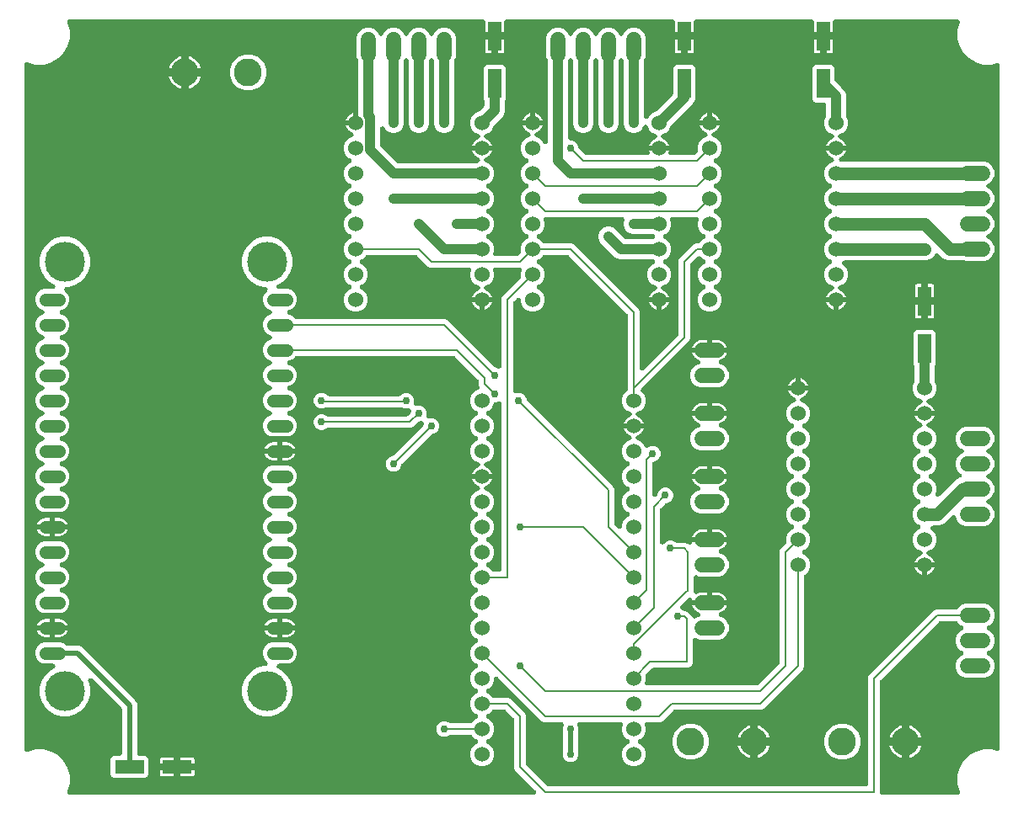
<source format=gbr>
G04 EAGLE Gerber RS-274X export*
G75*
%MOMM*%
%FSLAX34Y34*%
%LPD*%
%INTop Copper*%
%IPPOS*%
%AMOC8*
5,1,8,0,0,1.08239X$1,22.5*%
G01*
%ADD10R,1.400000X3.000000*%
%ADD11R,3.000000X1.400000*%
%ADD12C,1.524000*%
%ADD13C,2.800000*%
%ADD14C,1.308000*%
%ADD15C,4.016000*%
%ADD16C,1.524000*%
%ADD17C,1.508000*%
%ADD18C,0.508000*%
%ADD19C,0.756400*%
%ADD20C,0.152400*%
%ADD21C,1.016000*%
%ADD22C,1.270000*%

G36*
X521676Y10172D02*
X521676Y10172D01*
X521806Y10174D01*
X521899Y10192D01*
X521995Y10201D01*
X522120Y10235D01*
X522248Y10260D01*
X522337Y10294D01*
X522429Y10319D01*
X522546Y10375D01*
X522668Y10422D01*
X522750Y10472D01*
X522836Y10513D01*
X522941Y10588D01*
X523052Y10656D01*
X523124Y10719D01*
X523202Y10775D01*
X523293Y10868D01*
X523390Y10954D01*
X523449Y11029D01*
X523516Y11097D01*
X523589Y11205D01*
X523669Y11307D01*
X523714Y11391D01*
X523768Y11470D01*
X523820Y11589D01*
X523882Y11704D01*
X523911Y11795D01*
X523950Y11882D01*
X523981Y12009D01*
X524021Y12132D01*
X524034Y12227D01*
X524057Y12320D01*
X524065Y12449D01*
X524082Y12578D01*
X524079Y12674D01*
X524084Y12769D01*
X524069Y12898D01*
X524064Y13028D01*
X524043Y13121D01*
X524032Y13216D01*
X523995Y13341D01*
X523967Y13468D01*
X523930Y13556D01*
X523902Y13647D01*
X523843Y13763D01*
X523793Y13883D01*
X523741Y13964D01*
X523698Y14049D01*
X523619Y14152D01*
X523549Y14261D01*
X523462Y14359D01*
X523426Y14407D01*
X523393Y14438D01*
X523342Y14496D01*
X505048Y32790D01*
X503047Y34790D01*
X502157Y36938D01*
X502157Y85428D01*
X502143Y85592D01*
X502136Y85756D01*
X502123Y85816D01*
X502117Y85877D01*
X502074Y86035D01*
X502038Y86196D01*
X502015Y86252D01*
X501999Y86311D01*
X501928Y86459D01*
X501865Y86611D01*
X501832Y86663D01*
X501805Y86718D01*
X501710Y86851D01*
X501620Y86989D01*
X501569Y87047D01*
X501543Y87084D01*
X501500Y87126D01*
X501414Y87224D01*
X493624Y95014D01*
X493497Y95119D01*
X493377Y95231D01*
X493325Y95263D01*
X493278Y95302D01*
X493136Y95384D01*
X492997Y95472D01*
X492940Y95496D01*
X492887Y95526D01*
X492732Y95581D01*
X492580Y95643D01*
X492521Y95656D01*
X492463Y95677D01*
X492301Y95703D01*
X492140Y95738D01*
X492063Y95743D01*
X492019Y95750D01*
X491958Y95749D01*
X491828Y95757D01*
X481634Y95757D01*
X481470Y95743D01*
X481306Y95736D01*
X481246Y95723D01*
X481185Y95717D01*
X481026Y95674D01*
X480866Y95638D01*
X480810Y95615D01*
X480751Y95599D01*
X480603Y95528D01*
X480451Y95465D01*
X480399Y95432D01*
X480344Y95405D01*
X480211Y95310D01*
X480072Y95220D01*
X480015Y95169D01*
X479978Y95143D01*
X479936Y95100D01*
X479838Y95014D01*
X476519Y91694D01*
X475437Y91246D01*
X475322Y91186D01*
X475202Y91134D01*
X475122Y91082D01*
X475038Y91037D01*
X474935Y90958D01*
X474826Y90886D01*
X474757Y90820D01*
X474682Y90762D01*
X474595Y90665D01*
X474501Y90576D01*
X474444Y90498D01*
X474380Y90428D01*
X474311Y90317D01*
X474235Y90212D01*
X474193Y90126D01*
X474142Y90045D01*
X474094Y89924D01*
X474037Y89808D01*
X474011Y89716D01*
X473976Y89627D01*
X473950Y89500D01*
X473914Y89374D01*
X473905Y89279D01*
X473885Y89186D01*
X473882Y89056D01*
X473869Y88926D01*
X473877Y88831D01*
X473875Y88736D01*
X473894Y88607D01*
X473905Y88477D01*
X473929Y88385D01*
X473943Y88291D01*
X473986Y88167D01*
X474019Y88042D01*
X474059Y87955D01*
X474090Y87865D01*
X474153Y87751D01*
X474208Y87633D01*
X474263Y87555D01*
X474309Y87472D01*
X474392Y87371D01*
X474466Y87264D01*
X474534Y87197D01*
X474594Y87123D01*
X474693Y87039D01*
X474786Y86947D01*
X474864Y86893D01*
X474937Y86831D01*
X475049Y86765D01*
X475156Y86691D01*
X475273Y86634D01*
X475325Y86603D01*
X475367Y86588D01*
X475437Y86554D01*
X476519Y86106D01*
X479806Y82819D01*
X481585Y78524D01*
X481585Y73876D01*
X479806Y69581D01*
X476519Y66294D01*
X475437Y65846D01*
X475322Y65786D01*
X475202Y65734D01*
X475122Y65682D01*
X475038Y65637D01*
X474935Y65558D01*
X474826Y65486D01*
X474757Y65420D01*
X474682Y65362D01*
X474595Y65265D01*
X474501Y65176D01*
X474444Y65098D01*
X474380Y65028D01*
X474311Y64917D01*
X474235Y64812D01*
X474193Y64726D01*
X474142Y64645D01*
X474094Y64524D01*
X474037Y64408D01*
X474011Y64316D01*
X473976Y64227D01*
X473950Y64100D01*
X473914Y63974D01*
X473905Y63879D01*
X473885Y63786D01*
X473882Y63656D01*
X473869Y63526D01*
X473877Y63431D01*
X473875Y63336D01*
X473894Y63207D01*
X473905Y63077D01*
X473929Y62985D01*
X473943Y62891D01*
X473986Y62767D01*
X474019Y62642D01*
X474059Y62555D01*
X474090Y62465D01*
X474153Y62351D01*
X474208Y62233D01*
X474263Y62155D01*
X474309Y62072D01*
X474392Y61971D01*
X474466Y61864D01*
X474534Y61797D01*
X474594Y61723D01*
X474693Y61639D01*
X474786Y61547D01*
X474864Y61493D01*
X474937Y61431D01*
X475049Y61365D01*
X475156Y61291D01*
X475264Y61239D01*
X475276Y61231D01*
X475285Y61227D01*
X475325Y61203D01*
X475367Y61188D01*
X475437Y61154D01*
X476519Y60706D01*
X479806Y57419D01*
X481585Y53124D01*
X481585Y48476D01*
X479806Y44181D01*
X476519Y40894D01*
X472224Y39115D01*
X467576Y39115D01*
X463281Y40894D01*
X459994Y44181D01*
X458215Y48476D01*
X458215Y53124D01*
X459994Y57419D01*
X463281Y60706D01*
X464363Y61154D01*
X464478Y61214D01*
X464598Y61266D01*
X464678Y61318D01*
X464762Y61363D01*
X464865Y61442D01*
X464974Y61514D01*
X465043Y61580D01*
X465118Y61638D01*
X465205Y61735D01*
X465300Y61825D01*
X465356Y61902D01*
X465420Y61973D01*
X465489Y62083D01*
X465565Y62188D01*
X465607Y62274D01*
X465658Y62355D01*
X465706Y62476D01*
X465763Y62593D01*
X465789Y62684D01*
X465824Y62773D01*
X465851Y62901D01*
X465886Y63026D01*
X465895Y63121D01*
X465915Y63214D01*
X465918Y63344D01*
X465931Y63474D01*
X465923Y63569D01*
X465925Y63664D01*
X465906Y63793D01*
X465895Y63923D01*
X465871Y64015D01*
X465857Y64109D01*
X465814Y64232D01*
X465781Y64358D01*
X465741Y64445D01*
X465710Y64535D01*
X465647Y64649D01*
X465592Y64767D01*
X465537Y64845D01*
X465491Y64928D01*
X465408Y65029D01*
X465334Y65136D01*
X465266Y65203D01*
X465206Y65277D01*
X465107Y65361D01*
X465014Y65453D01*
X464936Y65507D01*
X464863Y65569D01*
X464751Y65635D01*
X464644Y65709D01*
X464527Y65766D01*
X464475Y65797D01*
X464433Y65812D01*
X464363Y65846D01*
X463281Y66294D01*
X459962Y69614D01*
X459835Y69719D01*
X459715Y69831D01*
X459663Y69863D01*
X459616Y69902D01*
X459474Y69984D01*
X459335Y70072D01*
X459278Y70096D01*
X459225Y70126D01*
X459071Y70181D01*
X458918Y70243D01*
X458859Y70256D01*
X458801Y70277D01*
X458639Y70303D01*
X458478Y70338D01*
X458401Y70343D01*
X458357Y70350D01*
X458296Y70349D01*
X458166Y70357D01*
X438106Y70357D01*
X437942Y70343D01*
X437778Y70336D01*
X437718Y70323D01*
X437658Y70317D01*
X437499Y70274D01*
X437338Y70238D01*
X437282Y70215D01*
X437223Y70199D01*
X437075Y70128D01*
X436923Y70065D01*
X436871Y70032D01*
X436817Y70005D01*
X436683Y69910D01*
X436545Y69820D01*
X436487Y69769D01*
X436450Y69743D01*
X436408Y69700D01*
X436311Y69614D01*
X436245Y69548D01*
X433361Y68353D01*
X430239Y68353D01*
X427355Y69548D01*
X425148Y71755D01*
X423953Y74639D01*
X423953Y77761D01*
X425148Y80645D01*
X427355Y82852D01*
X430239Y84047D01*
X433361Y84047D01*
X436245Y82852D01*
X436311Y82786D01*
X436437Y82681D01*
X436558Y82569D01*
X436609Y82537D01*
X436656Y82498D01*
X436799Y82416D01*
X436937Y82328D01*
X436994Y82304D01*
X437047Y82274D01*
X437202Y82219D01*
X437354Y82157D01*
X437414Y82144D01*
X437471Y82123D01*
X437633Y82097D01*
X437794Y82062D01*
X437871Y82057D01*
X437915Y82050D01*
X437976Y82051D01*
X438106Y82043D01*
X458166Y82043D01*
X458330Y82057D01*
X458494Y82064D01*
X458554Y82077D01*
X458615Y82083D01*
X458774Y82126D01*
X458934Y82162D01*
X458990Y82185D01*
X459049Y82201D01*
X459197Y82272D01*
X459349Y82335D01*
X459401Y82368D01*
X459456Y82395D01*
X459589Y82490D01*
X459728Y82580D01*
X459785Y82631D01*
X459822Y82657D01*
X459864Y82700D01*
X459962Y82786D01*
X463281Y86106D01*
X464363Y86554D01*
X464478Y86614D01*
X464598Y86666D01*
X464678Y86718D01*
X464762Y86763D01*
X464865Y86842D01*
X464974Y86914D01*
X465043Y86980D01*
X465118Y87038D01*
X465205Y87135D01*
X465300Y87225D01*
X465356Y87302D01*
X465420Y87373D01*
X465489Y87483D01*
X465565Y87588D01*
X465607Y87674D01*
X465658Y87755D01*
X465706Y87876D01*
X465763Y87993D01*
X465789Y88084D01*
X465824Y88173D01*
X465851Y88301D01*
X465886Y88426D01*
X465895Y88521D01*
X465915Y88614D01*
X465918Y88744D01*
X465931Y88874D01*
X465923Y88969D01*
X465925Y89064D01*
X465906Y89193D01*
X465895Y89323D01*
X465871Y89415D01*
X465857Y89509D01*
X465814Y89632D01*
X465781Y89758D01*
X465741Y89845D01*
X465710Y89935D01*
X465647Y90049D01*
X465592Y90167D01*
X465537Y90245D01*
X465491Y90328D01*
X465408Y90429D01*
X465334Y90536D01*
X465266Y90603D01*
X465206Y90677D01*
X465107Y90761D01*
X465014Y90853D01*
X464936Y90907D01*
X464863Y90969D01*
X464751Y91035D01*
X464644Y91109D01*
X464527Y91166D01*
X464475Y91197D01*
X464433Y91212D01*
X464363Y91246D01*
X463281Y91694D01*
X459994Y94981D01*
X458215Y99276D01*
X458215Y103924D01*
X459994Y108219D01*
X463281Y111506D01*
X464363Y111954D01*
X464478Y112014D01*
X464598Y112066D01*
X464678Y112118D01*
X464762Y112163D01*
X464865Y112242D01*
X464974Y112314D01*
X465043Y112380D01*
X465118Y112438D01*
X465205Y112535D01*
X465300Y112625D01*
X465356Y112702D01*
X465420Y112773D01*
X465489Y112883D01*
X465565Y112988D01*
X465607Y113074D01*
X465658Y113155D01*
X465706Y113276D01*
X465763Y113393D01*
X465789Y113484D01*
X465824Y113573D01*
X465851Y113701D01*
X465886Y113826D01*
X465895Y113921D01*
X465915Y114014D01*
X465918Y114144D01*
X465931Y114274D01*
X465923Y114369D01*
X465925Y114464D01*
X465906Y114593D01*
X465895Y114723D01*
X465871Y114815D01*
X465857Y114909D01*
X465814Y115032D01*
X465781Y115158D01*
X465741Y115245D01*
X465710Y115335D01*
X465647Y115449D01*
X465592Y115567D01*
X465537Y115645D01*
X465491Y115728D01*
X465408Y115829D01*
X465334Y115936D01*
X465266Y116003D01*
X465206Y116077D01*
X465107Y116161D01*
X465014Y116253D01*
X464936Y116307D01*
X464863Y116369D01*
X464751Y116435D01*
X464644Y116509D01*
X464527Y116566D01*
X464475Y116597D01*
X464433Y116612D01*
X464363Y116646D01*
X463281Y117094D01*
X459994Y120381D01*
X458215Y124676D01*
X458215Y129324D01*
X459994Y133619D01*
X463281Y136906D01*
X464363Y137354D01*
X464478Y137414D01*
X464598Y137466D01*
X464678Y137518D01*
X464762Y137563D01*
X464865Y137642D01*
X464974Y137714D01*
X465043Y137780D01*
X465118Y137838D01*
X465205Y137935D01*
X465300Y138025D01*
X465356Y138102D01*
X465420Y138173D01*
X465489Y138283D01*
X465565Y138388D01*
X465607Y138474D01*
X465658Y138555D01*
X465706Y138676D01*
X465763Y138793D01*
X465789Y138884D01*
X465824Y138973D01*
X465851Y139101D01*
X465886Y139226D01*
X465895Y139321D01*
X465915Y139414D01*
X465918Y139544D01*
X465931Y139674D01*
X465923Y139769D01*
X465925Y139864D01*
X465906Y139993D01*
X465895Y140123D01*
X465871Y140215D01*
X465857Y140309D01*
X465814Y140432D01*
X465781Y140558D01*
X465741Y140645D01*
X465710Y140735D01*
X465647Y140849D01*
X465592Y140967D01*
X465537Y141045D01*
X465491Y141128D01*
X465408Y141229D01*
X465334Y141336D01*
X465266Y141403D01*
X465206Y141477D01*
X465107Y141561D01*
X465014Y141653D01*
X464936Y141707D01*
X464863Y141769D01*
X464751Y141835D01*
X464644Y141909D01*
X464527Y141966D01*
X464475Y141997D01*
X464433Y142012D01*
X464363Y142046D01*
X463281Y142494D01*
X459994Y145781D01*
X458215Y150076D01*
X458215Y154724D01*
X459994Y159019D01*
X463281Y162306D01*
X464363Y162754D01*
X464478Y162814D01*
X464598Y162866D01*
X464678Y162918D01*
X464762Y162963D01*
X464865Y163042D01*
X464974Y163114D01*
X465043Y163180D01*
X465118Y163238D01*
X465205Y163335D01*
X465300Y163425D01*
X465356Y163502D01*
X465420Y163573D01*
X465489Y163683D01*
X465565Y163788D01*
X465607Y163874D01*
X465658Y163955D01*
X465706Y164076D01*
X465763Y164193D01*
X465789Y164284D01*
X465824Y164373D01*
X465851Y164501D01*
X465886Y164626D01*
X465895Y164721D01*
X465915Y164814D01*
X465918Y164944D01*
X465931Y165074D01*
X465923Y165169D01*
X465925Y165264D01*
X465906Y165393D01*
X465895Y165523D01*
X465871Y165615D01*
X465857Y165709D01*
X465814Y165832D01*
X465781Y165958D01*
X465741Y166045D01*
X465710Y166135D01*
X465647Y166249D01*
X465592Y166367D01*
X465537Y166445D01*
X465491Y166528D01*
X465409Y166629D01*
X465334Y166736D01*
X465266Y166803D01*
X465206Y166877D01*
X465107Y166961D01*
X465014Y167053D01*
X464936Y167107D01*
X464863Y167169D01*
X464751Y167235D01*
X464644Y167309D01*
X464527Y167366D01*
X464475Y167397D01*
X464433Y167412D01*
X464363Y167446D01*
X463281Y167894D01*
X459994Y171181D01*
X458215Y175476D01*
X458215Y180124D01*
X459994Y184419D01*
X463281Y187706D01*
X464363Y188154D01*
X464478Y188214D01*
X464598Y188266D01*
X464678Y188318D01*
X464762Y188363D01*
X464865Y188442D01*
X464974Y188514D01*
X465043Y188580D01*
X465118Y188638D01*
X465205Y188735D01*
X465300Y188825D01*
X465356Y188902D01*
X465420Y188973D01*
X465489Y189083D01*
X465565Y189188D01*
X465607Y189274D01*
X465658Y189355D01*
X465706Y189476D01*
X465763Y189593D01*
X465789Y189684D01*
X465824Y189773D01*
X465851Y189901D01*
X465886Y190026D01*
X465895Y190121D01*
X465915Y190214D01*
X465918Y190344D01*
X465931Y190474D01*
X465923Y190569D01*
X465925Y190664D01*
X465906Y190793D01*
X465895Y190923D01*
X465871Y191015D01*
X465857Y191109D01*
X465814Y191232D01*
X465781Y191358D01*
X465741Y191445D01*
X465710Y191535D01*
X465647Y191649D01*
X465592Y191767D01*
X465537Y191845D01*
X465491Y191928D01*
X465408Y192029D01*
X465334Y192136D01*
X465266Y192203D01*
X465206Y192277D01*
X465107Y192361D01*
X465014Y192453D01*
X464936Y192507D01*
X464863Y192569D01*
X464751Y192635D01*
X464644Y192709D01*
X464527Y192766D01*
X464475Y192797D01*
X464433Y192812D01*
X464363Y192846D01*
X463281Y193294D01*
X459994Y196581D01*
X458215Y200876D01*
X458215Y205524D01*
X459994Y209819D01*
X463281Y213106D01*
X464363Y213554D01*
X464478Y213614D01*
X464598Y213666D01*
X464678Y213718D01*
X464762Y213763D01*
X464865Y213842D01*
X464974Y213914D01*
X465043Y213980D01*
X465118Y214038D01*
X465205Y214135D01*
X465300Y214225D01*
X465356Y214302D01*
X465420Y214373D01*
X465489Y214483D01*
X465565Y214588D01*
X465607Y214674D01*
X465658Y214755D01*
X465706Y214876D01*
X465763Y214993D01*
X465789Y215084D01*
X465824Y215173D01*
X465851Y215301D01*
X465886Y215426D01*
X465895Y215521D01*
X465915Y215614D01*
X465918Y215744D01*
X465931Y215874D01*
X465923Y215969D01*
X465925Y216064D01*
X465906Y216193D01*
X465895Y216323D01*
X465871Y216415D01*
X465857Y216509D01*
X465814Y216632D01*
X465781Y216758D01*
X465741Y216845D01*
X465710Y216935D01*
X465647Y217049D01*
X465592Y217167D01*
X465537Y217245D01*
X465491Y217328D01*
X465408Y217429D01*
X465334Y217536D01*
X465266Y217603D01*
X465206Y217677D01*
X465107Y217761D01*
X465014Y217853D01*
X464936Y217907D01*
X464863Y217969D01*
X464751Y218035D01*
X464644Y218109D01*
X464527Y218166D01*
X464475Y218197D01*
X464433Y218212D01*
X464363Y218246D01*
X463281Y218694D01*
X459994Y221981D01*
X458215Y226276D01*
X458215Y230924D01*
X459994Y235219D01*
X463281Y238506D01*
X464363Y238954D01*
X464478Y239014D01*
X464598Y239066D01*
X464678Y239118D01*
X464762Y239163D01*
X464865Y239242D01*
X464974Y239314D01*
X465043Y239380D01*
X465118Y239438D01*
X465205Y239535D01*
X465299Y239624D01*
X465356Y239702D01*
X465420Y239772D01*
X465489Y239883D01*
X465565Y239988D01*
X465607Y240074D01*
X465658Y240155D01*
X465706Y240276D01*
X465763Y240392D01*
X465789Y240484D01*
X465824Y240573D01*
X465850Y240700D01*
X465886Y240826D01*
X465895Y240921D01*
X465915Y241014D01*
X465918Y241144D01*
X465931Y241274D01*
X465923Y241369D01*
X465925Y241464D01*
X465906Y241593D01*
X465895Y241723D01*
X465871Y241815D01*
X465857Y241909D01*
X465814Y242033D01*
X465781Y242158D01*
X465741Y242245D01*
X465710Y242335D01*
X465647Y242449D01*
X465592Y242567D01*
X465537Y242645D01*
X465491Y242728D01*
X465408Y242829D01*
X465334Y242936D01*
X465266Y243003D01*
X465206Y243077D01*
X465107Y243161D01*
X465014Y243253D01*
X464936Y243307D01*
X464863Y243369D01*
X464751Y243435D01*
X464644Y243509D01*
X464527Y243566D01*
X464475Y243597D01*
X464433Y243612D01*
X464363Y243646D01*
X463281Y244094D01*
X459994Y247381D01*
X458215Y251676D01*
X458215Y256324D01*
X459994Y260619D01*
X463281Y263906D01*
X464363Y264354D01*
X464478Y264414D01*
X464598Y264466D01*
X464678Y264518D01*
X464762Y264563D01*
X464865Y264642D01*
X464974Y264714D01*
X465043Y264780D01*
X465118Y264838D01*
X465205Y264935D01*
X465299Y265024D01*
X465356Y265102D01*
X465420Y265172D01*
X465489Y265283D01*
X465565Y265388D01*
X465607Y265474D01*
X465658Y265555D01*
X465706Y265676D01*
X465763Y265792D01*
X465789Y265884D01*
X465824Y265973D01*
X465850Y266100D01*
X465886Y266226D01*
X465895Y266321D01*
X465915Y266414D01*
X465918Y266544D01*
X465931Y266674D01*
X465923Y266769D01*
X465925Y266864D01*
X465906Y266993D01*
X465895Y267123D01*
X465871Y267215D01*
X465857Y267309D01*
X465814Y267433D01*
X465781Y267558D01*
X465741Y267645D01*
X465710Y267735D01*
X465647Y267849D01*
X465592Y267967D01*
X465537Y268045D01*
X465491Y268128D01*
X465408Y268229D01*
X465334Y268336D01*
X465266Y268403D01*
X465206Y268477D01*
X465107Y268561D01*
X465014Y268653D01*
X464936Y268707D01*
X464863Y268769D01*
X464751Y268835D01*
X464644Y268909D01*
X464527Y268966D01*
X464475Y268997D01*
X464433Y269012D01*
X464363Y269046D01*
X463281Y269494D01*
X459994Y272781D01*
X458215Y277076D01*
X458215Y281724D01*
X459994Y286019D01*
X463281Y289306D01*
X464363Y289754D01*
X464478Y289814D01*
X464598Y289866D01*
X464678Y289918D01*
X464762Y289963D01*
X464865Y290042D01*
X464974Y290114D01*
X465043Y290180D01*
X465118Y290238D01*
X465205Y290335D01*
X465299Y290424D01*
X465356Y290502D01*
X465420Y290572D01*
X465489Y290683D01*
X465565Y290788D01*
X465607Y290874D01*
X465658Y290955D01*
X465706Y291076D01*
X465763Y291192D01*
X465789Y291284D01*
X465824Y291373D01*
X465850Y291500D01*
X465886Y291626D01*
X465895Y291721D01*
X465915Y291814D01*
X465918Y291944D01*
X465931Y292074D01*
X465923Y292169D01*
X465925Y292264D01*
X465906Y292393D01*
X465895Y292523D01*
X465871Y292615D01*
X465857Y292709D01*
X465814Y292833D01*
X465781Y292958D01*
X465741Y293045D01*
X465710Y293135D01*
X465647Y293249D01*
X465592Y293367D01*
X465537Y293445D01*
X465491Y293528D01*
X465408Y293629D01*
X465334Y293736D01*
X465266Y293803D01*
X465206Y293877D01*
X465107Y293961D01*
X465014Y294053D01*
X464936Y294107D01*
X464863Y294169D01*
X464751Y294235D01*
X464644Y294309D01*
X464527Y294366D01*
X464475Y294397D01*
X464433Y294412D01*
X464363Y294446D01*
X463281Y294894D01*
X459994Y298181D01*
X458215Y302476D01*
X458215Y307124D01*
X459994Y311419D01*
X463281Y314706D01*
X466340Y315973D01*
X466344Y315975D01*
X466348Y315976D01*
X466540Y316077D01*
X466739Y316181D01*
X466743Y316184D01*
X466746Y316186D01*
X466923Y316323D01*
X467095Y316457D01*
X467098Y316460D01*
X467102Y316463D01*
X467250Y316629D01*
X467397Y316791D01*
X467399Y316795D01*
X467402Y316798D01*
X467519Y316988D01*
X467635Y317174D01*
X467636Y317178D01*
X467639Y317181D01*
X467718Y317383D01*
X467801Y317592D01*
X467802Y317596D01*
X467804Y317600D01*
X467845Y317806D01*
X467892Y318033D01*
X467892Y318037D01*
X467892Y318042D01*
X467897Y318261D01*
X467902Y318483D01*
X467902Y318488D01*
X467902Y318492D01*
X467868Y318702D01*
X467833Y318928D01*
X467832Y318932D01*
X467831Y318937D01*
X467758Y319147D01*
X467687Y319354D01*
X467685Y319358D01*
X467684Y319362D01*
X467574Y319556D01*
X467468Y319747D01*
X467465Y319751D01*
X467463Y319754D01*
X467320Y319927D01*
X467182Y320096D01*
X467179Y320098D01*
X467176Y320102D01*
X467008Y320245D01*
X466840Y320388D01*
X466836Y320390D01*
X466833Y320393D01*
X466642Y320504D01*
X466452Y320616D01*
X466447Y320617D01*
X466444Y320619D01*
X466153Y320734D01*
X466000Y320784D01*
X464575Y321510D01*
X463281Y322450D01*
X462150Y323581D01*
X461210Y324875D01*
X460484Y326300D01*
X460041Y327661D01*
X469900Y327661D01*
X479759Y327661D01*
X479316Y326300D01*
X478590Y324875D01*
X477650Y323581D01*
X476519Y322450D01*
X475225Y321510D01*
X473800Y320784D01*
X473647Y320734D01*
X473643Y320732D01*
X473639Y320731D01*
X473438Y320645D01*
X473233Y320557D01*
X473229Y320555D01*
X473225Y320553D01*
X473043Y320433D01*
X472856Y320310D01*
X472853Y320307D01*
X472850Y320305D01*
X472687Y320151D01*
X472529Y320001D01*
X472527Y319997D01*
X472524Y319994D01*
X472393Y319816D01*
X472262Y319638D01*
X472260Y319634D01*
X472258Y319631D01*
X472161Y319433D01*
X472063Y319234D01*
X472062Y319230D01*
X472060Y319226D01*
X471998Y319007D01*
X471939Y318802D01*
X471938Y318797D01*
X471937Y318793D01*
X471915Y318572D01*
X471893Y318354D01*
X471893Y318350D01*
X471892Y318345D01*
X471910Y318124D01*
X471926Y317905D01*
X471927Y317901D01*
X471928Y317896D01*
X471983Y317686D01*
X472039Y317469D01*
X472041Y317465D01*
X472042Y317461D01*
X472134Y317262D01*
X472227Y317060D01*
X472229Y317056D01*
X472231Y317052D01*
X472360Y316868D01*
X472484Y316690D01*
X472487Y316687D01*
X472489Y316683D01*
X472644Y316530D01*
X472802Y316372D01*
X472806Y316369D01*
X472809Y316366D01*
X472988Y316242D01*
X473172Y316114D01*
X473176Y316112D01*
X473179Y316110D01*
X473460Y315973D01*
X476519Y314706D01*
X479806Y311419D01*
X481585Y307124D01*
X481585Y302476D01*
X479806Y298181D01*
X476519Y294894D01*
X475437Y294446D01*
X475322Y294386D01*
X475202Y294334D01*
X475122Y294282D01*
X475038Y294237D01*
X474935Y294158D01*
X474826Y294086D01*
X474757Y294020D01*
X474682Y293962D01*
X474595Y293865D01*
X474500Y293775D01*
X474444Y293698D01*
X474380Y293627D01*
X474311Y293517D01*
X474235Y293412D01*
X474193Y293326D01*
X474142Y293245D01*
X474094Y293124D01*
X474037Y293007D01*
X474011Y292916D01*
X473976Y292827D01*
X473949Y292699D01*
X473914Y292574D01*
X473905Y292479D01*
X473885Y292386D01*
X473882Y292256D01*
X473869Y292126D01*
X473877Y292031D01*
X473875Y291936D01*
X473894Y291807D01*
X473905Y291677D01*
X473929Y291585D01*
X473943Y291491D01*
X473986Y291368D01*
X474019Y291242D01*
X474059Y291155D01*
X474090Y291065D01*
X474153Y290951D01*
X474208Y290833D01*
X474263Y290755D01*
X474309Y290672D01*
X474392Y290571D01*
X474466Y290464D01*
X474534Y290397D01*
X474594Y290323D01*
X474693Y290239D01*
X474786Y290147D01*
X474864Y290093D01*
X474937Y290031D01*
X475049Y289965D01*
X475156Y289891D01*
X475273Y289834D01*
X475325Y289803D01*
X475367Y289788D01*
X475437Y289754D01*
X476519Y289306D01*
X479806Y286019D01*
X481585Y281724D01*
X481585Y277076D01*
X479806Y272781D01*
X476519Y269494D01*
X475437Y269046D01*
X475322Y268986D01*
X475202Y268934D01*
X475122Y268882D01*
X475038Y268837D01*
X474935Y268758D01*
X474826Y268686D01*
X474757Y268620D01*
X474682Y268562D01*
X474595Y268465D01*
X474500Y268375D01*
X474444Y268298D01*
X474380Y268227D01*
X474311Y268117D01*
X474235Y268012D01*
X474193Y267926D01*
X474142Y267845D01*
X474094Y267724D01*
X474037Y267607D01*
X474011Y267516D01*
X473976Y267427D01*
X473949Y267299D01*
X473914Y267174D01*
X473905Y267079D01*
X473885Y266986D01*
X473882Y266856D01*
X473869Y266726D01*
X473877Y266631D01*
X473875Y266536D01*
X473894Y266407D01*
X473905Y266277D01*
X473929Y266185D01*
X473943Y266091D01*
X473986Y265968D01*
X474019Y265842D01*
X474059Y265755D01*
X474090Y265665D01*
X474153Y265551D01*
X474208Y265433D01*
X474263Y265355D01*
X474309Y265272D01*
X474392Y265171D01*
X474466Y265064D01*
X474534Y264997D01*
X474594Y264923D01*
X474693Y264839D01*
X474786Y264747D01*
X474864Y264693D01*
X474937Y264631D01*
X475049Y264565D01*
X475156Y264491D01*
X475273Y264434D01*
X475325Y264403D01*
X475367Y264388D01*
X475437Y264354D01*
X476519Y263906D01*
X479806Y260619D01*
X481585Y256324D01*
X481585Y251676D01*
X479806Y247381D01*
X476519Y244094D01*
X475437Y243646D01*
X475322Y243586D01*
X475202Y243534D01*
X475122Y243482D01*
X475038Y243437D01*
X474935Y243358D01*
X474826Y243286D01*
X474757Y243220D01*
X474682Y243162D01*
X474595Y243065D01*
X474500Y242975D01*
X474444Y242898D01*
X474380Y242827D01*
X474311Y242717D01*
X474235Y242612D01*
X474193Y242526D01*
X474142Y242445D01*
X474094Y242324D01*
X474037Y242207D01*
X474011Y242116D01*
X473976Y242027D01*
X473949Y241899D01*
X473914Y241774D01*
X473905Y241679D01*
X473885Y241586D01*
X473882Y241456D01*
X473869Y241326D01*
X473877Y241231D01*
X473875Y241136D01*
X473894Y241007D01*
X473905Y240877D01*
X473929Y240785D01*
X473943Y240691D01*
X473986Y240568D01*
X474019Y240442D01*
X474059Y240355D01*
X474090Y240265D01*
X474153Y240151D01*
X474208Y240033D01*
X474263Y239955D01*
X474309Y239872D01*
X474392Y239771D01*
X474466Y239664D01*
X474534Y239597D01*
X474594Y239523D01*
X474693Y239439D01*
X474786Y239347D01*
X474864Y239293D01*
X474937Y239231D01*
X475049Y239165D01*
X475156Y239091D01*
X475273Y239034D01*
X475325Y239003D01*
X475367Y238988D01*
X475437Y238954D01*
X476519Y238506D01*
X479838Y235186D01*
X479964Y235081D01*
X480085Y234969D01*
X480137Y234937D01*
X480184Y234898D01*
X480326Y234816D01*
X480465Y234728D01*
X480522Y234704D01*
X480575Y234674D01*
X480730Y234619D01*
X480882Y234557D01*
X480941Y234544D01*
X480999Y234523D01*
X481161Y234497D01*
X481322Y234462D01*
X481399Y234457D01*
X481443Y234450D01*
X481504Y234451D01*
X481634Y234443D01*
X486918Y234443D01*
X486953Y234446D01*
X486987Y234444D01*
X487176Y234466D01*
X487367Y234483D01*
X487400Y234492D01*
X487434Y234496D01*
X487617Y234551D01*
X487801Y234601D01*
X487832Y234616D01*
X487865Y234626D01*
X488036Y234713D01*
X488208Y234795D01*
X488236Y234815D01*
X488267Y234830D01*
X488419Y234946D01*
X488574Y235057D01*
X488598Y235082D01*
X488625Y235102D01*
X488754Y235242D01*
X488888Y235379D01*
X488907Y235408D01*
X488931Y235434D01*
X489033Y235595D01*
X489140Y235752D01*
X489154Y235784D01*
X489172Y235813D01*
X489245Y235990D01*
X489322Y236164D01*
X489330Y236198D01*
X489343Y236230D01*
X489383Y236417D01*
X489429Y236602D01*
X489431Y236636D01*
X489438Y236670D01*
X489457Y236982D01*
X489457Y403297D01*
X489450Y403379D01*
X489452Y403461D01*
X489430Y403602D01*
X489417Y403745D01*
X489396Y403825D01*
X489383Y403906D01*
X489337Y404042D01*
X489299Y404180D01*
X489264Y404254D01*
X489237Y404332D01*
X489167Y404457D01*
X489105Y404586D01*
X489058Y404653D01*
X489017Y404725D01*
X488927Y404836D01*
X488843Y404952D01*
X488784Y405010D01*
X488732Y405074D01*
X488623Y405167D01*
X488521Y405267D01*
X488452Y405313D01*
X488390Y405366D01*
X488266Y405438D01*
X488148Y405519D01*
X488072Y405552D01*
X488001Y405594D01*
X487867Y405643D01*
X487736Y405701D01*
X487656Y405720D01*
X487578Y405749D01*
X487437Y405774D01*
X487298Y405807D01*
X487216Y405813D01*
X487135Y405827D01*
X486992Y405826D01*
X486849Y405835D01*
X486767Y405826D01*
X486685Y405825D01*
X486544Y405800D01*
X486402Y405783D01*
X486323Y405759D01*
X486242Y405744D01*
X486009Y405664D01*
X485971Y405653D01*
X485961Y405648D01*
X485946Y405643D01*
X484161Y404903D01*
X483624Y404903D01*
X483412Y404884D01*
X483202Y404868D01*
X483189Y404865D01*
X483176Y404863D01*
X482970Y404807D01*
X482766Y404754D01*
X482754Y404748D01*
X482741Y404745D01*
X482551Y404654D01*
X482357Y404565D01*
X482346Y404557D01*
X482335Y404551D01*
X482163Y404429D01*
X481989Y404306D01*
X481979Y404297D01*
X481969Y404289D01*
X481820Y404137D01*
X481671Y403987D01*
X481664Y403976D01*
X481655Y403967D01*
X481536Y403791D01*
X481415Y403617D01*
X481408Y403602D01*
X481402Y403594D01*
X481387Y403558D01*
X481278Y403336D01*
X479806Y399781D01*
X476519Y396494D01*
X475437Y396046D01*
X475322Y395986D01*
X475202Y395934D01*
X475122Y395882D01*
X475038Y395837D01*
X474935Y395758D01*
X474826Y395686D01*
X474757Y395620D01*
X474682Y395562D01*
X474595Y395465D01*
X474500Y395375D01*
X474444Y395298D01*
X474380Y395227D01*
X474311Y395117D01*
X474235Y395012D01*
X474193Y394926D01*
X474142Y394845D01*
X474094Y394724D01*
X474037Y394607D01*
X474011Y394516D01*
X473976Y394427D01*
X473949Y394299D01*
X473914Y394174D01*
X473905Y394079D01*
X473885Y393986D01*
X473882Y393856D01*
X473869Y393726D01*
X473877Y393631D01*
X473875Y393536D01*
X473894Y393407D01*
X473905Y393277D01*
X473929Y393185D01*
X473943Y393091D01*
X473986Y392968D01*
X474019Y392842D01*
X474059Y392755D01*
X474090Y392665D01*
X474153Y392551D01*
X474208Y392433D01*
X474263Y392355D01*
X474309Y392272D01*
X474392Y392171D01*
X474466Y392064D01*
X474534Y391997D01*
X474594Y391923D01*
X474693Y391839D01*
X474786Y391747D01*
X474864Y391693D01*
X474937Y391631D01*
X475049Y391565D01*
X475156Y391491D01*
X475273Y391434D01*
X475325Y391403D01*
X475367Y391388D01*
X475437Y391354D01*
X476519Y390906D01*
X479806Y387619D01*
X481585Y383324D01*
X481585Y378676D01*
X479806Y374381D01*
X476519Y371094D01*
X475437Y370646D01*
X475322Y370586D01*
X475202Y370534D01*
X475122Y370482D01*
X475038Y370437D01*
X474935Y370358D01*
X474826Y370286D01*
X474757Y370220D01*
X474682Y370162D01*
X474595Y370065D01*
X474500Y369975D01*
X474444Y369898D01*
X474380Y369827D01*
X474311Y369717D01*
X474235Y369612D01*
X474193Y369526D01*
X474142Y369445D01*
X474094Y369324D01*
X474037Y369207D01*
X474011Y369116D01*
X473976Y369027D01*
X473949Y368899D01*
X473914Y368774D01*
X473905Y368679D01*
X473885Y368586D01*
X473882Y368456D01*
X473869Y368326D01*
X473877Y368231D01*
X473875Y368136D01*
X473894Y368007D01*
X473905Y367877D01*
X473929Y367785D01*
X473943Y367691D01*
X473986Y367568D01*
X474019Y367442D01*
X474059Y367355D01*
X474090Y367265D01*
X474153Y367151D01*
X474208Y367033D01*
X474263Y366955D01*
X474309Y366872D01*
X474392Y366771D01*
X474466Y366664D01*
X474534Y366597D01*
X474594Y366523D01*
X474693Y366439D01*
X474786Y366347D01*
X474864Y366293D01*
X474937Y366231D01*
X475049Y366165D01*
X475156Y366091D01*
X475273Y366034D01*
X475325Y366003D01*
X475367Y365988D01*
X475437Y365954D01*
X476519Y365506D01*
X479806Y362219D01*
X481585Y357924D01*
X481585Y353276D01*
X479806Y348981D01*
X476519Y345694D01*
X473460Y344427D01*
X473456Y344425D01*
X473452Y344424D01*
X473260Y344323D01*
X473061Y344219D01*
X473057Y344216D01*
X473054Y344214D01*
X472877Y344077D01*
X472705Y343943D01*
X472702Y343940D01*
X472698Y343937D01*
X472544Y343765D01*
X472403Y343609D01*
X472401Y343605D01*
X472398Y343602D01*
X472280Y343411D01*
X472165Y343226D01*
X472164Y343222D01*
X472161Y343219D01*
X472080Y343013D01*
X471999Y342808D01*
X471998Y342804D01*
X471996Y342800D01*
X471952Y342581D01*
X471908Y342367D01*
X471908Y342363D01*
X471908Y342358D01*
X471903Y342134D01*
X471898Y341917D01*
X471898Y341912D01*
X471898Y341908D01*
X471932Y341692D01*
X471967Y341472D01*
X471968Y341468D01*
X471969Y341463D01*
X472042Y341253D01*
X472113Y341046D01*
X472115Y341042D01*
X472116Y341038D01*
X472226Y340843D01*
X472332Y340653D01*
X472335Y340649D01*
X472337Y340646D01*
X472481Y340471D01*
X472618Y340304D01*
X472621Y340302D01*
X472624Y340298D01*
X472794Y340154D01*
X472960Y340012D01*
X472964Y340010D01*
X472967Y340007D01*
X473158Y339896D01*
X473348Y339784D01*
X473353Y339783D01*
X473356Y339781D01*
X473647Y339666D01*
X473800Y339616D01*
X475225Y338890D01*
X476519Y337950D01*
X477650Y336819D01*
X478590Y335525D01*
X479316Y334100D01*
X479759Y332739D01*
X469900Y332739D01*
X460041Y332739D01*
X460484Y334100D01*
X461210Y335525D01*
X462150Y336819D01*
X463281Y337950D01*
X464575Y338890D01*
X466000Y339616D01*
X466153Y339666D01*
X466157Y339668D01*
X466161Y339669D01*
X466362Y339755D01*
X466567Y339843D01*
X466571Y339845D01*
X466575Y339847D01*
X466755Y339966D01*
X466944Y340090D01*
X466947Y340093D01*
X466950Y340095D01*
X467112Y340249D01*
X467271Y340399D01*
X467273Y340403D01*
X467276Y340406D01*
X467407Y340584D01*
X467538Y340762D01*
X467540Y340766D01*
X467542Y340769D01*
X467639Y340966D01*
X467737Y341166D01*
X467738Y341170D01*
X467740Y341174D01*
X467800Y341387D01*
X467861Y341598D01*
X467862Y341603D01*
X467863Y341607D01*
X467885Y341825D01*
X467907Y342046D01*
X467907Y342050D01*
X467908Y342055D01*
X467890Y342271D01*
X467874Y342495D01*
X467873Y342499D01*
X467872Y342504D01*
X467818Y342711D01*
X467761Y342931D01*
X467759Y342935D01*
X467758Y342939D01*
X467668Y343134D01*
X467573Y343340D01*
X467571Y343344D01*
X467569Y343348D01*
X467443Y343528D01*
X467316Y343710D01*
X467313Y343713D01*
X467311Y343717D01*
X467158Y343869D01*
X466998Y344028D01*
X466994Y344031D01*
X466991Y344034D01*
X466812Y344158D01*
X466628Y344286D01*
X466624Y344288D01*
X466621Y344290D01*
X466340Y344427D01*
X463281Y345694D01*
X459994Y348981D01*
X458215Y353276D01*
X458215Y357924D01*
X459994Y362219D01*
X463281Y365506D01*
X464363Y365954D01*
X464478Y366014D01*
X464598Y366066D01*
X464678Y366118D01*
X464762Y366163D01*
X464865Y366242D01*
X464974Y366314D01*
X465043Y366380D01*
X465118Y366438D01*
X465205Y366535D01*
X465299Y366624D01*
X465356Y366702D01*
X465420Y366772D01*
X465489Y366883D01*
X465565Y366988D01*
X465607Y367074D01*
X465658Y367155D01*
X465706Y367276D01*
X465763Y367392D01*
X465789Y367484D01*
X465824Y367573D01*
X465850Y367700D01*
X465886Y367826D01*
X465895Y367921D01*
X465915Y368014D01*
X465918Y368144D01*
X465931Y368274D01*
X465923Y368369D01*
X465925Y368464D01*
X465906Y368593D01*
X465895Y368723D01*
X465871Y368815D01*
X465857Y368909D01*
X465814Y369033D01*
X465781Y369158D01*
X465741Y369245D01*
X465710Y369335D01*
X465647Y369449D01*
X465592Y369567D01*
X465537Y369645D01*
X465491Y369728D01*
X465408Y369829D01*
X465334Y369936D01*
X465266Y370003D01*
X465206Y370077D01*
X465107Y370161D01*
X465014Y370253D01*
X464936Y370307D01*
X464863Y370369D01*
X464751Y370435D01*
X464644Y370509D01*
X464527Y370566D01*
X464475Y370597D01*
X464433Y370612D01*
X464363Y370646D01*
X463281Y371094D01*
X459994Y374381D01*
X458215Y378676D01*
X458215Y383324D01*
X459994Y387619D01*
X463281Y390906D01*
X464363Y391354D01*
X464478Y391414D01*
X464598Y391466D01*
X464678Y391518D01*
X464762Y391563D01*
X464865Y391642D01*
X464974Y391714D01*
X465043Y391780D01*
X465118Y391838D01*
X465205Y391935D01*
X465299Y392024D01*
X465356Y392102D01*
X465420Y392172D01*
X465489Y392283D01*
X465565Y392388D01*
X465607Y392474D01*
X465658Y392555D01*
X465706Y392676D01*
X465763Y392792D01*
X465789Y392884D01*
X465824Y392973D01*
X465850Y393100D01*
X465886Y393226D01*
X465895Y393321D01*
X465915Y393414D01*
X465918Y393544D01*
X465931Y393674D01*
X465923Y393769D01*
X465925Y393864D01*
X465906Y393993D01*
X465895Y394123D01*
X465871Y394215D01*
X465857Y394309D01*
X465814Y394433D01*
X465781Y394558D01*
X465741Y394645D01*
X465710Y394735D01*
X465647Y394849D01*
X465592Y394967D01*
X465537Y395045D01*
X465491Y395128D01*
X465408Y395229D01*
X465334Y395336D01*
X465266Y395403D01*
X465206Y395477D01*
X465107Y395561D01*
X465014Y395653D01*
X464936Y395707D01*
X464863Y395769D01*
X464751Y395835D01*
X464644Y395909D01*
X464527Y395966D01*
X464475Y395997D01*
X464433Y396012D01*
X464363Y396046D01*
X463281Y396494D01*
X459994Y399781D01*
X458215Y404076D01*
X458215Y408724D01*
X459994Y413019D01*
X463281Y416306D01*
X465690Y417303D01*
X465720Y417320D01*
X465753Y417331D01*
X465920Y417424D01*
X466089Y417512D01*
X466116Y417533D01*
X466146Y417550D01*
X466293Y417670D01*
X466445Y417788D01*
X466468Y417814D01*
X466495Y417835D01*
X466619Y417980D01*
X466746Y418122D01*
X466765Y418151D01*
X466787Y418178D01*
X466884Y418343D01*
X466984Y418504D01*
X466997Y418536D01*
X467015Y418566D01*
X467080Y418745D01*
X467151Y418923D01*
X467158Y418957D01*
X467170Y418989D01*
X467203Y419177D01*
X467241Y419364D01*
X467242Y419398D01*
X467248Y419433D01*
X467247Y419623D01*
X467252Y419814D01*
X467247Y419848D01*
X467246Y419883D01*
X467212Y420070D01*
X467183Y420259D01*
X467172Y420292D01*
X467166Y420326D01*
X467064Y420621D01*
X466597Y421748D01*
X466597Y425788D01*
X466583Y425952D01*
X466576Y426116D01*
X466563Y426176D01*
X466557Y426237D01*
X466514Y426395D01*
X466478Y426556D01*
X466455Y426612D01*
X466439Y426671D01*
X466368Y426819D01*
X466305Y426971D01*
X466272Y427023D01*
X466245Y427078D01*
X466150Y427211D01*
X466060Y427349D01*
X466009Y427407D01*
X465983Y427444D01*
X465940Y427486D01*
X465854Y427584D01*
X442824Y450614D01*
X442697Y450719D01*
X442577Y450831D01*
X442525Y450863D01*
X442478Y450902D01*
X442336Y450984D01*
X442197Y451072D01*
X442140Y451096D01*
X442087Y451126D01*
X441932Y451181D01*
X441780Y451243D01*
X441721Y451256D01*
X441663Y451277D01*
X441501Y451303D01*
X441340Y451338D01*
X441263Y451343D01*
X441219Y451350D01*
X441158Y451349D01*
X441028Y451357D01*
X283446Y451357D01*
X283283Y451343D01*
X283118Y451336D01*
X283059Y451323D01*
X282998Y451317D01*
X282839Y451274D01*
X282679Y451238D01*
X282622Y451215D01*
X282564Y451199D01*
X282415Y451128D01*
X282263Y451065D01*
X282212Y451032D01*
X282157Y451005D01*
X282023Y450910D01*
X281885Y450820D01*
X281827Y450769D01*
X281791Y450743D01*
X281748Y450700D01*
X281651Y450614D01*
X279247Y448210D01*
X275955Y446846D01*
X275839Y446786D01*
X275720Y446734D01*
X275640Y446682D01*
X275556Y446637D01*
X275453Y446558D01*
X275344Y446486D01*
X275275Y446420D01*
X275200Y446362D01*
X275113Y446265D01*
X275018Y446175D01*
X274962Y446098D01*
X274898Y446027D01*
X274829Y445917D01*
X274752Y445812D01*
X274710Y445726D01*
X274660Y445645D01*
X274612Y445524D01*
X274555Y445408D01*
X274529Y445316D01*
X274493Y445227D01*
X274467Y445099D01*
X274432Y444974D01*
X274422Y444879D01*
X274403Y444786D01*
X274400Y444656D01*
X274387Y444526D01*
X274395Y444431D01*
X274392Y444336D01*
X274412Y444207D01*
X274423Y444077D01*
X274447Y443985D01*
X274461Y443891D01*
X274504Y443768D01*
X274537Y443642D01*
X274577Y443555D01*
X274608Y443465D01*
X274671Y443351D01*
X274726Y443233D01*
X274780Y443155D01*
X274827Y443072D01*
X274909Y442971D01*
X274984Y442864D01*
X275052Y442797D01*
X275112Y442723D01*
X275211Y442639D01*
X275303Y442547D01*
X275382Y442493D01*
X275455Y442431D01*
X275567Y442365D01*
X275674Y442291D01*
X275791Y442234D01*
X275843Y442203D01*
X275885Y442188D01*
X275955Y442154D01*
X279247Y440790D01*
X282230Y437807D01*
X283845Y433909D01*
X283845Y429691D01*
X282230Y425793D01*
X279247Y422810D01*
X275955Y421446D01*
X275839Y421386D01*
X275720Y421334D01*
X275640Y421282D01*
X275556Y421237D01*
X275453Y421158D01*
X275344Y421086D01*
X275275Y421020D01*
X275200Y420962D01*
X275113Y420865D01*
X275018Y420775D01*
X274962Y420698D01*
X274898Y420627D01*
X274829Y420517D01*
X274752Y420412D01*
X274710Y420326D01*
X274660Y420245D01*
X274612Y420124D01*
X274555Y420008D01*
X274529Y419916D01*
X274493Y419827D01*
X274467Y419699D01*
X274432Y419574D01*
X274422Y419479D01*
X274403Y419386D01*
X274400Y419256D01*
X274387Y419126D01*
X274395Y419031D01*
X274392Y418936D01*
X274412Y418807D01*
X274423Y418677D01*
X274447Y418585D01*
X274461Y418491D01*
X274504Y418368D01*
X274537Y418242D01*
X274577Y418155D01*
X274608Y418065D01*
X274671Y417951D01*
X274726Y417833D01*
X274780Y417755D01*
X274827Y417672D01*
X274909Y417571D01*
X274984Y417464D01*
X275052Y417397D01*
X275112Y417323D01*
X275211Y417239D01*
X275303Y417147D01*
X275382Y417093D01*
X275455Y417031D01*
X275567Y416965D01*
X275674Y416891D01*
X275791Y416834D01*
X275843Y416803D01*
X275885Y416788D01*
X275955Y416754D01*
X279247Y415390D01*
X282230Y412407D01*
X283845Y408509D01*
X283845Y404291D01*
X282230Y400393D01*
X279247Y397410D01*
X275955Y396046D01*
X275839Y395986D01*
X275720Y395934D01*
X275640Y395882D01*
X275556Y395837D01*
X275453Y395758D01*
X275344Y395686D01*
X275275Y395620D01*
X275200Y395562D01*
X275113Y395465D01*
X275018Y395375D01*
X274962Y395298D01*
X274898Y395227D01*
X274829Y395117D01*
X274752Y395012D01*
X274710Y394926D01*
X274660Y394845D01*
X274612Y394724D01*
X274555Y394608D01*
X274529Y394516D01*
X274493Y394427D01*
X274467Y394299D01*
X274432Y394174D01*
X274422Y394079D01*
X274403Y393986D01*
X274400Y393856D01*
X274387Y393726D01*
X274395Y393631D01*
X274392Y393536D01*
X274412Y393407D01*
X274423Y393277D01*
X274447Y393185D01*
X274461Y393091D01*
X274504Y392968D01*
X274537Y392842D01*
X274577Y392755D01*
X274608Y392665D01*
X274671Y392551D01*
X274726Y392433D01*
X274780Y392355D01*
X274827Y392272D01*
X274909Y392171D01*
X274984Y392064D01*
X275052Y391997D01*
X275112Y391923D01*
X275211Y391839D01*
X275303Y391747D01*
X275382Y391693D01*
X275455Y391631D01*
X275567Y391565D01*
X275674Y391491D01*
X275791Y391434D01*
X275843Y391403D01*
X275885Y391388D01*
X275955Y391354D01*
X279247Y389990D01*
X282230Y387007D01*
X283845Y383109D01*
X283845Y378891D01*
X282230Y374993D01*
X279247Y372010D01*
X275349Y370395D01*
X258051Y370395D01*
X254153Y372010D01*
X251170Y374993D01*
X249555Y378891D01*
X249555Y383109D01*
X251170Y387007D01*
X254153Y389990D01*
X257445Y391354D01*
X257561Y391414D01*
X257680Y391466D01*
X257760Y391518D01*
X257844Y391563D01*
X257947Y391642D01*
X258056Y391714D01*
X258125Y391780D01*
X258200Y391838D01*
X258288Y391935D01*
X258382Y392024D01*
X258438Y392102D01*
X258502Y392173D01*
X258571Y392283D01*
X258648Y392388D01*
X258690Y392474D01*
X258740Y392555D01*
X258788Y392676D01*
X258845Y392792D01*
X258871Y392884D01*
X258907Y392973D01*
X258933Y393101D01*
X258968Y393226D01*
X258978Y393321D01*
X258997Y393414D01*
X259000Y393544D01*
X259013Y393674D01*
X259005Y393769D01*
X259008Y393864D01*
X258988Y393993D01*
X258977Y394122D01*
X258953Y394215D01*
X258939Y394309D01*
X258896Y394432D01*
X258864Y394558D01*
X258823Y394645D01*
X258792Y394735D01*
X258729Y394849D01*
X258674Y394967D01*
X258620Y395045D01*
X258573Y395128D01*
X258491Y395229D01*
X258416Y395336D01*
X258348Y395403D01*
X258288Y395477D01*
X258189Y395561D01*
X258097Y395653D01*
X258018Y395707D01*
X257945Y395769D01*
X257833Y395835D01*
X257726Y395909D01*
X257609Y395966D01*
X257557Y395997D01*
X257515Y396012D01*
X257445Y396046D01*
X254153Y397410D01*
X251170Y400393D01*
X249555Y404291D01*
X249555Y408509D01*
X251170Y412407D01*
X254153Y415390D01*
X257445Y416754D01*
X257561Y416814D01*
X257680Y416866D01*
X257760Y416918D01*
X257844Y416963D01*
X257947Y417042D01*
X258056Y417114D01*
X258125Y417180D01*
X258200Y417238D01*
X258288Y417335D01*
X258382Y417424D01*
X258438Y417502D01*
X258502Y417573D01*
X258571Y417683D01*
X258648Y417788D01*
X258690Y417874D01*
X258740Y417955D01*
X258788Y418076D01*
X258845Y418192D01*
X258871Y418284D01*
X258907Y418373D01*
X258933Y418501D01*
X258968Y418626D01*
X258978Y418721D01*
X258997Y418814D01*
X259000Y418944D01*
X259013Y419074D01*
X259005Y419169D01*
X259008Y419264D01*
X258988Y419393D01*
X258977Y419522D01*
X258953Y419615D01*
X258939Y419709D01*
X258896Y419832D01*
X258864Y419958D01*
X258823Y420045D01*
X258792Y420135D01*
X258729Y420249D01*
X258674Y420367D01*
X258620Y420445D01*
X258573Y420528D01*
X258491Y420629D01*
X258416Y420736D01*
X258348Y420803D01*
X258288Y420877D01*
X258189Y420961D01*
X258097Y421053D01*
X258018Y421107D01*
X257945Y421169D01*
X257833Y421235D01*
X257726Y421309D01*
X257609Y421366D01*
X257557Y421397D01*
X257515Y421412D01*
X257445Y421446D01*
X254153Y422810D01*
X251170Y425793D01*
X249555Y429691D01*
X249555Y433909D01*
X251170Y437807D01*
X254153Y440790D01*
X257445Y442154D01*
X257561Y442214D01*
X257680Y442266D01*
X257760Y442318D01*
X257844Y442363D01*
X257947Y442442D01*
X258056Y442514D01*
X258125Y442580D01*
X258200Y442638D01*
X258288Y442735D01*
X258382Y442824D01*
X258438Y442902D01*
X258502Y442973D01*
X258571Y443083D01*
X258648Y443188D01*
X258690Y443274D01*
X258740Y443355D01*
X258788Y443476D01*
X258845Y443592D01*
X258871Y443684D01*
X258907Y443773D01*
X258933Y443901D01*
X258968Y444026D01*
X258978Y444121D01*
X258997Y444214D01*
X259000Y444344D01*
X259013Y444474D01*
X259005Y444569D01*
X259008Y444664D01*
X258988Y444793D01*
X258977Y444922D01*
X258953Y445015D01*
X258939Y445109D01*
X258896Y445232D01*
X258864Y445358D01*
X258823Y445445D01*
X258792Y445535D01*
X258729Y445649D01*
X258674Y445767D01*
X258620Y445845D01*
X258573Y445928D01*
X258491Y446029D01*
X258416Y446136D01*
X258348Y446203D01*
X258288Y446277D01*
X258189Y446361D01*
X258097Y446453D01*
X258018Y446507D01*
X257945Y446569D01*
X257833Y446635D01*
X257726Y446709D01*
X257609Y446766D01*
X257557Y446797D01*
X257515Y446812D01*
X257445Y446846D01*
X254153Y448210D01*
X251170Y451193D01*
X249555Y455091D01*
X249555Y459309D01*
X251170Y463207D01*
X254153Y466190D01*
X257445Y467554D01*
X257561Y467614D01*
X257680Y467666D01*
X257760Y467718D01*
X257844Y467763D01*
X257947Y467842D01*
X258056Y467914D01*
X258125Y467980D01*
X258200Y468038D01*
X258288Y468135D01*
X258382Y468224D01*
X258438Y468302D01*
X258502Y468373D01*
X258571Y468483D01*
X258648Y468588D01*
X258690Y468674D01*
X258740Y468755D01*
X258788Y468876D01*
X258845Y468992D01*
X258871Y469084D01*
X258907Y469173D01*
X258933Y469301D01*
X258968Y469426D01*
X258978Y469521D01*
X258997Y469614D01*
X259000Y469744D01*
X259013Y469874D01*
X259005Y469969D01*
X259008Y470064D01*
X258988Y470193D01*
X258977Y470322D01*
X258953Y470415D01*
X258939Y470509D01*
X258896Y470632D01*
X258864Y470758D01*
X258823Y470845D01*
X258792Y470935D01*
X258729Y471049D01*
X258674Y471167D01*
X258620Y471245D01*
X258573Y471328D01*
X258491Y471429D01*
X258416Y471536D01*
X258348Y471603D01*
X258288Y471677D01*
X258189Y471761D01*
X258097Y471853D01*
X258018Y471907D01*
X257945Y471969D01*
X257833Y472035D01*
X257726Y472109D01*
X257609Y472166D01*
X257557Y472197D01*
X257515Y472212D01*
X257445Y472246D01*
X254153Y473610D01*
X251170Y476593D01*
X249555Y480491D01*
X249555Y484709D01*
X251170Y488607D01*
X254153Y491590D01*
X257445Y492954D01*
X257561Y493014D01*
X257680Y493066D01*
X257760Y493118D01*
X257844Y493163D01*
X257947Y493242D01*
X258056Y493314D01*
X258125Y493380D01*
X258200Y493438D01*
X258288Y493535D01*
X258382Y493624D01*
X258438Y493702D01*
X258502Y493773D01*
X258571Y493883D01*
X258648Y493988D01*
X258690Y494074D01*
X258740Y494155D01*
X258788Y494276D01*
X258845Y494392D01*
X258871Y494484D01*
X258907Y494573D01*
X258933Y494701D01*
X258968Y494826D01*
X258978Y494921D01*
X258997Y495014D01*
X259000Y495144D01*
X259013Y495274D01*
X259005Y495369D01*
X259008Y495464D01*
X258988Y495593D01*
X258977Y495722D01*
X258953Y495815D01*
X258939Y495909D01*
X258896Y496032D01*
X258864Y496158D01*
X258823Y496245D01*
X258792Y496335D01*
X258729Y496449D01*
X258674Y496567D01*
X258620Y496645D01*
X258573Y496728D01*
X258491Y496829D01*
X258416Y496936D01*
X258348Y497003D01*
X258288Y497077D01*
X258189Y497161D01*
X258097Y497253D01*
X258018Y497307D01*
X257945Y497369D01*
X257833Y497435D01*
X257726Y497509D01*
X257609Y497566D01*
X257557Y497597D01*
X257515Y497612D01*
X257445Y497646D01*
X254153Y499010D01*
X251170Y501993D01*
X249555Y505891D01*
X249555Y510109D01*
X251170Y514007D01*
X253767Y516604D01*
X253850Y516704D01*
X253941Y516797D01*
X253995Y516877D01*
X254056Y516950D01*
X254120Y517063D01*
X254193Y517170D01*
X254232Y517258D01*
X254279Y517341D01*
X254323Y517463D01*
X254376Y517582D01*
X254398Y517675D01*
X254430Y517765D01*
X254451Y517893D01*
X254482Y518020D01*
X254488Y518115D01*
X254504Y518209D01*
X254502Y518339D01*
X254510Y518469D01*
X254499Y518564D01*
X254498Y518660D01*
X254473Y518787D01*
X254458Y518916D01*
X254430Y519008D01*
X254412Y519102D01*
X254365Y519223D01*
X254328Y519347D01*
X254284Y519433D01*
X254250Y519522D01*
X254182Y519633D01*
X254123Y519749D01*
X254066Y519825D01*
X254016Y519906D01*
X253930Y520004D01*
X253851Y520107D01*
X253781Y520172D01*
X253718Y520244D01*
X253616Y520324D01*
X253520Y520413D01*
X253439Y520464D01*
X253365Y520523D01*
X253250Y520584D01*
X253140Y520654D01*
X253052Y520691D01*
X252968Y520736D01*
X252844Y520776D01*
X252724Y520825D01*
X252630Y520845D01*
X252539Y520875D01*
X252411Y520893D01*
X252284Y520920D01*
X252154Y520928D01*
X252093Y520936D01*
X252049Y520935D01*
X251972Y520939D01*
X250687Y520939D01*
X244288Y522654D01*
X238551Y525966D01*
X233866Y530651D01*
X230554Y536388D01*
X228839Y542787D01*
X228839Y549413D01*
X230554Y555812D01*
X233866Y561549D01*
X238551Y566234D01*
X244288Y569546D01*
X250687Y571261D01*
X257313Y571261D01*
X263712Y569546D01*
X269449Y566234D01*
X274134Y561549D01*
X277446Y555812D01*
X279161Y549413D01*
X279161Y542787D01*
X277446Y536388D01*
X274134Y530651D01*
X269449Y525966D01*
X264905Y523343D01*
X264896Y523336D01*
X264885Y523331D01*
X264712Y523207D01*
X264537Y523084D01*
X264529Y523076D01*
X264519Y523069D01*
X264370Y522916D01*
X264220Y522764D01*
X264213Y522755D01*
X264205Y522747D01*
X264086Y522570D01*
X263964Y522394D01*
X263960Y522383D01*
X263953Y522374D01*
X263867Y522179D01*
X263778Y521984D01*
X263776Y521972D01*
X263771Y521962D01*
X263720Y521753D01*
X263668Y521547D01*
X263667Y521535D01*
X263664Y521524D01*
X263651Y521313D01*
X263636Y521098D01*
X263637Y521086D01*
X263637Y521075D01*
X263661Y520862D01*
X263684Y520650D01*
X263687Y520639D01*
X263689Y520628D01*
X263751Y520422D01*
X263810Y520218D01*
X263816Y520208D01*
X263819Y520197D01*
X263915Y520007D01*
X264011Y519815D01*
X264018Y519806D01*
X264023Y519795D01*
X264152Y519626D01*
X264280Y519454D01*
X264288Y519446D01*
X264295Y519437D01*
X264454Y519291D01*
X264608Y519146D01*
X264618Y519139D01*
X264626Y519131D01*
X264807Y519017D01*
X264986Y518900D01*
X264996Y518896D01*
X265006Y518890D01*
X265204Y518809D01*
X265401Y518726D01*
X265412Y518723D01*
X265423Y518719D01*
X265632Y518674D01*
X265840Y518627D01*
X265852Y518626D01*
X265863Y518624D01*
X266175Y518605D01*
X275349Y518605D01*
X279247Y516990D01*
X282230Y514007D01*
X283845Y510109D01*
X283845Y505891D01*
X282230Y501993D01*
X279247Y499010D01*
X275955Y497646D01*
X275839Y497586D01*
X275720Y497534D01*
X275640Y497482D01*
X275556Y497437D01*
X275453Y497358D01*
X275344Y497286D01*
X275275Y497220D01*
X275200Y497162D01*
X275113Y497065D01*
X275018Y496975D01*
X274962Y496898D01*
X274898Y496827D01*
X274829Y496717D01*
X274752Y496612D01*
X274710Y496526D01*
X274660Y496445D01*
X274612Y496324D01*
X274555Y496208D01*
X274529Y496116D01*
X274493Y496027D01*
X274467Y495899D01*
X274432Y495774D01*
X274422Y495679D01*
X274403Y495586D01*
X274400Y495456D01*
X274387Y495326D01*
X274395Y495231D01*
X274392Y495136D01*
X274412Y495007D01*
X274423Y494877D01*
X274447Y494785D01*
X274461Y494691D01*
X274504Y494568D01*
X274537Y494442D01*
X274577Y494355D01*
X274608Y494265D01*
X274671Y494151D01*
X274726Y494033D01*
X274780Y493955D01*
X274827Y493872D01*
X274909Y493771D01*
X274984Y493664D01*
X275052Y493597D01*
X275112Y493523D01*
X275211Y493439D01*
X275303Y493347D01*
X275382Y493293D01*
X275455Y493231D01*
X275567Y493165D01*
X275674Y493091D01*
X275791Y493034D01*
X275843Y493003D01*
X275885Y492988D01*
X275955Y492954D01*
X279247Y491590D01*
X281651Y489186D01*
X281777Y489081D01*
X281898Y488969D01*
X281949Y488937D01*
X281996Y488898D01*
X282139Y488816D01*
X282278Y488728D01*
X282334Y488704D01*
X282387Y488674D01*
X282542Y488619D01*
X282694Y488557D01*
X282754Y488544D01*
X282811Y488523D01*
X282974Y488497D01*
X283135Y488462D01*
X283211Y488457D01*
X283256Y488450D01*
X283317Y488451D01*
X283446Y488443D01*
X432962Y488443D01*
X435110Y487553D01*
X482272Y440390D01*
X482399Y440285D01*
X482519Y440173D01*
X482571Y440141D01*
X482618Y440102D01*
X482760Y440020D01*
X482899Y439932D01*
X482956Y439908D01*
X483009Y439878D01*
X483164Y439823D01*
X483316Y439761D01*
X483375Y439748D01*
X483433Y439727D01*
X483595Y439701D01*
X483756Y439666D01*
X483833Y439661D01*
X483877Y439654D01*
X483938Y439655D01*
X484068Y439647D01*
X484161Y439647D01*
X485946Y438907D01*
X486025Y438883D01*
X486100Y438849D01*
X486239Y438815D01*
X486376Y438772D01*
X486458Y438762D01*
X486538Y438743D01*
X486680Y438734D01*
X486823Y438716D01*
X486905Y438720D01*
X486987Y438715D01*
X487129Y438731D01*
X487272Y438739D01*
X487352Y438757D01*
X487434Y438767D01*
X487572Y438808D01*
X487711Y438841D01*
X487786Y438873D01*
X487865Y438897D01*
X487993Y438962D01*
X488124Y439019D01*
X488193Y439064D01*
X488267Y439102D01*
X488380Y439188D01*
X488500Y439267D01*
X488560Y439324D01*
X488625Y439374D01*
X488722Y439479D01*
X488826Y439578D01*
X488875Y439644D01*
X488931Y439705D01*
X489008Y439826D01*
X489092Y439941D01*
X489128Y440015D01*
X489172Y440084D01*
X489227Y440217D01*
X489290Y440346D01*
X489312Y440425D01*
X489343Y440501D01*
X489373Y440641D01*
X489413Y440779D01*
X489421Y440861D01*
X489438Y440941D01*
X489453Y441187D01*
X489457Y441227D01*
X489456Y441237D01*
X489457Y441253D01*
X489457Y509162D01*
X490347Y511310D01*
X508272Y529234D01*
X508377Y529361D01*
X508489Y529481D01*
X508521Y529533D01*
X508560Y529580D01*
X508642Y529722D01*
X508730Y529861D01*
X508754Y529918D01*
X508784Y529971D01*
X508839Y530126D01*
X508901Y530278D01*
X508914Y530337D01*
X508935Y530395D01*
X508961Y530557D01*
X508996Y530718D01*
X509001Y530795D01*
X509008Y530839D01*
X509007Y530900D01*
X509015Y531030D01*
X509015Y535724D01*
X509439Y536746D01*
X509463Y536825D01*
X509497Y536900D01*
X509531Y537040D01*
X509573Y537176D01*
X509584Y537258D01*
X509603Y537338D01*
X509612Y537480D01*
X509630Y537623D01*
X509626Y537705D01*
X509631Y537787D01*
X509614Y537929D01*
X509607Y538072D01*
X509588Y538152D01*
X509579Y538234D01*
X509537Y538372D01*
X509505Y538511D01*
X509473Y538586D01*
X509449Y538665D01*
X509384Y538793D01*
X509327Y538924D01*
X509282Y538993D01*
X509244Y539067D01*
X509158Y539180D01*
X509079Y539300D01*
X509022Y539360D01*
X508972Y539425D01*
X508867Y539522D01*
X508768Y539626D01*
X508702Y539675D01*
X508641Y539731D01*
X508520Y539807D01*
X508405Y539892D01*
X508331Y539928D01*
X508261Y539972D01*
X508129Y540027D01*
X508000Y540090D01*
X507921Y540112D01*
X507845Y540143D01*
X507705Y540173D01*
X507567Y540213D01*
X507485Y540221D01*
X507405Y540238D01*
X507159Y540253D01*
X507119Y540257D01*
X507108Y540256D01*
X507093Y540257D01*
X483507Y540257D01*
X483425Y540250D01*
X483343Y540252D01*
X483202Y540230D01*
X483059Y540217D01*
X482979Y540196D01*
X482898Y540183D01*
X482763Y540137D01*
X482624Y540099D01*
X482550Y540064D01*
X482472Y540037D01*
X482347Y539967D01*
X482218Y539905D01*
X482151Y539858D01*
X482079Y539817D01*
X481968Y539727D01*
X481852Y539643D01*
X481794Y539584D01*
X481731Y539532D01*
X481638Y539423D01*
X481538Y539321D01*
X481492Y539252D01*
X481438Y539190D01*
X481366Y539066D01*
X481286Y538948D01*
X481252Y538872D01*
X481211Y538801D01*
X481161Y538667D01*
X481103Y538536D01*
X481084Y538456D01*
X481055Y538378D01*
X481031Y538237D01*
X480997Y538098D01*
X480992Y538016D01*
X480977Y537935D01*
X480978Y537792D01*
X480969Y537649D01*
X480979Y537567D01*
X480979Y537485D01*
X481005Y537344D01*
X481021Y537202D01*
X481045Y537123D01*
X481060Y537042D01*
X481140Y536809D01*
X481151Y536771D01*
X481156Y536761D01*
X481161Y536746D01*
X481585Y535724D01*
X481585Y531076D01*
X479806Y526781D01*
X476519Y523494D01*
X473460Y522227D01*
X473456Y522225D01*
X473452Y522224D01*
X473260Y522123D01*
X473061Y522019D01*
X473057Y522016D01*
X473054Y522014D01*
X472874Y521874D01*
X472705Y521743D01*
X472702Y521740D01*
X472698Y521737D01*
X472544Y521565D01*
X472403Y521409D01*
X472401Y521405D01*
X472398Y521402D01*
X472281Y521212D01*
X472165Y521026D01*
X472164Y521022D01*
X472161Y521019D01*
X472080Y520813D01*
X471999Y520608D01*
X471998Y520604D01*
X471996Y520600D01*
X471953Y520386D01*
X471908Y520167D01*
X471908Y520163D01*
X471908Y520158D01*
X471903Y519934D01*
X471898Y519717D01*
X471898Y519712D01*
X471898Y519708D01*
X471932Y519492D01*
X471967Y519272D01*
X471968Y519268D01*
X471969Y519263D01*
X472042Y519053D01*
X472113Y518846D01*
X472115Y518842D01*
X472116Y518838D01*
X472226Y518643D01*
X472332Y518453D01*
X472335Y518449D01*
X472337Y518446D01*
X472481Y518271D01*
X472618Y518104D01*
X472621Y518102D01*
X472624Y518098D01*
X472793Y517954D01*
X472960Y517812D01*
X472964Y517810D01*
X472967Y517807D01*
X473158Y517696D01*
X473348Y517584D01*
X473353Y517583D01*
X473356Y517581D01*
X473647Y517466D01*
X473800Y517416D01*
X475225Y516690D01*
X476519Y515750D01*
X477650Y514619D01*
X478590Y513325D01*
X479316Y511900D01*
X479759Y510539D01*
X469900Y510539D01*
X460041Y510539D01*
X460484Y511900D01*
X461210Y513325D01*
X462150Y514619D01*
X463281Y515750D01*
X464575Y516690D01*
X466000Y517416D01*
X466153Y517466D01*
X466157Y517468D01*
X466161Y517469D01*
X466362Y517555D01*
X466567Y517643D01*
X466571Y517645D01*
X466575Y517647D01*
X466754Y517765D01*
X466944Y517890D01*
X466947Y517893D01*
X466950Y517895D01*
X467112Y518049D01*
X467271Y518199D01*
X467273Y518203D01*
X467276Y518206D01*
X467406Y518383D01*
X467538Y518562D01*
X467540Y518566D01*
X467542Y518569D01*
X467639Y518766D01*
X467737Y518966D01*
X467738Y518970D01*
X467740Y518974D01*
X467800Y519187D01*
X467861Y519398D01*
X467862Y519403D01*
X467863Y519407D01*
X467885Y519628D01*
X467907Y519846D01*
X467907Y519850D01*
X467908Y519855D01*
X467890Y520075D01*
X467874Y520295D01*
X467873Y520299D01*
X467872Y520304D01*
X467818Y520510D01*
X467761Y520731D01*
X467759Y520735D01*
X467758Y520739D01*
X467667Y520936D01*
X467573Y521140D01*
X467571Y521144D01*
X467569Y521148D01*
X467443Y521328D01*
X467316Y521510D01*
X467313Y521513D01*
X467311Y521517D01*
X467158Y521669D01*
X466998Y521828D01*
X466994Y521831D01*
X466991Y521834D01*
X466812Y521958D01*
X466628Y522086D01*
X466624Y522088D01*
X466621Y522090D01*
X466340Y522227D01*
X463281Y523494D01*
X459994Y526781D01*
X458215Y531076D01*
X458215Y535724D01*
X458639Y536746D01*
X458663Y536825D01*
X458697Y536900D01*
X458731Y537040D01*
X458773Y537176D01*
X458784Y537258D01*
X458803Y537338D01*
X458812Y537480D01*
X458830Y537623D01*
X458826Y537705D01*
X458831Y537787D01*
X458814Y537929D01*
X458807Y538072D01*
X458788Y538152D01*
X458779Y538234D01*
X458737Y538372D01*
X458705Y538511D01*
X458673Y538586D01*
X458649Y538665D01*
X458584Y538793D01*
X458527Y538924D01*
X458482Y538993D01*
X458444Y539067D01*
X458358Y539180D01*
X458279Y539300D01*
X458222Y539360D01*
X458172Y539425D01*
X458067Y539522D01*
X457968Y539626D01*
X457902Y539675D01*
X457841Y539731D01*
X457720Y539807D01*
X457605Y539892D01*
X457531Y539928D01*
X457461Y539972D01*
X457329Y540027D01*
X457200Y540090D01*
X457121Y540112D01*
X457045Y540143D01*
X456905Y540173D01*
X456767Y540213D01*
X456685Y540221D01*
X456605Y540238D01*
X456359Y540253D01*
X456319Y540257D01*
X456308Y540256D01*
X456293Y540257D01*
X417938Y540257D01*
X415790Y541147D01*
X404724Y552214D01*
X404597Y552319D01*
X404477Y552431D01*
X404425Y552463D01*
X404378Y552502D01*
X404236Y552584D01*
X404097Y552672D01*
X404040Y552696D01*
X403987Y552726D01*
X403832Y552781D01*
X403680Y552843D01*
X403621Y552856D01*
X403563Y552877D01*
X403401Y552903D01*
X403240Y552938D01*
X403163Y552943D01*
X403119Y552950D01*
X403058Y552949D01*
X402928Y552957D01*
X354634Y552957D01*
X354470Y552943D01*
X354306Y552936D01*
X354246Y552923D01*
X354185Y552917D01*
X354026Y552874D01*
X353866Y552838D01*
X353810Y552815D01*
X353751Y552799D01*
X353602Y552728D01*
X353451Y552665D01*
X353399Y552632D01*
X353344Y552605D01*
X353211Y552510D01*
X353072Y552420D01*
X353015Y552369D01*
X352978Y552343D01*
X352936Y552300D01*
X352838Y552214D01*
X349519Y548894D01*
X348437Y548446D01*
X348322Y548386D01*
X348202Y548334D01*
X348122Y548282D01*
X348038Y548237D01*
X347935Y548158D01*
X347826Y548086D01*
X347757Y548020D01*
X347682Y547962D01*
X347595Y547865D01*
X347501Y547776D01*
X347444Y547698D01*
X347380Y547628D01*
X347311Y547517D01*
X347235Y547412D01*
X347193Y547326D01*
X347142Y547245D01*
X347094Y547124D01*
X347037Y547008D01*
X347011Y546916D01*
X346976Y546827D01*
X346950Y546700D01*
X346914Y546574D01*
X346905Y546479D01*
X346885Y546386D01*
X346882Y546256D01*
X346869Y546126D01*
X346877Y546031D01*
X346875Y545936D01*
X346894Y545807D01*
X346905Y545677D01*
X346929Y545585D01*
X346943Y545491D01*
X346986Y545367D01*
X347019Y545242D01*
X347059Y545155D01*
X347090Y545065D01*
X347153Y544951D01*
X347208Y544833D01*
X347263Y544755D01*
X347309Y544672D01*
X347392Y544571D01*
X347466Y544464D01*
X347534Y544397D01*
X347594Y544323D01*
X347693Y544239D01*
X347786Y544147D01*
X347864Y544093D01*
X347937Y544031D01*
X348049Y543965D01*
X348156Y543891D01*
X348273Y543834D01*
X348325Y543803D01*
X348367Y543788D01*
X348437Y543754D01*
X349519Y543306D01*
X352806Y540019D01*
X354585Y535724D01*
X354585Y531076D01*
X352806Y526781D01*
X349519Y523494D01*
X348437Y523046D01*
X348322Y522986D01*
X348202Y522934D01*
X348122Y522882D01*
X348038Y522837D01*
X347935Y522758D01*
X347826Y522686D01*
X347757Y522620D01*
X347682Y522562D01*
X347595Y522465D01*
X347501Y522376D01*
X347444Y522298D01*
X347380Y522228D01*
X347311Y522117D01*
X347235Y522012D01*
X347193Y521926D01*
X347142Y521845D01*
X347094Y521724D01*
X347037Y521608D01*
X347011Y521516D01*
X346976Y521427D01*
X346950Y521300D01*
X346914Y521174D01*
X346905Y521079D01*
X346885Y520986D01*
X346882Y520856D01*
X346869Y520726D01*
X346877Y520631D01*
X346875Y520536D01*
X346894Y520407D01*
X346905Y520277D01*
X346929Y520185D01*
X346943Y520091D01*
X346986Y519967D01*
X347019Y519842D01*
X347059Y519755D01*
X347090Y519665D01*
X347153Y519551D01*
X347208Y519433D01*
X347263Y519355D01*
X347309Y519272D01*
X347392Y519171D01*
X347466Y519064D01*
X347534Y518997D01*
X347594Y518923D01*
X347693Y518839D01*
X347786Y518747D01*
X347864Y518693D01*
X347937Y518631D01*
X348049Y518565D01*
X348156Y518491D01*
X348273Y518434D01*
X348325Y518403D01*
X348367Y518388D01*
X348437Y518354D01*
X349519Y517906D01*
X352806Y514619D01*
X354585Y510324D01*
X354585Y505676D01*
X352806Y501381D01*
X349519Y498094D01*
X345224Y496315D01*
X340576Y496315D01*
X336281Y498094D01*
X332994Y501381D01*
X331215Y505676D01*
X331215Y510324D01*
X332994Y514619D01*
X336281Y517906D01*
X337363Y518354D01*
X337478Y518414D01*
X337598Y518466D01*
X337678Y518518D01*
X337762Y518563D01*
X337865Y518642D01*
X337974Y518714D01*
X338043Y518780D01*
X338118Y518838D01*
X338205Y518935D01*
X338300Y519025D01*
X338356Y519102D01*
X338420Y519173D01*
X338489Y519283D01*
X338565Y519388D01*
X338607Y519474D01*
X338658Y519555D01*
X338706Y519676D01*
X338763Y519793D01*
X338789Y519884D01*
X338824Y519973D01*
X338851Y520101D01*
X338886Y520226D01*
X338895Y520321D01*
X338915Y520414D01*
X338918Y520544D01*
X338931Y520674D01*
X338923Y520769D01*
X338925Y520864D01*
X338906Y520993D01*
X338895Y521123D01*
X338871Y521215D01*
X338857Y521309D01*
X338814Y521432D01*
X338781Y521558D01*
X338741Y521645D01*
X338710Y521735D01*
X338647Y521849D01*
X338592Y521967D01*
X338537Y522045D01*
X338491Y522128D01*
X338408Y522229D01*
X338334Y522336D01*
X338266Y522403D01*
X338206Y522477D01*
X338107Y522561D01*
X338014Y522653D01*
X337936Y522707D01*
X337863Y522769D01*
X337751Y522835D01*
X337644Y522909D01*
X337527Y522966D01*
X337475Y522997D01*
X337433Y523012D01*
X337363Y523046D01*
X336281Y523494D01*
X332994Y526781D01*
X331215Y531076D01*
X331215Y535724D01*
X332994Y540019D01*
X336281Y543306D01*
X337363Y543754D01*
X337478Y543814D01*
X337598Y543866D01*
X337678Y543918D01*
X337762Y543963D01*
X337865Y544042D01*
X337974Y544114D01*
X338043Y544180D01*
X338118Y544238D01*
X338205Y544335D01*
X338300Y544425D01*
X338356Y544502D01*
X338420Y544573D01*
X338489Y544683D01*
X338565Y544788D01*
X338607Y544874D01*
X338658Y544955D01*
X338706Y545076D01*
X338763Y545193D01*
X338789Y545284D01*
X338824Y545373D01*
X338851Y545501D01*
X338886Y545626D01*
X338895Y545721D01*
X338915Y545814D01*
X338918Y545944D01*
X338931Y546074D01*
X338923Y546169D01*
X338925Y546264D01*
X338906Y546393D01*
X338895Y546523D01*
X338871Y546615D01*
X338857Y546709D01*
X338814Y546832D01*
X338781Y546958D01*
X338741Y547045D01*
X338710Y547135D01*
X338647Y547249D01*
X338592Y547367D01*
X338537Y547445D01*
X338491Y547528D01*
X338408Y547629D01*
X338334Y547736D01*
X338266Y547803D01*
X338206Y547877D01*
X338107Y547961D01*
X338014Y548053D01*
X337936Y548107D01*
X337863Y548169D01*
X337751Y548235D01*
X337644Y548309D01*
X337527Y548366D01*
X337475Y548397D01*
X337433Y548412D01*
X337363Y548446D01*
X336281Y548894D01*
X332994Y552181D01*
X331215Y556476D01*
X331215Y561124D01*
X332994Y565419D01*
X336281Y568706D01*
X337363Y569154D01*
X337478Y569214D01*
X337598Y569266D01*
X337678Y569318D01*
X337762Y569363D01*
X337865Y569442D01*
X337974Y569514D01*
X338043Y569580D01*
X338118Y569638D01*
X338205Y569735D01*
X338300Y569825D01*
X338356Y569902D01*
X338420Y569973D01*
X338489Y570083D01*
X338565Y570188D01*
X338607Y570274D01*
X338658Y570355D01*
X338706Y570476D01*
X338763Y570593D01*
X338789Y570684D01*
X338824Y570773D01*
X338851Y570901D01*
X338886Y571026D01*
X338895Y571121D01*
X338915Y571214D01*
X338918Y571344D01*
X338931Y571474D01*
X338923Y571569D01*
X338925Y571664D01*
X338906Y571793D01*
X338895Y571923D01*
X338871Y572015D01*
X338857Y572109D01*
X338814Y572232D01*
X338781Y572358D01*
X338741Y572445D01*
X338710Y572535D01*
X338647Y572649D01*
X338592Y572767D01*
X338537Y572845D01*
X338491Y572928D01*
X338408Y573029D01*
X338334Y573136D01*
X338266Y573203D01*
X338206Y573277D01*
X338107Y573361D01*
X338014Y573453D01*
X337936Y573507D01*
X337863Y573569D01*
X337751Y573635D01*
X337644Y573709D01*
X337527Y573766D01*
X337475Y573797D01*
X337433Y573812D01*
X337363Y573846D01*
X336281Y574294D01*
X332994Y577581D01*
X331215Y581876D01*
X331215Y586524D01*
X332994Y590819D01*
X336281Y594106D01*
X337363Y594554D01*
X337478Y594614D01*
X337598Y594666D01*
X337678Y594718D01*
X337762Y594763D01*
X337865Y594842D01*
X337974Y594914D01*
X338043Y594980D01*
X338118Y595038D01*
X338205Y595135D01*
X338300Y595225D01*
X338356Y595302D01*
X338420Y595373D01*
X338489Y595483D01*
X338565Y595588D01*
X338607Y595674D01*
X338658Y595755D01*
X338706Y595876D01*
X338763Y595993D01*
X338789Y596084D01*
X338824Y596173D01*
X338851Y596301D01*
X338886Y596426D01*
X338895Y596521D01*
X338915Y596614D01*
X338918Y596744D01*
X338931Y596874D01*
X338923Y596969D01*
X338925Y597064D01*
X338906Y597193D01*
X338895Y597323D01*
X338871Y597415D01*
X338857Y597509D01*
X338814Y597632D01*
X338781Y597758D01*
X338741Y597845D01*
X338710Y597935D01*
X338647Y598049D01*
X338592Y598167D01*
X338537Y598245D01*
X338491Y598328D01*
X338408Y598429D01*
X338334Y598536D01*
X338266Y598603D01*
X338206Y598677D01*
X338107Y598761D01*
X338014Y598853D01*
X337936Y598907D01*
X337863Y598969D01*
X337751Y599035D01*
X337644Y599109D01*
X337527Y599166D01*
X337475Y599197D01*
X337433Y599212D01*
X337363Y599246D01*
X336281Y599694D01*
X332994Y602981D01*
X331215Y607276D01*
X331215Y611924D01*
X332994Y616219D01*
X336281Y619506D01*
X337363Y619954D01*
X337478Y620014D01*
X337598Y620066D01*
X337678Y620118D01*
X337762Y620163D01*
X337865Y620242D01*
X337974Y620314D01*
X338043Y620380D01*
X338118Y620438D01*
X338205Y620535D01*
X338300Y620625D01*
X338356Y620702D01*
X338420Y620773D01*
X338489Y620883D01*
X338565Y620988D01*
X338607Y621074D01*
X338658Y621155D01*
X338706Y621276D01*
X338763Y621393D01*
X338789Y621484D01*
X338824Y621573D01*
X338851Y621701D01*
X338886Y621826D01*
X338895Y621921D01*
X338915Y622014D01*
X338918Y622144D01*
X338931Y622274D01*
X338923Y622369D01*
X338925Y622464D01*
X338906Y622593D01*
X338895Y622723D01*
X338871Y622815D01*
X338857Y622909D01*
X338814Y623032D01*
X338781Y623158D01*
X338741Y623245D01*
X338710Y623335D01*
X338647Y623449D01*
X338592Y623567D01*
X338537Y623645D01*
X338491Y623728D01*
X338408Y623829D01*
X338334Y623936D01*
X338266Y624003D01*
X338206Y624077D01*
X338107Y624161D01*
X338014Y624253D01*
X337936Y624307D01*
X337863Y624369D01*
X337751Y624435D01*
X337644Y624509D01*
X337527Y624566D01*
X337475Y624597D01*
X337433Y624612D01*
X337363Y624646D01*
X336281Y625094D01*
X332994Y628381D01*
X331215Y632676D01*
X331215Y637324D01*
X332994Y641619D01*
X336281Y644906D01*
X337363Y645354D01*
X337478Y645414D01*
X337598Y645466D01*
X337678Y645518D01*
X337762Y645563D01*
X337865Y645642D01*
X337974Y645714D01*
X338043Y645780D01*
X338118Y645838D01*
X338205Y645935D01*
X338300Y646025D01*
X338356Y646102D01*
X338420Y646173D01*
X338489Y646283D01*
X338565Y646388D01*
X338607Y646474D01*
X338658Y646555D01*
X338706Y646676D01*
X338763Y646793D01*
X338789Y646884D01*
X338824Y646973D01*
X338851Y647101D01*
X338886Y647226D01*
X338895Y647321D01*
X338915Y647414D01*
X338918Y647544D01*
X338931Y647674D01*
X338923Y647769D01*
X338925Y647864D01*
X338906Y647993D01*
X338895Y648123D01*
X338871Y648215D01*
X338857Y648309D01*
X338814Y648432D01*
X338781Y648558D01*
X338741Y648645D01*
X338710Y648735D01*
X338647Y648849D01*
X338592Y648967D01*
X338537Y649045D01*
X338491Y649128D01*
X338408Y649229D01*
X338334Y649336D01*
X338266Y649403D01*
X338206Y649477D01*
X338107Y649561D01*
X338014Y649653D01*
X337936Y649707D01*
X337863Y649769D01*
X337751Y649835D01*
X337644Y649909D01*
X337527Y649966D01*
X337475Y649997D01*
X337433Y650012D01*
X337363Y650046D01*
X336281Y650494D01*
X332994Y653781D01*
X331215Y658076D01*
X331215Y662724D01*
X332994Y667019D01*
X336281Y670306D01*
X339340Y671573D01*
X339344Y671575D01*
X339348Y671576D01*
X339540Y671677D01*
X339739Y671781D01*
X339743Y671784D01*
X339746Y671786D01*
X339923Y671923D01*
X340095Y672057D01*
X340098Y672060D01*
X340102Y672063D01*
X340247Y672226D01*
X340397Y672391D01*
X340399Y672395D01*
X340402Y672398D01*
X340519Y672588D01*
X340635Y672774D01*
X340636Y672778D01*
X340639Y672781D01*
X340718Y672983D01*
X340801Y673192D01*
X340802Y673196D01*
X340804Y673200D01*
X340846Y673413D01*
X340892Y673633D01*
X340892Y673637D01*
X340892Y673642D01*
X340897Y673861D01*
X340902Y674083D01*
X340902Y674088D01*
X340902Y674092D01*
X340868Y674302D01*
X340833Y674528D01*
X340832Y674532D01*
X340831Y674537D01*
X340758Y674747D01*
X340687Y674954D01*
X340685Y674958D01*
X340684Y674962D01*
X340574Y675157D01*
X340468Y675347D01*
X340465Y675351D01*
X340463Y675354D01*
X340322Y675525D01*
X340182Y675696D01*
X340179Y675698D01*
X340176Y675702D01*
X340007Y675846D01*
X339840Y675988D01*
X339836Y675990D01*
X339833Y675993D01*
X339642Y676104D01*
X339452Y676216D01*
X339447Y676217D01*
X339444Y676219D01*
X339153Y676334D01*
X339000Y676384D01*
X337575Y677110D01*
X336281Y678050D01*
X335150Y679181D01*
X334210Y680475D01*
X333484Y681900D01*
X333041Y683261D01*
X342900Y683261D01*
X342934Y683264D01*
X342969Y683262D01*
X343158Y683284D01*
X343348Y683300D01*
X343382Y683310D01*
X343416Y683314D01*
X343599Y683369D01*
X343783Y683419D01*
X343814Y683434D01*
X343847Y683444D01*
X344018Y683531D01*
X344189Y683612D01*
X344217Y683633D01*
X344248Y683648D01*
X344400Y683763D01*
X344555Y683875D01*
X344579Y683899D01*
X344607Y683920D01*
X344607Y683921D01*
X344736Y684060D01*
X344869Y684197D01*
X344870Y684198D01*
X344889Y684226D01*
X344913Y684252D01*
X345015Y684413D01*
X345122Y684571D01*
X345136Y684602D01*
X345154Y684632D01*
X345227Y684808D01*
X345304Y684983D01*
X345312Y685016D01*
X345325Y685048D01*
X345366Y685235D01*
X345411Y685420D01*
X345413Y685454D01*
X345420Y685488D01*
X345439Y685800D01*
X345439Y690689D01*
X345439Y690691D01*
X345439Y748160D01*
X345429Y748277D01*
X345429Y748394D01*
X345409Y748500D01*
X345399Y748609D01*
X345369Y748722D01*
X345348Y748837D01*
X345297Y748983D01*
X345281Y749043D01*
X345265Y749076D01*
X345246Y749132D01*
X343995Y752152D01*
X343995Y771848D01*
X345762Y776114D01*
X349026Y779378D01*
X353292Y781145D01*
X357908Y781145D01*
X362174Y779378D01*
X365438Y776114D01*
X365954Y774868D01*
X366014Y774753D01*
X366066Y774633D01*
X366118Y774553D01*
X366163Y774469D01*
X366242Y774366D01*
X366314Y774257D01*
X366380Y774188D01*
X366438Y774113D01*
X366535Y774025D01*
X366625Y773931D01*
X366702Y773875D01*
X366773Y773811D01*
X366883Y773742D01*
X366988Y773666D01*
X367074Y773624D01*
X367155Y773573D01*
X367276Y773525D01*
X367393Y773468D01*
X367484Y773442D01*
X367573Y773406D01*
X367701Y773380D01*
X367826Y773345D01*
X367921Y773336D01*
X368014Y773316D01*
X368144Y773313D01*
X368274Y773300D01*
X368369Y773308D01*
X368464Y773306D01*
X368593Y773325D01*
X368723Y773336D01*
X368815Y773360D01*
X368909Y773374D01*
X369032Y773417D01*
X369158Y773450D01*
X369245Y773490D01*
X369335Y773521D01*
X369449Y773584D01*
X369567Y773639D01*
X369645Y773694D01*
X369728Y773740D01*
X369829Y773823D01*
X369936Y773897D01*
X370003Y773965D01*
X370077Y774025D01*
X370161Y774124D01*
X370253Y774217D01*
X370307Y774295D01*
X370369Y774368D01*
X370435Y774480D01*
X370509Y774587D01*
X370566Y774704D01*
X370597Y774756D01*
X370612Y774798D01*
X370646Y774868D01*
X371162Y776114D01*
X374426Y779378D01*
X378692Y781145D01*
X383308Y781145D01*
X387574Y779378D01*
X390838Y776114D01*
X391354Y774868D01*
X391414Y774753D01*
X391466Y774633D01*
X391518Y774553D01*
X391563Y774469D01*
X391642Y774366D01*
X391714Y774257D01*
X391780Y774188D01*
X391838Y774113D01*
X391935Y774025D01*
X392025Y773931D01*
X392102Y773875D01*
X392173Y773811D01*
X392283Y773742D01*
X392388Y773666D01*
X392474Y773624D01*
X392555Y773573D01*
X392676Y773525D01*
X392793Y773468D01*
X392884Y773442D01*
X392973Y773406D01*
X393101Y773380D01*
X393226Y773345D01*
X393321Y773336D01*
X393414Y773316D01*
X393544Y773313D01*
X393674Y773300D01*
X393769Y773308D01*
X393864Y773306D01*
X393993Y773325D01*
X394123Y773336D01*
X394215Y773360D01*
X394309Y773374D01*
X394432Y773417D01*
X394558Y773450D01*
X394645Y773490D01*
X394735Y773521D01*
X394849Y773584D01*
X394967Y773639D01*
X395045Y773694D01*
X395128Y773740D01*
X395229Y773823D01*
X395336Y773897D01*
X395403Y773965D01*
X395477Y774025D01*
X395561Y774124D01*
X395653Y774217D01*
X395707Y774295D01*
X395769Y774368D01*
X395835Y774480D01*
X395909Y774587D01*
X395966Y774704D01*
X395997Y774756D01*
X396012Y774798D01*
X396046Y774868D01*
X396562Y776114D01*
X399826Y779378D01*
X404092Y781145D01*
X408708Y781145D01*
X412974Y779378D01*
X416238Y776114D01*
X416754Y774868D01*
X416814Y774753D01*
X416866Y774633D01*
X416918Y774553D01*
X416963Y774469D01*
X417042Y774366D01*
X417114Y774257D01*
X417180Y774188D01*
X417238Y774113D01*
X417335Y774025D01*
X417425Y773931D01*
X417502Y773875D01*
X417573Y773811D01*
X417683Y773742D01*
X417788Y773666D01*
X417874Y773624D01*
X417955Y773573D01*
X418076Y773525D01*
X418193Y773468D01*
X418284Y773442D01*
X418373Y773406D01*
X418501Y773380D01*
X418626Y773345D01*
X418721Y773336D01*
X418814Y773316D01*
X418944Y773313D01*
X419074Y773300D01*
X419169Y773308D01*
X419264Y773306D01*
X419393Y773325D01*
X419523Y773336D01*
X419615Y773360D01*
X419709Y773374D01*
X419832Y773417D01*
X419958Y773450D01*
X420045Y773490D01*
X420135Y773521D01*
X420249Y773584D01*
X420367Y773639D01*
X420445Y773694D01*
X420528Y773740D01*
X420629Y773823D01*
X420736Y773897D01*
X420803Y773965D01*
X420877Y774025D01*
X420961Y774124D01*
X421053Y774217D01*
X421107Y774295D01*
X421169Y774368D01*
X421235Y774480D01*
X421309Y774587D01*
X421366Y774704D01*
X421397Y774756D01*
X421412Y774798D01*
X421446Y774868D01*
X421962Y776114D01*
X425226Y779378D01*
X429492Y781145D01*
X434108Y781145D01*
X438374Y779378D01*
X441638Y776114D01*
X443405Y771848D01*
X443405Y752152D01*
X442154Y749132D01*
X442119Y749021D01*
X442075Y748913D01*
X442052Y748806D01*
X442019Y748703D01*
X442005Y748587D01*
X441980Y748472D01*
X441970Y748318D01*
X441963Y748256D01*
X441964Y748220D01*
X441961Y748160D01*
X441961Y683779D01*
X440414Y680044D01*
X437556Y677186D01*
X433821Y675639D01*
X429779Y675639D01*
X426044Y677186D01*
X423186Y680044D01*
X421639Y683779D01*
X421639Y748161D01*
X421631Y748248D01*
X421633Y748336D01*
X421612Y748472D01*
X421599Y748609D01*
X421576Y748694D01*
X421562Y748780D01*
X421517Y748910D01*
X421481Y749043D01*
X421443Y749123D01*
X421414Y749205D01*
X421347Y749326D01*
X421287Y749450D01*
X421236Y749521D01*
X421193Y749598D01*
X421106Y749704D01*
X421025Y749816D01*
X420962Y749877D01*
X420907Y749945D01*
X420801Y750034D01*
X420703Y750130D01*
X420630Y750179D01*
X420563Y750236D01*
X420444Y750305D01*
X420330Y750382D01*
X420249Y750418D01*
X420173Y750462D01*
X420044Y750509D01*
X419918Y750564D01*
X419832Y750585D01*
X419750Y750615D01*
X419614Y750638D01*
X419480Y750671D01*
X419393Y750677D01*
X419306Y750691D01*
X419169Y750690D01*
X419031Y750699D01*
X418944Y750689D01*
X418856Y750688D01*
X418721Y750663D01*
X418584Y750647D01*
X418500Y750621D01*
X418413Y750605D01*
X418285Y750556D01*
X418153Y750516D01*
X418074Y750477D01*
X417992Y750445D01*
X417874Y750375D01*
X417751Y750312D01*
X417682Y750259D01*
X417606Y750214D01*
X417502Y750123D01*
X417393Y750040D01*
X417333Y749976D01*
X417267Y749918D01*
X417181Y749810D01*
X417088Y749709D01*
X417040Y749635D01*
X416986Y749566D01*
X416871Y749370D01*
X416846Y749329D01*
X416840Y749316D01*
X416840Y749315D01*
X416829Y749296D01*
X416753Y749104D01*
X416675Y748913D01*
X416671Y748894D01*
X416664Y748877D01*
X416624Y748675D01*
X416580Y748472D01*
X416579Y748450D01*
X416576Y748436D01*
X416575Y748387D01*
X416561Y748160D01*
X416561Y683779D01*
X415014Y680044D01*
X412156Y677186D01*
X408421Y675639D01*
X404379Y675639D01*
X400644Y677186D01*
X397786Y680044D01*
X396239Y683779D01*
X396239Y748161D01*
X396231Y748248D01*
X396233Y748336D01*
X396212Y748472D01*
X396199Y748609D01*
X396176Y748694D01*
X396162Y748780D01*
X396117Y748910D01*
X396081Y749043D01*
X396043Y749123D01*
X396014Y749205D01*
X395947Y749326D01*
X395887Y749450D01*
X395836Y749521D01*
X395793Y749598D01*
X395706Y749704D01*
X395625Y749816D01*
X395562Y749877D01*
X395507Y749945D01*
X395401Y750034D01*
X395303Y750130D01*
X395230Y750179D01*
X395163Y750236D01*
X395044Y750305D01*
X394930Y750382D01*
X394849Y750418D01*
X394773Y750462D01*
X394644Y750509D01*
X394518Y750564D01*
X394432Y750585D01*
X394350Y750615D01*
X394214Y750638D01*
X394080Y750671D01*
X393993Y750677D01*
X393906Y750691D01*
X393769Y750690D01*
X393631Y750699D01*
X393544Y750689D01*
X393456Y750688D01*
X393321Y750663D01*
X393184Y750647D01*
X393100Y750621D01*
X393013Y750605D01*
X392885Y750556D01*
X392753Y750516D01*
X392674Y750477D01*
X392592Y750445D01*
X392474Y750375D01*
X392351Y750312D01*
X392282Y750259D01*
X392206Y750214D01*
X392102Y750123D01*
X391993Y750040D01*
X391933Y749976D01*
X391867Y749918D01*
X391781Y749810D01*
X391688Y749709D01*
X391640Y749635D01*
X391586Y749566D01*
X391471Y749370D01*
X391446Y749329D01*
X391440Y749316D01*
X391440Y749315D01*
X391429Y749296D01*
X391353Y749104D01*
X391275Y748913D01*
X391271Y748894D01*
X391264Y748877D01*
X391224Y748675D01*
X391180Y748472D01*
X391179Y748450D01*
X391176Y748436D01*
X391175Y748387D01*
X391161Y748160D01*
X391161Y683779D01*
X389614Y680044D01*
X386756Y677186D01*
X383021Y675639D01*
X378979Y675639D01*
X375244Y677186D01*
X372386Y680044D01*
X372170Y680566D01*
X372087Y680724D01*
X372011Y680884D01*
X371984Y680923D01*
X371961Y680965D01*
X371853Y681106D01*
X371749Y681250D01*
X371715Y681284D01*
X371686Y681321D01*
X371554Y681440D01*
X371427Y681564D01*
X371387Y681591D01*
X371351Y681623D01*
X371201Y681717D01*
X371054Y681816D01*
X371010Y681836D01*
X370969Y681861D01*
X370805Y681927D01*
X370642Y681999D01*
X370595Y682010D01*
X370551Y682028D01*
X370377Y682063D01*
X370204Y682105D01*
X370157Y682108D01*
X370110Y682118D01*
X369932Y682122D01*
X369755Y682133D01*
X369707Y682127D01*
X369660Y682129D01*
X369484Y682101D01*
X369308Y682081D01*
X369262Y682067D01*
X369215Y682060D01*
X369047Y682002D01*
X368877Y681951D01*
X368834Y681929D01*
X368789Y681913D01*
X368634Y681827D01*
X368475Y681746D01*
X368437Y681717D01*
X368396Y681694D01*
X368258Y681581D01*
X368117Y681474D01*
X368084Y681439D01*
X368047Y681409D01*
X367932Y681274D01*
X367811Y681143D01*
X367786Y681103D01*
X367755Y681066D01*
X367665Y680913D01*
X367570Y680763D01*
X367552Y680719D01*
X367527Y680678D01*
X367466Y680511D01*
X367399Y680347D01*
X367389Y680300D01*
X367372Y680255D01*
X367341Y680080D01*
X367304Y679907D01*
X367300Y679847D01*
X367294Y679812D01*
X367294Y679749D01*
X367285Y679595D01*
X367285Y664137D01*
X367299Y663973D01*
X367306Y663808D01*
X367319Y663749D01*
X367325Y663688D01*
X367368Y663529D01*
X367404Y663369D01*
X367427Y663312D01*
X367443Y663254D01*
X367514Y663106D01*
X367577Y662953D01*
X367610Y662902D01*
X367637Y662847D01*
X367732Y662714D01*
X367822Y662575D01*
X367873Y662517D01*
X367899Y662481D01*
X367942Y662438D01*
X368028Y662341D01*
X384465Y645904D01*
X384591Y645799D01*
X384712Y645687D01*
X384764Y645655D01*
X384810Y645616D01*
X384953Y645534D01*
X385092Y645446D01*
X385148Y645422D01*
X385201Y645392D01*
X385356Y645337D01*
X385508Y645275D01*
X385568Y645262D01*
X385626Y645241D01*
X385788Y645215D01*
X385949Y645180D01*
X386026Y645175D01*
X386070Y645168D01*
X386131Y645169D01*
X386261Y645161D01*
X463391Y645161D01*
X463508Y645171D01*
X463625Y645171D01*
X463731Y645191D01*
X463840Y645201D01*
X463953Y645231D01*
X464068Y645252D01*
X464214Y645303D01*
X464274Y645319D01*
X464307Y645335D01*
X464363Y645354D01*
X466340Y646173D01*
X466344Y646175D01*
X466348Y646176D01*
X466540Y646277D01*
X466739Y646381D01*
X466743Y646384D01*
X466746Y646386D01*
X466920Y646521D01*
X467095Y646657D01*
X467098Y646660D01*
X467102Y646663D01*
X467250Y646828D01*
X467397Y646991D01*
X467399Y646995D01*
X467402Y646998D01*
X467519Y647188D01*
X467635Y647374D01*
X467636Y647378D01*
X467639Y647381D01*
X467718Y647584D01*
X467801Y647792D01*
X467802Y647796D01*
X467804Y647800D01*
X467846Y648013D01*
X467892Y648233D01*
X467892Y648237D01*
X467892Y648242D01*
X467897Y648460D01*
X467902Y648683D01*
X467902Y648688D01*
X467902Y648692D01*
X467868Y648902D01*
X467833Y649128D01*
X467832Y649132D01*
X467831Y649137D01*
X467758Y649347D01*
X467687Y649554D01*
X467685Y649558D01*
X467684Y649562D01*
X467574Y649757D01*
X467468Y649947D01*
X467465Y649951D01*
X467463Y649954D01*
X467322Y650125D01*
X467182Y650296D01*
X467179Y650298D01*
X467176Y650302D01*
X467007Y650446D01*
X466840Y650588D01*
X466836Y650590D01*
X466833Y650593D01*
X466642Y650704D01*
X466452Y650816D01*
X466447Y650817D01*
X466444Y650819D01*
X466153Y650934D01*
X466000Y650984D01*
X464575Y651710D01*
X463281Y652650D01*
X462150Y653781D01*
X461210Y655075D01*
X460484Y656500D01*
X460041Y657861D01*
X469900Y657861D01*
X479759Y657861D01*
X479316Y656500D01*
X478590Y655075D01*
X477650Y653781D01*
X476519Y652650D01*
X475225Y651710D01*
X473800Y650984D01*
X473647Y650934D01*
X473643Y650932D01*
X473639Y650931D01*
X473438Y650845D01*
X473233Y650757D01*
X473229Y650755D01*
X473225Y650753D01*
X473043Y650633D01*
X472856Y650510D01*
X472853Y650507D01*
X472850Y650505D01*
X472687Y650351D01*
X472529Y650201D01*
X472527Y650197D01*
X472524Y650194D01*
X472393Y650016D01*
X472262Y649838D01*
X472260Y649834D01*
X472258Y649831D01*
X472161Y649634D01*
X472063Y649434D01*
X472062Y649430D01*
X472060Y649426D01*
X471998Y649207D01*
X471939Y649002D01*
X471938Y648997D01*
X471937Y648993D01*
X471915Y648772D01*
X471893Y648554D01*
X471893Y648550D01*
X471892Y648545D01*
X471910Y648324D01*
X471926Y648105D01*
X471927Y648101D01*
X471928Y648096D01*
X471982Y647888D01*
X472039Y647669D01*
X472041Y647665D01*
X472042Y647661D01*
X472133Y647463D01*
X472227Y647260D01*
X472229Y647256D01*
X472231Y647252D01*
X472358Y647071D01*
X472484Y646890D01*
X472487Y646887D01*
X472489Y646883D01*
X472644Y646730D01*
X472802Y646572D01*
X472806Y646569D01*
X472809Y646566D01*
X472988Y646442D01*
X473172Y646314D01*
X473176Y646312D01*
X473179Y646310D01*
X473460Y646173D01*
X476519Y644906D01*
X479806Y641619D01*
X481585Y637324D01*
X481585Y632676D01*
X479806Y628381D01*
X476519Y625094D01*
X475437Y624646D01*
X475322Y624586D01*
X475202Y624534D01*
X475122Y624482D01*
X475038Y624437D01*
X474935Y624358D01*
X474826Y624286D01*
X474757Y624220D01*
X474682Y624162D01*
X474595Y624065D01*
X474500Y623975D01*
X474444Y623898D01*
X474380Y623827D01*
X474311Y623717D01*
X474235Y623612D01*
X474193Y623526D01*
X474142Y623445D01*
X474094Y623324D01*
X474037Y623207D01*
X474011Y623116D01*
X473976Y623027D01*
X473949Y622899D01*
X473914Y622774D01*
X473905Y622679D01*
X473885Y622586D01*
X473882Y622456D01*
X473869Y622326D01*
X473877Y622231D01*
X473875Y622136D01*
X473894Y622007D01*
X473905Y621877D01*
X473929Y621785D01*
X473943Y621691D01*
X473986Y621568D01*
X474019Y621442D01*
X474059Y621355D01*
X474090Y621265D01*
X474153Y621151D01*
X474208Y621033D01*
X474263Y620955D01*
X474309Y620872D01*
X474392Y620771D01*
X474466Y620664D01*
X474534Y620597D01*
X474594Y620523D01*
X474693Y620439D01*
X474786Y620347D01*
X474864Y620293D01*
X474937Y620231D01*
X475049Y620165D01*
X475156Y620091D01*
X475273Y620034D01*
X475325Y620003D01*
X475367Y619988D01*
X475437Y619954D01*
X476519Y619506D01*
X479806Y616219D01*
X481585Y611924D01*
X481585Y607276D01*
X479806Y602981D01*
X476519Y599694D01*
X475437Y599246D01*
X475322Y599186D01*
X475202Y599134D01*
X475122Y599082D01*
X475038Y599037D01*
X474935Y598958D01*
X474826Y598886D01*
X474757Y598820D01*
X474682Y598762D01*
X474595Y598665D01*
X474500Y598575D01*
X474444Y598498D01*
X474380Y598427D01*
X474311Y598317D01*
X474235Y598212D01*
X474193Y598126D01*
X474142Y598045D01*
X474094Y597924D01*
X474037Y597807D01*
X474011Y597716D01*
X473976Y597627D01*
X473949Y597499D01*
X473914Y597374D01*
X473905Y597279D01*
X473885Y597186D01*
X473882Y597056D01*
X473869Y596926D01*
X473877Y596831D01*
X473875Y596736D01*
X473894Y596607D01*
X473905Y596477D01*
X473929Y596385D01*
X473943Y596291D01*
X473986Y596168D01*
X474019Y596042D01*
X474059Y595955D01*
X474090Y595865D01*
X474153Y595751D01*
X474208Y595633D01*
X474263Y595555D01*
X474309Y595472D01*
X474392Y595371D01*
X474466Y595264D01*
X474534Y595197D01*
X474594Y595123D01*
X474693Y595039D01*
X474786Y594947D01*
X474864Y594893D01*
X474937Y594831D01*
X475049Y594765D01*
X475156Y594691D01*
X475273Y594634D01*
X475325Y594603D01*
X475367Y594588D01*
X475437Y594554D01*
X476519Y594106D01*
X479806Y590819D01*
X481585Y586524D01*
X481585Y581876D01*
X479806Y577581D01*
X476519Y574294D01*
X475437Y573846D01*
X475322Y573786D01*
X475202Y573734D01*
X475122Y573682D01*
X475038Y573637D01*
X474935Y573558D01*
X474826Y573486D01*
X474757Y573420D01*
X474682Y573362D01*
X474595Y573265D01*
X474500Y573175D01*
X474444Y573098D01*
X474380Y573027D01*
X474311Y572917D01*
X474235Y572812D01*
X474193Y572726D01*
X474142Y572645D01*
X474094Y572524D01*
X474037Y572407D01*
X474011Y572316D01*
X473976Y572227D01*
X473949Y572099D01*
X473914Y571974D01*
X473905Y571879D01*
X473885Y571786D01*
X473882Y571656D01*
X473869Y571526D01*
X473877Y571431D01*
X473875Y571336D01*
X473894Y571207D01*
X473905Y571077D01*
X473929Y570985D01*
X473943Y570891D01*
X473986Y570768D01*
X474019Y570642D01*
X474059Y570555D01*
X474090Y570465D01*
X474153Y570351D01*
X474208Y570233D01*
X474263Y570155D01*
X474309Y570072D01*
X474392Y569971D01*
X474466Y569864D01*
X474534Y569797D01*
X474594Y569723D01*
X474693Y569639D01*
X474786Y569547D01*
X474864Y569493D01*
X474937Y569431D01*
X475049Y569365D01*
X475156Y569291D01*
X475273Y569234D01*
X475325Y569203D01*
X475367Y569188D01*
X475437Y569154D01*
X476519Y568706D01*
X479806Y565419D01*
X481585Y561124D01*
X481585Y556476D01*
X481161Y555454D01*
X481137Y555375D01*
X481103Y555300D01*
X481069Y555160D01*
X481027Y555024D01*
X481016Y554942D01*
X480997Y554862D01*
X480988Y554720D01*
X480970Y554577D01*
X480974Y554495D01*
X480969Y554413D01*
X480986Y554271D01*
X480993Y554128D01*
X481012Y554048D01*
X481021Y553966D01*
X481063Y553828D01*
X481095Y553689D01*
X481127Y553614D01*
X481151Y553535D01*
X481216Y553407D01*
X481273Y553276D01*
X481318Y553207D01*
X481356Y553133D01*
X481442Y553020D01*
X481521Y552900D01*
X481578Y552840D01*
X481628Y552775D01*
X481733Y552678D01*
X481832Y552574D01*
X481898Y552525D01*
X481959Y552469D01*
X482080Y552393D01*
X482195Y552308D01*
X482269Y552272D01*
X482339Y552228D01*
X482471Y552173D01*
X482600Y552110D01*
X482679Y552088D01*
X482755Y552057D01*
X482895Y552027D01*
X483033Y551987D01*
X483115Y551979D01*
X483195Y551962D01*
X483441Y551947D01*
X483481Y551943D01*
X483492Y551944D01*
X483507Y551943D01*
X504528Y551943D01*
X504692Y551957D01*
X504856Y551964D01*
X504916Y551977D01*
X504977Y551983D01*
X505135Y552026D01*
X505296Y552062D01*
X505352Y552085D01*
X505411Y552101D01*
X505559Y552172D01*
X505711Y552235D01*
X505763Y552268D01*
X505818Y552295D01*
X505951Y552390D01*
X506089Y552480D01*
X506147Y552531D01*
X506184Y552557D01*
X506226Y552600D01*
X506324Y552686D01*
X508272Y554634D01*
X508377Y554761D01*
X508489Y554881D01*
X508521Y554933D01*
X508560Y554980D01*
X508642Y555122D01*
X508730Y555261D01*
X508754Y555318D01*
X508784Y555371D01*
X508839Y555526D01*
X508901Y555678D01*
X508914Y555737D01*
X508935Y555795D01*
X508961Y555957D01*
X508996Y556118D01*
X509001Y556195D01*
X509008Y556239D01*
X509007Y556300D01*
X509015Y556430D01*
X509015Y561124D01*
X510794Y565419D01*
X514081Y568706D01*
X515163Y569154D01*
X515278Y569214D01*
X515398Y569266D01*
X515478Y569318D01*
X515562Y569363D01*
X515665Y569442D01*
X515774Y569514D01*
X515843Y569580D01*
X515918Y569638D01*
X516005Y569735D01*
X516100Y569825D01*
X516156Y569902D01*
X516220Y569973D01*
X516289Y570083D01*
X516365Y570188D01*
X516407Y570274D01*
X516458Y570355D01*
X516506Y570476D01*
X516563Y570593D01*
X516589Y570684D01*
X516624Y570773D01*
X516651Y570901D01*
X516686Y571026D01*
X516695Y571121D01*
X516715Y571214D01*
X516718Y571344D01*
X516731Y571474D01*
X516723Y571569D01*
X516725Y571664D01*
X516706Y571793D01*
X516695Y571923D01*
X516671Y572015D01*
X516657Y572109D01*
X516614Y572232D01*
X516581Y572358D01*
X516541Y572445D01*
X516510Y572535D01*
X516447Y572649D01*
X516392Y572767D01*
X516337Y572845D01*
X516291Y572928D01*
X516208Y573029D01*
X516134Y573136D01*
X516066Y573203D01*
X516006Y573277D01*
X515907Y573361D01*
X515814Y573453D01*
X515736Y573507D01*
X515663Y573569D01*
X515551Y573635D01*
X515444Y573709D01*
X515327Y573766D01*
X515275Y573797D01*
X515233Y573812D01*
X515163Y573846D01*
X514081Y574294D01*
X510794Y577581D01*
X509015Y581876D01*
X509015Y586524D01*
X510794Y590819D01*
X514081Y594106D01*
X515163Y594554D01*
X515278Y594614D01*
X515398Y594666D01*
X515478Y594718D01*
X515562Y594763D01*
X515665Y594842D01*
X515774Y594914D01*
X515843Y594980D01*
X515918Y595038D01*
X516005Y595135D01*
X516100Y595225D01*
X516156Y595302D01*
X516220Y595373D01*
X516289Y595483D01*
X516365Y595588D01*
X516407Y595674D01*
X516458Y595755D01*
X516506Y595876D01*
X516563Y595993D01*
X516589Y596084D01*
X516624Y596173D01*
X516651Y596301D01*
X516686Y596426D01*
X516695Y596521D01*
X516715Y596614D01*
X516718Y596744D01*
X516731Y596874D01*
X516723Y596969D01*
X516725Y597064D01*
X516706Y597193D01*
X516695Y597323D01*
X516671Y597415D01*
X516657Y597509D01*
X516614Y597632D01*
X516581Y597758D01*
X516541Y597845D01*
X516510Y597935D01*
X516447Y598049D01*
X516392Y598167D01*
X516337Y598245D01*
X516291Y598328D01*
X516208Y598429D01*
X516134Y598536D01*
X516066Y598603D01*
X516006Y598677D01*
X515907Y598761D01*
X515814Y598853D01*
X515736Y598907D01*
X515663Y598969D01*
X515551Y599035D01*
X515444Y599109D01*
X515327Y599166D01*
X515275Y599197D01*
X515233Y599212D01*
X515163Y599246D01*
X514081Y599694D01*
X510794Y602981D01*
X509015Y607276D01*
X509015Y611924D01*
X510794Y616219D01*
X514081Y619506D01*
X515163Y619954D01*
X515278Y620014D01*
X515398Y620066D01*
X515478Y620118D01*
X515562Y620163D01*
X515665Y620242D01*
X515774Y620314D01*
X515843Y620380D01*
X515918Y620438D01*
X516005Y620535D01*
X516099Y620624D01*
X516156Y620702D01*
X516220Y620772D01*
X516289Y620883D01*
X516365Y620988D01*
X516407Y621074D01*
X516458Y621155D01*
X516506Y621276D01*
X516563Y621392D01*
X516589Y621484D01*
X516624Y621573D01*
X516650Y621700D01*
X516686Y621826D01*
X516695Y621921D01*
X516715Y622014D01*
X516718Y622144D01*
X516731Y622274D01*
X516723Y622369D01*
X516725Y622464D01*
X516706Y622593D01*
X516695Y622723D01*
X516671Y622815D01*
X516657Y622909D01*
X516614Y623033D01*
X516581Y623158D01*
X516541Y623245D01*
X516510Y623335D01*
X516447Y623449D01*
X516392Y623567D01*
X516337Y623645D01*
X516291Y623728D01*
X516208Y623829D01*
X516134Y623936D01*
X516066Y624003D01*
X516006Y624077D01*
X515907Y624161D01*
X515814Y624253D01*
X515736Y624307D01*
X515663Y624369D01*
X515551Y624435D01*
X515444Y624509D01*
X515327Y624566D01*
X515275Y624597D01*
X515233Y624612D01*
X515163Y624646D01*
X514081Y625094D01*
X510794Y628381D01*
X509015Y632676D01*
X509015Y637324D01*
X510794Y641619D01*
X514081Y644906D01*
X515163Y645354D01*
X515279Y645414D01*
X515398Y645466D01*
X515478Y645518D01*
X515562Y645563D01*
X515665Y645642D01*
X515774Y645714D01*
X515843Y645780D01*
X515918Y645838D01*
X516005Y645935D01*
X516099Y646025D01*
X516156Y646102D01*
X516220Y646173D01*
X516289Y646283D01*
X516365Y646388D01*
X516407Y646474D01*
X516458Y646555D01*
X516506Y646676D01*
X516563Y646792D01*
X516589Y646884D01*
X516624Y646973D01*
X516651Y647101D01*
X516686Y647226D01*
X516695Y647321D01*
X516715Y647414D01*
X516718Y647544D01*
X516731Y647674D01*
X516723Y647769D01*
X516725Y647864D01*
X516706Y647993D01*
X516695Y648123D01*
X516671Y648215D01*
X516656Y648309D01*
X516614Y648432D01*
X516581Y648558D01*
X516541Y648645D01*
X516510Y648735D01*
X516447Y648849D01*
X516392Y648967D01*
X516337Y649045D01*
X516291Y649128D01*
X516208Y649229D01*
X516134Y649336D01*
X516066Y649403D01*
X516006Y649477D01*
X515907Y649561D01*
X515814Y649653D01*
X515736Y649707D01*
X515663Y649769D01*
X515551Y649835D01*
X515444Y649909D01*
X515327Y649966D01*
X515275Y649997D01*
X515232Y650012D01*
X515163Y650046D01*
X514081Y650494D01*
X510794Y653781D01*
X509015Y658076D01*
X509015Y662724D01*
X510794Y667019D01*
X514081Y670306D01*
X517140Y671573D01*
X517144Y671575D01*
X517148Y671576D01*
X517345Y671680D01*
X517539Y671781D01*
X517542Y671784D01*
X517546Y671786D01*
X517723Y671924D01*
X517895Y672057D01*
X517898Y672060D01*
X517901Y672063D01*
X518047Y672226D01*
X518197Y672391D01*
X518199Y672395D01*
X518202Y672398D01*
X518318Y672587D01*
X518435Y672774D01*
X518436Y672778D01*
X518439Y672781D01*
X518520Y672987D01*
X518601Y673192D01*
X518602Y673196D01*
X518604Y673200D01*
X518646Y673413D01*
X518691Y673633D01*
X518692Y673638D01*
X518692Y673642D01*
X518697Y673857D01*
X518702Y674083D01*
X518702Y674088D01*
X518702Y674092D01*
X518668Y674308D01*
X518633Y674528D01*
X518632Y674532D01*
X518631Y674537D01*
X518558Y674748D01*
X518487Y674954D01*
X518485Y674958D01*
X518484Y674962D01*
X518374Y675157D01*
X518268Y675347D01*
X518265Y675351D01*
X518263Y675354D01*
X518124Y675522D01*
X517982Y675696D01*
X517979Y675698D01*
X517976Y675702D01*
X517808Y675845D01*
X517640Y675988D01*
X517636Y675990D01*
X517633Y675993D01*
X517439Y676106D01*
X517251Y676216D01*
X517247Y676217D01*
X517244Y676219D01*
X516953Y676334D01*
X516800Y676384D01*
X515375Y677110D01*
X514081Y678050D01*
X512950Y679181D01*
X512010Y680475D01*
X511284Y681900D01*
X510841Y683261D01*
X520700Y683261D01*
X530559Y683261D01*
X530116Y681900D01*
X529390Y680475D01*
X528450Y679181D01*
X527319Y678050D01*
X526025Y677110D01*
X524600Y676384D01*
X524447Y676334D01*
X524443Y676332D01*
X524439Y676331D01*
X524235Y676243D01*
X524033Y676157D01*
X524029Y676155D01*
X524025Y676153D01*
X523837Y676029D01*
X523656Y675910D01*
X523653Y675907D01*
X523650Y675905D01*
X523488Y675751D01*
X523329Y675601D01*
X523327Y675597D01*
X523324Y675594D01*
X523195Y675419D01*
X523062Y675238D01*
X523060Y675234D01*
X523058Y675231D01*
X522960Y675032D01*
X522863Y674834D01*
X522862Y674830D01*
X522860Y674826D01*
X522798Y674607D01*
X522739Y674402D01*
X522738Y674397D01*
X522737Y674393D01*
X522715Y674170D01*
X522693Y673954D01*
X522693Y673950D01*
X522693Y673945D01*
X522710Y673721D01*
X522726Y673505D01*
X522727Y673501D01*
X522728Y673496D01*
X522783Y673284D01*
X522839Y673069D01*
X522841Y673065D01*
X522842Y673061D01*
X522934Y672862D01*
X523027Y672660D01*
X523029Y672656D01*
X523031Y672652D01*
X523158Y672471D01*
X523284Y672290D01*
X523287Y672287D01*
X523289Y672283D01*
X523446Y672127D01*
X523602Y671971D01*
X523606Y671969D01*
X523609Y671966D01*
X523790Y671841D01*
X523972Y671714D01*
X523976Y671712D01*
X523979Y671710D01*
X524260Y671573D01*
X527319Y670306D01*
X530606Y667019D01*
X531054Y665937D01*
X531136Y665779D01*
X531213Y665619D01*
X531240Y665580D01*
X531263Y665538D01*
X531371Y665397D01*
X531475Y665253D01*
X531509Y665219D01*
X531538Y665182D01*
X531670Y665063D01*
X531797Y664939D01*
X531837Y664912D01*
X531873Y664880D01*
X532023Y664786D01*
X532170Y664687D01*
X532214Y664667D01*
X532255Y664642D01*
X532420Y664576D01*
X532582Y664504D01*
X532629Y664493D01*
X532673Y664475D01*
X532847Y664440D01*
X533020Y664398D01*
X533067Y664395D01*
X533114Y664385D01*
X533292Y664381D01*
X533469Y664370D01*
X533517Y664376D01*
X533564Y664375D01*
X533740Y664402D01*
X533916Y664422D01*
X533962Y664436D01*
X534009Y664443D01*
X534177Y664501D01*
X534347Y664553D01*
X534390Y664574D01*
X534435Y664590D01*
X534590Y664676D01*
X534749Y664757D01*
X534787Y664786D01*
X534828Y664809D01*
X534966Y664922D01*
X535107Y665029D01*
X535140Y665064D01*
X535177Y665094D01*
X535292Y665229D01*
X535413Y665360D01*
X535438Y665400D01*
X535469Y665437D01*
X535559Y665590D01*
X535654Y665740D01*
X535673Y665784D01*
X535697Y665825D01*
X535758Y665992D01*
X535825Y666156D01*
X535835Y666203D01*
X535852Y666248D01*
X535883Y666423D01*
X535920Y666597D01*
X535924Y666656D01*
X535930Y666691D01*
X535930Y666754D01*
X535939Y666908D01*
X535939Y748160D01*
X535929Y748277D01*
X535929Y748394D01*
X535909Y748500D01*
X535899Y748609D01*
X535869Y748722D01*
X535848Y748837D01*
X535797Y748983D01*
X535781Y749043D01*
X535765Y749076D01*
X535746Y749132D01*
X534495Y752152D01*
X534495Y771848D01*
X536262Y776114D01*
X539526Y779378D01*
X543792Y781145D01*
X548408Y781145D01*
X552674Y779378D01*
X555938Y776114D01*
X556454Y774868D01*
X556514Y774753D01*
X556566Y774633D01*
X556618Y774553D01*
X556663Y774469D01*
X556742Y774366D01*
X556814Y774257D01*
X556880Y774188D01*
X556938Y774113D01*
X557035Y774025D01*
X557125Y773931D01*
X557202Y773875D01*
X557273Y773811D01*
X557383Y773742D01*
X557488Y773666D01*
X557574Y773624D01*
X557655Y773573D01*
X557776Y773525D01*
X557893Y773468D01*
X557984Y773442D01*
X558073Y773406D01*
X558201Y773380D01*
X558326Y773345D01*
X558421Y773336D01*
X558514Y773316D01*
X558644Y773313D01*
X558774Y773300D01*
X558869Y773308D01*
X558964Y773306D01*
X559093Y773325D01*
X559223Y773336D01*
X559315Y773360D01*
X559409Y773374D01*
X559532Y773417D01*
X559658Y773450D01*
X559745Y773490D01*
X559835Y773521D01*
X559949Y773584D01*
X560067Y773639D01*
X560145Y773694D01*
X560228Y773740D01*
X560329Y773823D01*
X560436Y773897D01*
X560503Y773965D01*
X560577Y774025D01*
X560661Y774124D01*
X560753Y774217D01*
X560807Y774295D01*
X560869Y774368D01*
X560935Y774480D01*
X561009Y774587D01*
X561066Y774704D01*
X561097Y774756D01*
X561112Y774798D01*
X561146Y774868D01*
X561662Y776114D01*
X564926Y779378D01*
X569192Y781145D01*
X573808Y781145D01*
X578074Y779378D01*
X581338Y776114D01*
X581854Y774868D01*
X581914Y774753D01*
X581966Y774633D01*
X582018Y774553D01*
X582063Y774469D01*
X582142Y774366D01*
X582214Y774257D01*
X582280Y774188D01*
X582338Y774113D01*
X582435Y774025D01*
X582525Y773931D01*
X582602Y773875D01*
X582673Y773811D01*
X582783Y773742D01*
X582888Y773666D01*
X582974Y773624D01*
X583055Y773573D01*
X583176Y773525D01*
X583293Y773468D01*
X583384Y773442D01*
X583473Y773406D01*
X583601Y773380D01*
X583726Y773345D01*
X583821Y773336D01*
X583914Y773316D01*
X584044Y773313D01*
X584174Y773300D01*
X584269Y773308D01*
X584364Y773306D01*
X584493Y773325D01*
X584623Y773336D01*
X584715Y773360D01*
X584809Y773374D01*
X584932Y773417D01*
X585058Y773450D01*
X585145Y773490D01*
X585235Y773521D01*
X585349Y773584D01*
X585467Y773639D01*
X585545Y773694D01*
X585628Y773740D01*
X585729Y773823D01*
X585836Y773897D01*
X585903Y773965D01*
X585977Y774025D01*
X586061Y774124D01*
X586153Y774217D01*
X586207Y774295D01*
X586269Y774368D01*
X586335Y774480D01*
X586409Y774587D01*
X586466Y774704D01*
X586497Y774756D01*
X586512Y774798D01*
X586546Y774868D01*
X587062Y776114D01*
X590326Y779378D01*
X594592Y781145D01*
X599208Y781145D01*
X603474Y779378D01*
X606738Y776114D01*
X607254Y774868D01*
X607314Y774753D01*
X607366Y774633D01*
X607418Y774553D01*
X607463Y774469D01*
X607542Y774366D01*
X607614Y774257D01*
X607680Y774188D01*
X607738Y774113D01*
X607835Y774025D01*
X607925Y773931D01*
X608002Y773875D01*
X608073Y773811D01*
X608183Y773742D01*
X608288Y773666D01*
X608374Y773624D01*
X608455Y773573D01*
X608576Y773525D01*
X608693Y773468D01*
X608784Y773442D01*
X608873Y773406D01*
X609001Y773380D01*
X609126Y773345D01*
X609221Y773336D01*
X609314Y773316D01*
X609444Y773313D01*
X609574Y773300D01*
X609669Y773308D01*
X609764Y773306D01*
X609893Y773325D01*
X610023Y773336D01*
X610115Y773360D01*
X610209Y773374D01*
X610332Y773417D01*
X610458Y773450D01*
X610545Y773490D01*
X610635Y773521D01*
X610749Y773584D01*
X610867Y773639D01*
X610945Y773694D01*
X611028Y773740D01*
X611129Y773823D01*
X611236Y773897D01*
X611303Y773965D01*
X611377Y774025D01*
X611461Y774124D01*
X611553Y774217D01*
X611607Y774295D01*
X611669Y774368D01*
X611735Y774480D01*
X611809Y774587D01*
X611866Y774704D01*
X611897Y774756D01*
X611912Y774798D01*
X611946Y774868D01*
X612462Y776114D01*
X615726Y779378D01*
X619992Y781145D01*
X624608Y781145D01*
X628874Y779378D01*
X632138Y776114D01*
X633905Y771848D01*
X633905Y752152D01*
X632654Y749132D01*
X632619Y749021D01*
X632575Y748913D01*
X632552Y748806D01*
X632519Y748703D01*
X632505Y748587D01*
X632480Y748472D01*
X632470Y748318D01*
X632463Y748256D01*
X632464Y748220D01*
X632461Y748160D01*
X632461Y692308D01*
X632476Y692131D01*
X632486Y691954D01*
X632496Y691908D01*
X632501Y691860D01*
X632547Y691688D01*
X632588Y691516D01*
X632607Y691472D01*
X632619Y691426D01*
X632695Y691265D01*
X632766Y691102D01*
X632792Y691062D01*
X632813Y691019D01*
X632916Y690875D01*
X633014Y690726D01*
X633047Y690692D01*
X633075Y690653D01*
X633202Y690529D01*
X633325Y690400D01*
X633363Y690372D01*
X633397Y690339D01*
X633545Y690239D01*
X633688Y690134D01*
X633731Y690113D01*
X633770Y690087D01*
X633933Y690015D01*
X634092Y689937D01*
X634138Y689924D01*
X634182Y689904D01*
X634355Y689862D01*
X634526Y689814D01*
X634573Y689809D01*
X634620Y689798D01*
X634797Y689787D01*
X634974Y689769D01*
X635021Y689773D01*
X635069Y689770D01*
X635246Y689791D01*
X635423Y689805D01*
X635469Y689817D01*
X635516Y689822D01*
X635687Y689874D01*
X635858Y689919D01*
X635901Y689939D01*
X635947Y689953D01*
X636106Y690033D01*
X636267Y690108D01*
X636306Y690135D01*
X636349Y690157D01*
X636490Y690264D01*
X636636Y690366D01*
X636669Y690400D01*
X636707Y690429D01*
X636828Y690559D01*
X636953Y690686D01*
X636980Y690725D01*
X637012Y690760D01*
X637108Y690910D01*
X637209Y691056D01*
X637235Y691109D01*
X637254Y691140D01*
X637278Y691198D01*
X637346Y691337D01*
X637794Y692419D01*
X641081Y695706D01*
X644294Y697037D01*
X644397Y697091D01*
X644505Y697136D01*
X644597Y697195D01*
X644693Y697245D01*
X644785Y697317D01*
X644883Y697380D01*
X644999Y697482D01*
X645049Y697521D01*
X645073Y697548D01*
X645118Y697587D01*
X661292Y713761D01*
X661397Y713887D01*
X661509Y714008D01*
X661541Y714059D01*
X661580Y714106D01*
X661662Y714249D01*
X661750Y714388D01*
X661774Y714444D01*
X661804Y714497D01*
X661859Y714652D01*
X661921Y714804D01*
X661934Y714864D01*
X661955Y714922D01*
X661981Y715084D01*
X662016Y715245D01*
X662021Y715322D01*
X662028Y715366D01*
X662027Y715427D01*
X662035Y715556D01*
X662035Y741109D01*
X662654Y742602D01*
X663798Y743746D01*
X665291Y744365D01*
X680909Y744365D01*
X682402Y743746D01*
X683546Y742602D01*
X684165Y741109D01*
X684165Y709491D01*
X683546Y707997D01*
X682581Y707032D01*
X682506Y706943D01*
X682423Y706860D01*
X682362Y706770D01*
X682292Y706687D01*
X682234Y706586D01*
X682167Y706489D01*
X682100Y706351D01*
X682069Y706296D01*
X682056Y706262D01*
X682030Y706209D01*
X681714Y705444D01*
X659487Y683218D01*
X659412Y683128D01*
X659330Y683045D01*
X659268Y682956D01*
X659198Y682872D01*
X659140Y682771D01*
X659074Y682675D01*
X659006Y682536D01*
X658975Y682481D01*
X658963Y682447D01*
X658937Y682394D01*
X657606Y679181D01*
X654319Y675894D01*
X651260Y674627D01*
X651256Y674625D01*
X651252Y674624D01*
X651060Y674523D01*
X650861Y674419D01*
X650857Y674416D01*
X650854Y674414D01*
X650674Y674274D01*
X650505Y674143D01*
X650502Y674140D01*
X650498Y674137D01*
X650344Y673965D01*
X650203Y673809D01*
X650201Y673805D01*
X650198Y673802D01*
X650081Y673612D01*
X649965Y673426D01*
X649964Y673422D01*
X649961Y673419D01*
X649880Y673211D01*
X649799Y673008D01*
X649798Y673004D01*
X649796Y673000D01*
X649752Y672781D01*
X649708Y672567D01*
X649708Y672563D01*
X649708Y672558D01*
X649703Y672334D01*
X649698Y672117D01*
X649698Y672112D01*
X649698Y672108D01*
X649732Y671892D01*
X649767Y671672D01*
X649768Y671668D01*
X649769Y671663D01*
X649842Y671453D01*
X649913Y671246D01*
X649915Y671242D01*
X649916Y671238D01*
X650030Y671037D01*
X650132Y670853D01*
X650135Y670849D01*
X650137Y670846D01*
X650281Y670671D01*
X650418Y670504D01*
X650421Y670502D01*
X650424Y670498D01*
X650593Y670354D01*
X650760Y670212D01*
X650764Y670210D01*
X650767Y670207D01*
X650958Y670096D01*
X651148Y669984D01*
X651153Y669983D01*
X651156Y669981D01*
X651447Y669866D01*
X651600Y669816D01*
X653025Y669090D01*
X654319Y668150D01*
X655450Y667019D01*
X656390Y665725D01*
X657116Y664300D01*
X657559Y662939D01*
X647700Y662939D01*
X637841Y662939D01*
X638284Y664300D01*
X639010Y665725D01*
X639950Y667019D01*
X641081Y668150D01*
X642375Y669090D01*
X643800Y669816D01*
X643953Y669866D01*
X643957Y669868D01*
X643961Y669869D01*
X644162Y669955D01*
X644367Y670043D01*
X644371Y670045D01*
X644375Y670047D01*
X644555Y670166D01*
X644744Y670290D01*
X644747Y670293D01*
X644750Y670295D01*
X644912Y670449D01*
X645071Y670599D01*
X645073Y670603D01*
X645076Y670606D01*
X645206Y670783D01*
X645338Y670962D01*
X645340Y670966D01*
X645342Y670969D01*
X645439Y671166D01*
X645537Y671366D01*
X645538Y671370D01*
X645540Y671374D01*
X645600Y671587D01*
X645661Y671798D01*
X645662Y671803D01*
X645663Y671807D01*
X645685Y672028D01*
X645707Y672246D01*
X645707Y672250D01*
X645708Y672255D01*
X645690Y672475D01*
X645674Y672695D01*
X645673Y672699D01*
X645672Y672704D01*
X645618Y672910D01*
X645561Y673131D01*
X645559Y673135D01*
X645558Y673139D01*
X645467Y673337D01*
X645373Y673540D01*
X645371Y673544D01*
X645369Y673548D01*
X645242Y673729D01*
X645116Y673910D01*
X645113Y673913D01*
X645111Y673917D01*
X644958Y674069D01*
X644798Y674228D01*
X644794Y674231D01*
X644791Y674234D01*
X644612Y674358D01*
X644428Y674486D01*
X644424Y674488D01*
X644421Y674490D01*
X644140Y674627D01*
X641081Y675894D01*
X637794Y679181D01*
X636521Y682254D01*
X636461Y682370D01*
X636410Y682489D01*
X636357Y682569D01*
X636313Y682653D01*
X636233Y682756D01*
X636161Y682865D01*
X636095Y682934D01*
X636037Y683009D01*
X635941Y683096D01*
X635851Y683191D01*
X635774Y683247D01*
X635703Y683311D01*
X635592Y683380D01*
X635487Y683457D01*
X635401Y683499D01*
X635320Y683549D01*
X635200Y683597D01*
X635083Y683654D01*
X634991Y683680D01*
X634902Y683716D01*
X634775Y683742D01*
X634650Y683777D01*
X634555Y683787D01*
X634461Y683806D01*
X634331Y683809D01*
X634202Y683822D01*
X634106Y683814D01*
X634011Y683817D01*
X633883Y683797D01*
X633753Y683787D01*
X633660Y683762D01*
X633566Y683748D01*
X633443Y683705D01*
X633317Y683673D01*
X633230Y683632D01*
X633140Y683601D01*
X633026Y683538D01*
X632908Y683483D01*
X632830Y683429D01*
X632747Y683382D01*
X632646Y683300D01*
X632540Y683225D01*
X632472Y683157D01*
X632398Y683097D01*
X632314Y682998D01*
X632222Y682906D01*
X632168Y682827D01*
X632106Y682754D01*
X632040Y682642D01*
X631966Y682535D01*
X631909Y682418D01*
X631879Y682366D01*
X631863Y682324D01*
X631829Y682254D01*
X630914Y680044D01*
X628056Y677186D01*
X624321Y675639D01*
X620279Y675639D01*
X616544Y677186D01*
X613686Y680044D01*
X612139Y683779D01*
X612139Y748161D01*
X612131Y748248D01*
X612133Y748336D01*
X612112Y748472D01*
X612099Y748609D01*
X612076Y748694D01*
X612062Y748780D01*
X612017Y748910D01*
X611981Y749043D01*
X611943Y749123D01*
X611914Y749205D01*
X611847Y749326D01*
X611787Y749450D01*
X611736Y749521D01*
X611693Y749598D01*
X611606Y749704D01*
X611525Y749816D01*
X611462Y749877D01*
X611407Y749945D01*
X611301Y750034D01*
X611203Y750130D01*
X611130Y750179D01*
X611063Y750236D01*
X610944Y750305D01*
X610830Y750382D01*
X610749Y750418D01*
X610673Y750462D01*
X610544Y750509D01*
X610418Y750564D01*
X610332Y750585D01*
X610250Y750615D01*
X610114Y750638D01*
X609980Y750671D01*
X609893Y750677D01*
X609806Y750691D01*
X609669Y750690D01*
X609531Y750699D01*
X609444Y750689D01*
X609356Y750688D01*
X609221Y750663D01*
X609084Y750647D01*
X609000Y750621D01*
X608913Y750605D01*
X608785Y750556D01*
X608653Y750516D01*
X608574Y750477D01*
X608492Y750445D01*
X608374Y750375D01*
X608251Y750312D01*
X608182Y750259D01*
X608106Y750214D01*
X608002Y750123D01*
X607893Y750040D01*
X607833Y749976D01*
X607767Y749918D01*
X607681Y749810D01*
X607588Y749709D01*
X607540Y749635D01*
X607486Y749566D01*
X607371Y749370D01*
X607346Y749329D01*
X607340Y749316D01*
X607340Y749315D01*
X607329Y749296D01*
X607253Y749104D01*
X607175Y748913D01*
X607171Y748894D01*
X607164Y748877D01*
X607124Y748675D01*
X607080Y748472D01*
X607079Y748450D01*
X607076Y748436D01*
X607075Y748387D01*
X607061Y748160D01*
X607061Y683779D01*
X605514Y680044D01*
X602656Y677186D01*
X598921Y675639D01*
X594879Y675639D01*
X591144Y677186D01*
X588286Y680044D01*
X586739Y683779D01*
X586739Y748161D01*
X586731Y748248D01*
X586733Y748336D01*
X586712Y748472D01*
X586699Y748609D01*
X586676Y748694D01*
X586662Y748780D01*
X586617Y748910D01*
X586581Y749043D01*
X586543Y749123D01*
X586514Y749205D01*
X586447Y749326D01*
X586387Y749450D01*
X586336Y749521D01*
X586293Y749598D01*
X586206Y749704D01*
X586125Y749816D01*
X586062Y749877D01*
X586007Y749945D01*
X585901Y750034D01*
X585803Y750130D01*
X585730Y750179D01*
X585663Y750236D01*
X585544Y750305D01*
X585430Y750382D01*
X585349Y750418D01*
X585273Y750462D01*
X585144Y750509D01*
X585018Y750564D01*
X584932Y750585D01*
X584850Y750615D01*
X584714Y750638D01*
X584580Y750671D01*
X584493Y750677D01*
X584406Y750691D01*
X584269Y750690D01*
X584131Y750699D01*
X584044Y750689D01*
X583956Y750688D01*
X583821Y750663D01*
X583684Y750647D01*
X583600Y750621D01*
X583513Y750605D01*
X583385Y750556D01*
X583253Y750516D01*
X583174Y750477D01*
X583092Y750445D01*
X582974Y750375D01*
X582851Y750312D01*
X582782Y750259D01*
X582706Y750214D01*
X582602Y750123D01*
X582493Y750040D01*
X582433Y749976D01*
X582367Y749918D01*
X582281Y749810D01*
X582188Y749709D01*
X582140Y749635D01*
X582086Y749566D01*
X581971Y749370D01*
X581946Y749329D01*
X581940Y749316D01*
X581940Y749315D01*
X581929Y749296D01*
X581853Y749104D01*
X581775Y748913D01*
X581771Y748894D01*
X581764Y748877D01*
X581724Y748675D01*
X581680Y748472D01*
X581679Y748450D01*
X581676Y748436D01*
X581675Y748387D01*
X581661Y748160D01*
X581661Y683779D01*
X580114Y680044D01*
X577256Y677186D01*
X573521Y675639D01*
X569479Y675639D01*
X565744Y677186D01*
X562886Y680044D01*
X561339Y683779D01*
X561339Y748161D01*
X561331Y748248D01*
X561333Y748336D01*
X561312Y748472D01*
X561299Y748609D01*
X561276Y748694D01*
X561262Y748780D01*
X561217Y748910D01*
X561181Y749043D01*
X561143Y749123D01*
X561114Y749205D01*
X561047Y749326D01*
X560987Y749450D01*
X560936Y749521D01*
X560893Y749598D01*
X560806Y749704D01*
X560725Y749816D01*
X560662Y749877D01*
X560607Y749945D01*
X560501Y750034D01*
X560403Y750130D01*
X560330Y750179D01*
X560263Y750236D01*
X560144Y750305D01*
X560030Y750382D01*
X559949Y750418D01*
X559873Y750462D01*
X559744Y750509D01*
X559618Y750564D01*
X559532Y750585D01*
X559450Y750615D01*
X559314Y750638D01*
X559180Y750671D01*
X559093Y750677D01*
X559006Y750691D01*
X558869Y750690D01*
X558731Y750699D01*
X558644Y750689D01*
X558556Y750688D01*
X558421Y750663D01*
X558284Y750647D01*
X558200Y750621D01*
X558113Y750605D01*
X557985Y750556D01*
X557853Y750516D01*
X557774Y750477D01*
X557692Y750445D01*
X557574Y750375D01*
X557451Y750312D01*
X557382Y750259D01*
X557306Y750214D01*
X557202Y750123D01*
X557093Y750040D01*
X557033Y749976D01*
X556967Y749918D01*
X556881Y749810D01*
X556788Y749709D01*
X556740Y749635D01*
X556686Y749566D01*
X556571Y749370D01*
X556546Y749329D01*
X556540Y749316D01*
X556540Y749315D01*
X556529Y749296D01*
X556453Y749104D01*
X556375Y748913D01*
X556371Y748894D01*
X556364Y748877D01*
X556324Y748675D01*
X556280Y748472D01*
X556279Y748450D01*
X556276Y748436D01*
X556275Y748387D01*
X556261Y748160D01*
X556261Y670786D01*
X556264Y670751D01*
X556262Y670717D01*
X556284Y670528D01*
X556301Y670337D01*
X556310Y670304D01*
X556314Y670270D01*
X556369Y670087D01*
X556419Y669903D01*
X556434Y669872D01*
X556444Y669839D01*
X556531Y669668D01*
X556613Y669496D01*
X556633Y669468D01*
X556648Y669437D01*
X556764Y669285D01*
X556875Y669130D01*
X556900Y669106D01*
X556920Y669079D01*
X557060Y668950D01*
X557197Y668816D01*
X557226Y668797D01*
X557252Y668773D01*
X557413Y668671D01*
X557570Y668564D01*
X557602Y668550D01*
X557631Y668532D01*
X557808Y668459D01*
X557982Y668382D01*
X558016Y668374D01*
X558048Y668361D01*
X558235Y668321D01*
X558420Y668275D01*
X558454Y668273D01*
X558488Y668266D01*
X558800Y668247D01*
X560361Y668247D01*
X563245Y667052D01*
X565452Y664845D01*
X566647Y661961D01*
X566647Y661868D01*
X566661Y661704D01*
X566668Y661540D01*
X566681Y661480D01*
X566687Y661419D01*
X566730Y661261D01*
X566766Y661100D01*
X566789Y661044D01*
X566805Y660985D01*
X566876Y660837D01*
X566939Y660685D01*
X566972Y660633D01*
X566999Y660578D01*
X567094Y660445D01*
X567184Y660307D01*
X567235Y660249D01*
X567261Y660212D01*
X567304Y660170D01*
X567390Y660072D01*
X573176Y654286D01*
X573303Y654181D01*
X573423Y654069D01*
X573475Y654037D01*
X573522Y653998D01*
X573664Y653916D01*
X573803Y653828D01*
X573860Y653804D01*
X573913Y653774D01*
X574068Y653719D01*
X574220Y653657D01*
X574279Y653644D01*
X574337Y653623D01*
X574499Y653597D01*
X574660Y653562D01*
X574737Y653557D01*
X574781Y653550D01*
X574842Y653551D01*
X574972Y653543D01*
X635749Y653543D01*
X635958Y653561D01*
X636164Y653577D01*
X636180Y653581D01*
X636198Y653583D01*
X636399Y653638D01*
X636600Y653689D01*
X636615Y653697D01*
X636632Y653701D01*
X636820Y653790D01*
X637009Y653877D01*
X637023Y653887D01*
X637039Y653895D01*
X637208Y654015D01*
X637378Y654134D01*
X637391Y654146D01*
X637405Y654157D01*
X637551Y654306D01*
X637697Y654452D01*
X637707Y654467D01*
X637719Y654479D01*
X637836Y654652D01*
X637954Y654822D01*
X637961Y654838D01*
X637971Y654852D01*
X638055Y655042D01*
X638142Y655231D01*
X638146Y655248D01*
X638153Y655264D01*
X638203Y655466D01*
X638255Y655667D01*
X638256Y655685D01*
X638260Y655702D01*
X638273Y655909D01*
X638288Y656116D01*
X638287Y656134D01*
X638288Y656151D01*
X638264Y656358D01*
X638243Y656564D01*
X638237Y656584D01*
X638236Y656598D01*
X638222Y656643D01*
X638164Y656867D01*
X637841Y657861D01*
X647700Y657861D01*
X657559Y657861D01*
X657236Y656867D01*
X657189Y656664D01*
X657140Y656462D01*
X657139Y656445D01*
X657135Y656428D01*
X657125Y656220D01*
X657112Y656013D01*
X657114Y655996D01*
X657113Y655978D01*
X657140Y655772D01*
X657164Y655566D01*
X657169Y655549D01*
X657172Y655532D01*
X657234Y655334D01*
X657295Y655135D01*
X657303Y655119D01*
X657308Y655102D01*
X657405Y654918D01*
X657499Y654733D01*
X657510Y654720D01*
X657518Y654704D01*
X657646Y654540D01*
X657771Y654375D01*
X657784Y654363D01*
X657795Y654349D01*
X657949Y654210D01*
X658102Y654069D01*
X658117Y654060D01*
X658130Y654048D01*
X658306Y653940D01*
X658482Y653828D01*
X658498Y653821D01*
X658513Y653812D01*
X658706Y653736D01*
X658898Y653657D01*
X658915Y653653D01*
X658932Y653647D01*
X659135Y653606D01*
X659339Y653562D01*
X659360Y653561D01*
X659373Y653558D01*
X659420Y653557D01*
X659651Y653543D01*
X682328Y653543D01*
X682492Y653557D01*
X682656Y653564D01*
X682716Y653577D01*
X682777Y653583D01*
X682935Y653626D01*
X683096Y653662D01*
X683152Y653685D01*
X683211Y653701D01*
X683359Y653772D01*
X683511Y653835D01*
X683563Y653868D01*
X683618Y653895D01*
X683751Y653990D01*
X683889Y654079D01*
X683947Y654131D01*
X683984Y654157D01*
X684026Y654200D01*
X684124Y654286D01*
X686072Y656234D01*
X686177Y656360D01*
X686289Y656481D01*
X686321Y656533D01*
X686360Y656580D01*
X686442Y656722D01*
X686530Y656861D01*
X686554Y656918D01*
X686584Y656971D01*
X686639Y657126D01*
X686701Y657278D01*
X686714Y657337D01*
X686735Y657395D01*
X686761Y657557D01*
X686796Y657718D01*
X686801Y657795D01*
X686808Y657839D01*
X686807Y657900D01*
X686815Y658030D01*
X686815Y662724D01*
X688594Y667019D01*
X691881Y670306D01*
X694940Y671573D01*
X694944Y671575D01*
X694948Y671576D01*
X695140Y671677D01*
X695339Y671781D01*
X695343Y671784D01*
X695346Y671786D01*
X695523Y671923D01*
X695695Y672057D01*
X695698Y672060D01*
X695702Y672063D01*
X695847Y672226D01*
X695997Y672391D01*
X695999Y672395D01*
X696002Y672398D01*
X696119Y672588D01*
X696235Y672774D01*
X696236Y672778D01*
X696239Y672781D01*
X696318Y672983D01*
X696401Y673192D01*
X696402Y673196D01*
X696404Y673200D01*
X696446Y673413D01*
X696492Y673633D01*
X696492Y673637D01*
X696492Y673642D01*
X696497Y673861D01*
X696502Y674083D01*
X696502Y674088D01*
X696502Y674092D01*
X696468Y674302D01*
X696433Y674528D01*
X696432Y674532D01*
X696431Y674537D01*
X696358Y674747D01*
X696287Y674954D01*
X696285Y674958D01*
X696284Y674962D01*
X696174Y675157D01*
X696068Y675347D01*
X696065Y675351D01*
X696063Y675354D01*
X695922Y675525D01*
X695782Y675696D01*
X695779Y675698D01*
X695776Y675702D01*
X695607Y675846D01*
X695440Y675988D01*
X695436Y675990D01*
X695433Y675993D01*
X695242Y676104D01*
X695052Y676216D01*
X695047Y676217D01*
X695044Y676219D01*
X694753Y676334D01*
X694600Y676384D01*
X693175Y677110D01*
X691881Y678050D01*
X690750Y679181D01*
X689810Y680475D01*
X689084Y681900D01*
X688641Y683261D01*
X698500Y683261D01*
X708359Y683261D01*
X707916Y681900D01*
X707190Y680475D01*
X706250Y679181D01*
X705119Y678050D01*
X703825Y677110D01*
X702400Y676384D01*
X702247Y676334D01*
X702243Y676332D01*
X702239Y676331D01*
X702038Y676245D01*
X701833Y676157D01*
X701829Y676155D01*
X701825Y676153D01*
X701643Y676033D01*
X701456Y675910D01*
X701453Y675907D01*
X701450Y675905D01*
X701287Y675751D01*
X701129Y675601D01*
X701127Y675597D01*
X701124Y675594D01*
X700993Y675416D01*
X700862Y675238D01*
X700860Y675234D01*
X700858Y675231D01*
X700761Y675034D01*
X700663Y674834D01*
X700662Y674830D01*
X700660Y674826D01*
X700598Y674607D01*
X700539Y674402D01*
X700538Y674397D01*
X700537Y674393D01*
X700515Y674172D01*
X700493Y673954D01*
X700493Y673950D01*
X700492Y673945D01*
X700510Y673723D01*
X700526Y673505D01*
X700527Y673501D01*
X700528Y673496D01*
X700583Y673285D01*
X700639Y673069D01*
X700641Y673065D01*
X700642Y673061D01*
X700733Y672863D01*
X700827Y672660D01*
X700829Y672656D01*
X700831Y672652D01*
X700958Y672471D01*
X701084Y672290D01*
X701087Y672287D01*
X701089Y672283D01*
X701244Y672130D01*
X701402Y671972D01*
X701406Y671969D01*
X701409Y671966D01*
X701588Y671842D01*
X701772Y671714D01*
X701776Y671712D01*
X701779Y671710D01*
X702060Y671573D01*
X705119Y670306D01*
X708406Y667019D01*
X710185Y662724D01*
X710185Y658076D01*
X708406Y653781D01*
X705119Y650494D01*
X704037Y650046D01*
X703922Y649986D01*
X703802Y649934D01*
X703722Y649882D01*
X703638Y649837D01*
X703535Y649758D01*
X703426Y649686D01*
X703357Y649620D01*
X703282Y649562D01*
X703195Y649465D01*
X703101Y649376D01*
X703044Y649298D01*
X702980Y649228D01*
X702911Y649117D01*
X702835Y649012D01*
X702793Y648926D01*
X702742Y648845D01*
X702694Y648724D01*
X702637Y648608D01*
X702611Y648516D01*
X702576Y648427D01*
X702550Y648300D01*
X702514Y648174D01*
X702505Y648079D01*
X702485Y647986D01*
X702482Y647856D01*
X702469Y647726D01*
X702477Y647631D01*
X702475Y647536D01*
X702494Y647407D01*
X702505Y647277D01*
X702529Y647185D01*
X702543Y647091D01*
X702586Y646967D01*
X702619Y646842D01*
X702659Y646755D01*
X702690Y646665D01*
X702753Y646551D01*
X702808Y646433D01*
X702863Y646355D01*
X702909Y646272D01*
X702992Y646171D01*
X703066Y646064D01*
X703134Y645997D01*
X703194Y645923D01*
X703293Y645839D01*
X703386Y645747D01*
X703464Y645693D01*
X703537Y645631D01*
X703649Y645565D01*
X703756Y645491D01*
X703873Y645434D01*
X703925Y645403D01*
X703967Y645388D01*
X704037Y645354D01*
X705119Y644906D01*
X708406Y641619D01*
X710185Y637324D01*
X710185Y632676D01*
X708406Y628381D01*
X705119Y625094D01*
X704037Y624646D01*
X703922Y624586D01*
X703802Y624534D01*
X703722Y624482D01*
X703638Y624437D01*
X703535Y624358D01*
X703426Y624286D01*
X703357Y624220D01*
X703282Y624162D01*
X703195Y624065D01*
X703101Y623976D01*
X703044Y623898D01*
X702980Y623828D01*
X702911Y623717D01*
X702835Y623612D01*
X702793Y623526D01*
X702742Y623445D01*
X702694Y623324D01*
X702637Y623208D01*
X702611Y623116D01*
X702576Y623027D01*
X702550Y622900D01*
X702514Y622774D01*
X702505Y622679D01*
X702485Y622586D01*
X702482Y622456D01*
X702469Y622326D01*
X702477Y622231D01*
X702475Y622136D01*
X702494Y622007D01*
X702505Y621877D01*
X702529Y621785D01*
X702543Y621691D01*
X702586Y621567D01*
X702619Y621442D01*
X702659Y621355D01*
X702690Y621265D01*
X702753Y621151D01*
X702808Y621033D01*
X702863Y620955D01*
X702909Y620872D01*
X702992Y620771D01*
X703066Y620664D01*
X703134Y620597D01*
X703194Y620523D01*
X703293Y620439D01*
X703386Y620347D01*
X703464Y620293D01*
X703537Y620231D01*
X703649Y620165D01*
X703756Y620091D01*
X703873Y620034D01*
X703925Y620003D01*
X703967Y619988D01*
X704037Y619954D01*
X705119Y619506D01*
X708406Y616219D01*
X710185Y611924D01*
X710185Y607276D01*
X708406Y602981D01*
X705119Y599694D01*
X704037Y599246D01*
X703922Y599186D01*
X703802Y599134D01*
X703722Y599082D01*
X703638Y599037D01*
X703535Y598958D01*
X703426Y598886D01*
X703357Y598820D01*
X703282Y598762D01*
X703195Y598665D01*
X703101Y598576D01*
X703044Y598498D01*
X702980Y598428D01*
X702911Y598317D01*
X702835Y598212D01*
X702793Y598126D01*
X702742Y598045D01*
X702694Y597924D01*
X702637Y597808D01*
X702611Y597716D01*
X702576Y597627D01*
X702550Y597500D01*
X702514Y597374D01*
X702505Y597279D01*
X702485Y597186D01*
X702482Y597056D01*
X702469Y596926D01*
X702477Y596831D01*
X702475Y596736D01*
X702494Y596607D01*
X702505Y596477D01*
X702529Y596385D01*
X702543Y596291D01*
X702586Y596167D01*
X702619Y596042D01*
X702659Y595955D01*
X702690Y595865D01*
X702753Y595751D01*
X702808Y595633D01*
X702863Y595555D01*
X702909Y595472D01*
X702992Y595371D01*
X703066Y595264D01*
X703134Y595197D01*
X703194Y595123D01*
X703293Y595039D01*
X703386Y594947D01*
X703464Y594893D01*
X703537Y594831D01*
X703649Y594765D01*
X703756Y594691D01*
X703873Y594634D01*
X703925Y594603D01*
X703967Y594588D01*
X704037Y594554D01*
X705119Y594106D01*
X708406Y590819D01*
X710185Y586524D01*
X710185Y581876D01*
X708406Y577581D01*
X705119Y574294D01*
X704037Y573846D01*
X703922Y573786D01*
X703802Y573734D01*
X703722Y573682D01*
X703638Y573637D01*
X703535Y573558D01*
X703426Y573486D01*
X703357Y573420D01*
X703282Y573362D01*
X703195Y573265D01*
X703101Y573176D01*
X703044Y573098D01*
X702980Y573028D01*
X702911Y572917D01*
X702835Y572812D01*
X702793Y572726D01*
X702742Y572645D01*
X702694Y572524D01*
X702637Y572408D01*
X702611Y572316D01*
X702576Y572227D01*
X702550Y572100D01*
X702514Y571974D01*
X702505Y571879D01*
X702485Y571786D01*
X702482Y571656D01*
X702469Y571526D01*
X702477Y571431D01*
X702475Y571336D01*
X702494Y571207D01*
X702505Y571077D01*
X702529Y570985D01*
X702543Y570891D01*
X702586Y570767D01*
X702619Y570642D01*
X702659Y570555D01*
X702690Y570465D01*
X702753Y570351D01*
X702808Y570233D01*
X702863Y570155D01*
X702909Y570072D01*
X702992Y569971D01*
X703066Y569864D01*
X703134Y569797D01*
X703194Y569723D01*
X703293Y569639D01*
X703386Y569547D01*
X703464Y569493D01*
X703537Y569431D01*
X703649Y569365D01*
X703756Y569291D01*
X703873Y569234D01*
X703925Y569203D01*
X703967Y569188D01*
X704037Y569154D01*
X705119Y568706D01*
X708406Y565419D01*
X710185Y561124D01*
X710185Y556476D01*
X708406Y552181D01*
X705119Y548894D01*
X704037Y548446D01*
X703922Y548386D01*
X703802Y548334D01*
X703722Y548282D01*
X703638Y548237D01*
X703535Y548158D01*
X703426Y548086D01*
X703357Y548020D01*
X703282Y547962D01*
X703195Y547865D01*
X703101Y547776D01*
X703044Y547698D01*
X702980Y547628D01*
X702911Y547517D01*
X702835Y547412D01*
X702793Y547326D01*
X702742Y547245D01*
X702694Y547124D01*
X702637Y547008D01*
X702611Y546916D01*
X702576Y546827D01*
X702550Y546700D01*
X702514Y546574D01*
X702505Y546479D01*
X702485Y546386D01*
X702482Y546256D01*
X702469Y546126D01*
X702477Y546031D01*
X702475Y545936D01*
X702494Y545807D01*
X702505Y545677D01*
X702529Y545585D01*
X702543Y545491D01*
X702586Y545367D01*
X702619Y545242D01*
X702659Y545155D01*
X702690Y545065D01*
X702753Y544951D01*
X702808Y544833D01*
X702863Y544755D01*
X702909Y544672D01*
X702992Y544571D01*
X703066Y544464D01*
X703134Y544397D01*
X703194Y544323D01*
X703293Y544239D01*
X703386Y544147D01*
X703464Y544093D01*
X703537Y544031D01*
X703649Y543965D01*
X703756Y543891D01*
X703873Y543834D01*
X703925Y543803D01*
X703967Y543788D01*
X704037Y543754D01*
X705119Y543306D01*
X708406Y540019D01*
X710185Y535724D01*
X710185Y531076D01*
X708406Y526781D01*
X705119Y523494D01*
X704037Y523046D01*
X703922Y522986D01*
X703802Y522934D01*
X703722Y522882D01*
X703638Y522837D01*
X703535Y522758D01*
X703426Y522686D01*
X703357Y522620D01*
X703282Y522562D01*
X703195Y522465D01*
X703101Y522376D01*
X703044Y522298D01*
X702980Y522228D01*
X702911Y522117D01*
X702835Y522012D01*
X702793Y521926D01*
X702742Y521845D01*
X702694Y521724D01*
X702637Y521608D01*
X702611Y521516D01*
X702576Y521427D01*
X702550Y521300D01*
X702514Y521174D01*
X702505Y521079D01*
X702485Y520986D01*
X702482Y520856D01*
X702469Y520726D01*
X702477Y520631D01*
X702475Y520536D01*
X702494Y520407D01*
X702505Y520277D01*
X702529Y520185D01*
X702543Y520091D01*
X702586Y519967D01*
X702619Y519842D01*
X702659Y519755D01*
X702690Y519665D01*
X702753Y519551D01*
X702808Y519433D01*
X702863Y519355D01*
X702909Y519272D01*
X702992Y519171D01*
X703066Y519064D01*
X703134Y518997D01*
X703194Y518923D01*
X703293Y518839D01*
X703386Y518747D01*
X703464Y518693D01*
X703537Y518631D01*
X703649Y518565D01*
X703756Y518491D01*
X703873Y518434D01*
X703925Y518403D01*
X703967Y518388D01*
X704037Y518354D01*
X705119Y517906D01*
X708406Y514619D01*
X710185Y510324D01*
X710185Y505676D01*
X708406Y501381D01*
X705119Y498094D01*
X700824Y496315D01*
X696176Y496315D01*
X691881Y498094D01*
X688594Y501381D01*
X686815Y505676D01*
X686815Y510324D01*
X688594Y514619D01*
X691881Y517906D01*
X692963Y518354D01*
X693078Y518414D01*
X693198Y518466D01*
X693278Y518518D01*
X693362Y518563D01*
X693465Y518642D01*
X693574Y518714D01*
X693643Y518780D01*
X693718Y518838D01*
X693805Y518935D01*
X693900Y519025D01*
X693956Y519102D01*
X694020Y519173D01*
X694089Y519283D01*
X694165Y519388D01*
X694207Y519474D01*
X694258Y519555D01*
X694306Y519676D01*
X694363Y519793D01*
X694389Y519884D01*
X694424Y519973D01*
X694451Y520101D01*
X694486Y520226D01*
X694495Y520321D01*
X694515Y520414D01*
X694518Y520544D01*
X694531Y520674D01*
X694523Y520769D01*
X694525Y520864D01*
X694506Y520993D01*
X694495Y521123D01*
X694471Y521215D01*
X694457Y521309D01*
X694414Y521432D01*
X694381Y521558D01*
X694341Y521645D01*
X694310Y521735D01*
X694247Y521849D01*
X694192Y521967D01*
X694137Y522045D01*
X694091Y522128D01*
X694008Y522229D01*
X693934Y522336D01*
X693866Y522403D01*
X693806Y522477D01*
X693707Y522561D01*
X693614Y522653D01*
X693536Y522707D01*
X693463Y522769D01*
X693351Y522835D01*
X693244Y522909D01*
X693127Y522966D01*
X693075Y522997D01*
X693033Y523012D01*
X692963Y523046D01*
X691881Y523494D01*
X688594Y526781D01*
X686815Y531076D01*
X686815Y535724D01*
X688594Y540019D01*
X691881Y543306D01*
X692963Y543754D01*
X693078Y543814D01*
X693198Y543866D01*
X693278Y543918D01*
X693362Y543963D01*
X693465Y544042D01*
X693574Y544114D01*
X693643Y544180D01*
X693718Y544238D01*
X693805Y544335D01*
X693900Y544425D01*
X693956Y544502D01*
X694020Y544573D01*
X694089Y544683D01*
X694165Y544788D01*
X694207Y544874D01*
X694258Y544955D01*
X694306Y545076D01*
X694363Y545193D01*
X694389Y545284D01*
X694424Y545373D01*
X694451Y545501D01*
X694486Y545626D01*
X694495Y545721D01*
X694515Y545814D01*
X694518Y545944D01*
X694531Y546074D01*
X694523Y546169D01*
X694525Y546264D01*
X694506Y546393D01*
X694495Y546523D01*
X694471Y546615D01*
X694457Y546709D01*
X694414Y546832D01*
X694381Y546958D01*
X694341Y547045D01*
X694310Y547135D01*
X694247Y547249D01*
X694192Y547367D01*
X694137Y547445D01*
X694091Y547528D01*
X694008Y547629D01*
X693934Y547736D01*
X693866Y547803D01*
X693806Y547877D01*
X693707Y547961D01*
X693614Y548053D01*
X693536Y548107D01*
X693463Y548169D01*
X693351Y548235D01*
X693244Y548309D01*
X693127Y548366D01*
X693075Y548397D01*
X693033Y548412D01*
X692963Y548446D01*
X691881Y548894D01*
X689815Y550961D01*
X689788Y550983D01*
X689765Y551009D01*
X689616Y551127D01*
X689469Y551250D01*
X689439Y551267D01*
X689412Y551288D01*
X689244Y551378D01*
X689078Y551473D01*
X689046Y551485D01*
X689015Y551501D01*
X688834Y551560D01*
X688654Y551624D01*
X688620Y551629D01*
X688587Y551640D01*
X688398Y551666D01*
X688210Y551697D01*
X688175Y551697D01*
X688141Y551702D01*
X687950Y551694D01*
X687760Y551691D01*
X687726Y551685D01*
X687691Y551683D01*
X687505Y551642D01*
X687318Y551606D01*
X687285Y551593D01*
X687251Y551586D01*
X687075Y551512D01*
X686898Y551443D01*
X686868Y551425D01*
X686836Y551412D01*
X686676Y551309D01*
X686513Y551209D01*
X686487Y551186D01*
X686458Y551168D01*
X686224Y550961D01*
X679686Y544424D01*
X679581Y544297D01*
X679469Y544177D01*
X679437Y544125D01*
X679398Y544078D01*
X679316Y543936D01*
X679228Y543797D01*
X679204Y543740D01*
X679174Y543687D01*
X679119Y543532D01*
X679057Y543380D01*
X679044Y543321D01*
X679023Y543263D01*
X678997Y543101D01*
X678962Y542940D01*
X678957Y542863D01*
X678950Y542819D01*
X678951Y542758D01*
X678943Y542628D01*
X678943Y468738D01*
X678053Y466590D01*
X630139Y418676D01*
X630117Y418650D01*
X630091Y418627D01*
X629973Y418477D01*
X629850Y418331D01*
X629833Y418301D01*
X629812Y418274D01*
X629722Y418106D01*
X629627Y417940D01*
X629615Y417907D01*
X629599Y417877D01*
X629540Y417696D01*
X629476Y417516D01*
X629471Y417482D01*
X629460Y417449D01*
X629434Y417260D01*
X629403Y417072D01*
X629403Y417037D01*
X629398Y417003D01*
X629406Y416812D01*
X629409Y416621D01*
X629415Y416587D01*
X629417Y416553D01*
X629458Y416367D01*
X629494Y416179D01*
X629507Y416147D01*
X629514Y416113D01*
X629588Y415937D01*
X629657Y415759D01*
X629675Y415730D01*
X629688Y415698D01*
X629791Y415538D01*
X629891Y415375D01*
X629914Y415349D01*
X629932Y415320D01*
X630139Y415085D01*
X632206Y413019D01*
X633985Y408724D01*
X633985Y404076D01*
X632206Y399781D01*
X628919Y396494D01*
X625860Y395227D01*
X625856Y395225D01*
X625852Y395224D01*
X625657Y395121D01*
X625461Y395019D01*
X625457Y395016D01*
X625454Y395014D01*
X625274Y394874D01*
X625105Y394743D01*
X625102Y394740D01*
X625098Y394737D01*
X624944Y394565D01*
X624803Y394409D01*
X624801Y394405D01*
X624798Y394402D01*
X624680Y394211D01*
X624565Y394026D01*
X624564Y394022D01*
X624561Y394019D01*
X624480Y393811D01*
X624399Y393608D01*
X624398Y393604D01*
X624396Y393600D01*
X624353Y393383D01*
X624308Y393167D01*
X624308Y393163D01*
X624308Y393158D01*
X624303Y392934D01*
X624298Y392717D01*
X624298Y392712D01*
X624298Y392708D01*
X624333Y392490D01*
X624367Y392272D01*
X624368Y392268D01*
X624369Y392263D01*
X624442Y392053D01*
X624513Y391846D01*
X624515Y391842D01*
X624516Y391838D01*
X624630Y391637D01*
X624732Y391453D01*
X624735Y391449D01*
X624737Y391446D01*
X624881Y391271D01*
X625018Y391104D01*
X625021Y391102D01*
X625024Y391098D01*
X625193Y390954D01*
X625360Y390812D01*
X625364Y390810D01*
X625367Y390807D01*
X625558Y390696D01*
X625748Y390584D01*
X625753Y390583D01*
X625756Y390581D01*
X626047Y390466D01*
X626200Y390416D01*
X627625Y389690D01*
X628919Y388750D01*
X630050Y387619D01*
X630990Y386325D01*
X631716Y384900D01*
X632159Y383539D01*
X622300Y383539D01*
X612441Y383539D01*
X612884Y384900D01*
X613610Y386325D01*
X614550Y387619D01*
X615681Y388750D01*
X616975Y389690D01*
X618400Y390416D01*
X618553Y390466D01*
X618557Y390468D01*
X618561Y390469D01*
X618762Y390555D01*
X618967Y390643D01*
X618971Y390645D01*
X618975Y390647D01*
X619157Y390767D01*
X619344Y390890D01*
X619347Y390893D01*
X619350Y390895D01*
X619510Y391047D01*
X619671Y391199D01*
X619673Y391203D01*
X619676Y391206D01*
X619807Y391384D01*
X619938Y391562D01*
X619940Y391566D01*
X619942Y391569D01*
X620039Y391766D01*
X620137Y391966D01*
X620138Y391970D01*
X620140Y391974D01*
X620199Y392182D01*
X620261Y392398D01*
X620262Y392403D01*
X620263Y392407D01*
X620285Y392628D01*
X620307Y392846D01*
X620307Y392850D01*
X620308Y392855D01*
X620290Y393071D01*
X620274Y393295D01*
X620273Y393299D01*
X620272Y393304D01*
X620218Y393511D01*
X620161Y393731D01*
X620159Y393735D01*
X620158Y393739D01*
X620067Y393937D01*
X619973Y394140D01*
X619971Y394144D01*
X619969Y394148D01*
X619843Y394328D01*
X619716Y394510D01*
X619713Y394513D01*
X619711Y394517D01*
X619558Y394669D01*
X619398Y394828D01*
X619394Y394831D01*
X619391Y394834D01*
X619212Y394958D01*
X619028Y395086D01*
X619024Y395088D01*
X619021Y395090D01*
X618740Y395227D01*
X615681Y396494D01*
X612394Y399781D01*
X610615Y404076D01*
X610615Y408724D01*
X612394Y413019D01*
X615714Y416338D01*
X615819Y416464D01*
X615931Y416585D01*
X615963Y416637D01*
X616002Y416684D01*
X616084Y416826D01*
X616172Y416965D01*
X616196Y417022D01*
X616226Y417075D01*
X616281Y417230D01*
X616343Y417382D01*
X616356Y417441D01*
X616377Y417499D01*
X616403Y417661D01*
X616438Y417822D01*
X616443Y417899D01*
X616450Y417943D01*
X616449Y418004D01*
X616457Y418134D01*
X616457Y491828D01*
X616443Y491992D01*
X616436Y492156D01*
X616423Y492216D01*
X616417Y492277D01*
X616374Y492435D01*
X616338Y492596D01*
X616315Y492652D01*
X616299Y492711D01*
X616228Y492859D01*
X616165Y493011D01*
X616132Y493063D01*
X616105Y493118D01*
X616010Y493251D01*
X615920Y493389D01*
X615869Y493447D01*
X615843Y493484D01*
X615800Y493526D01*
X615714Y493624D01*
X557124Y552214D01*
X556997Y552319D01*
X556877Y552431D01*
X556825Y552463D01*
X556778Y552502D01*
X556636Y552584D01*
X556497Y552672D01*
X556440Y552696D01*
X556387Y552726D01*
X556232Y552781D01*
X556080Y552843D01*
X556021Y552856D01*
X555963Y552877D01*
X555801Y552903D01*
X555640Y552938D01*
X555563Y552943D01*
X555519Y552950D01*
X555458Y552949D01*
X555328Y552957D01*
X532434Y552957D01*
X532270Y552943D01*
X532106Y552936D01*
X532046Y552923D01*
X531985Y552917D01*
X531826Y552874D01*
X531666Y552838D01*
X531610Y552815D01*
X531551Y552799D01*
X531402Y552728D01*
X531251Y552665D01*
X531199Y552632D01*
X531144Y552605D01*
X531011Y552510D01*
X530872Y552420D01*
X530815Y552369D01*
X530778Y552343D01*
X530736Y552300D01*
X530638Y552214D01*
X527319Y548894D01*
X526237Y548446D01*
X526122Y548386D01*
X526002Y548334D01*
X525922Y548282D01*
X525838Y548237D01*
X525735Y548158D01*
X525626Y548086D01*
X525557Y548020D01*
X525482Y547962D01*
X525395Y547865D01*
X525301Y547776D01*
X525244Y547698D01*
X525180Y547628D01*
X525111Y547517D01*
X525035Y547412D01*
X524993Y547326D01*
X524942Y547245D01*
X524894Y547124D01*
X524837Y547008D01*
X524811Y546916D01*
X524776Y546827D01*
X524750Y546700D01*
X524714Y546574D01*
X524705Y546479D01*
X524685Y546386D01*
X524682Y546256D01*
X524669Y546126D01*
X524677Y546031D01*
X524675Y545936D01*
X524694Y545807D01*
X524705Y545677D01*
X524729Y545585D01*
X524743Y545491D01*
X524786Y545367D01*
X524819Y545242D01*
X524859Y545155D01*
X524890Y545065D01*
X524953Y544951D01*
X525008Y544833D01*
X525063Y544755D01*
X525109Y544672D01*
X525192Y544571D01*
X525266Y544464D01*
X525334Y544397D01*
X525394Y544323D01*
X525493Y544239D01*
X525586Y544147D01*
X525664Y544093D01*
X525737Y544031D01*
X525849Y543965D01*
X525956Y543891D01*
X526073Y543834D01*
X526125Y543803D01*
X526167Y543788D01*
X526237Y543754D01*
X527319Y543306D01*
X530606Y540019D01*
X532385Y535724D01*
X532385Y531076D01*
X530606Y526781D01*
X527319Y523494D01*
X526237Y523046D01*
X526122Y522986D01*
X526002Y522934D01*
X525922Y522882D01*
X525838Y522837D01*
X525735Y522758D01*
X525626Y522686D01*
X525557Y522620D01*
X525482Y522562D01*
X525395Y522465D01*
X525301Y522376D01*
X525244Y522298D01*
X525180Y522228D01*
X525111Y522117D01*
X525035Y522012D01*
X524993Y521926D01*
X524942Y521845D01*
X524894Y521724D01*
X524837Y521608D01*
X524811Y521516D01*
X524776Y521427D01*
X524750Y521300D01*
X524714Y521174D01*
X524705Y521079D01*
X524685Y520986D01*
X524682Y520856D01*
X524669Y520726D01*
X524677Y520631D01*
X524675Y520536D01*
X524694Y520407D01*
X524705Y520277D01*
X524729Y520185D01*
X524743Y520091D01*
X524786Y519967D01*
X524819Y519842D01*
X524859Y519755D01*
X524890Y519665D01*
X524953Y519551D01*
X525008Y519433D01*
X525063Y519355D01*
X525109Y519272D01*
X525192Y519171D01*
X525266Y519064D01*
X525334Y518997D01*
X525394Y518923D01*
X525493Y518839D01*
X525586Y518747D01*
X525664Y518693D01*
X525737Y518631D01*
X525849Y518565D01*
X525956Y518491D01*
X526073Y518434D01*
X526125Y518403D01*
X526167Y518388D01*
X526237Y518354D01*
X527319Y517906D01*
X530606Y514619D01*
X532385Y510324D01*
X532385Y505676D01*
X530606Y501381D01*
X527319Y498094D01*
X523024Y496315D01*
X518376Y496315D01*
X514081Y498094D01*
X510794Y501381D01*
X509015Y505676D01*
X509015Y507322D01*
X509004Y507452D01*
X509002Y507582D01*
X508984Y507675D01*
X508975Y507771D01*
X508941Y507896D01*
X508916Y508024D01*
X508882Y508113D01*
X508857Y508205D01*
X508801Y508322D01*
X508754Y508444D01*
X508704Y508526D01*
X508663Y508612D01*
X508588Y508717D01*
X508520Y508828D01*
X508457Y508900D01*
X508401Y508978D01*
X508308Y509068D01*
X508222Y509166D01*
X508147Y509225D01*
X508079Y509292D01*
X507971Y509365D01*
X507869Y509445D01*
X507785Y509490D01*
X507706Y509544D01*
X507587Y509596D01*
X507472Y509658D01*
X507381Y509687D01*
X507294Y509726D01*
X507167Y509757D01*
X507044Y509797D01*
X506949Y509810D01*
X506856Y509833D01*
X506727Y509841D01*
X506598Y509858D01*
X506502Y509855D01*
X506407Y509860D01*
X506278Y509845D01*
X506148Y509840D01*
X506055Y509819D01*
X505960Y509808D01*
X505835Y509771D01*
X505708Y509743D01*
X505620Y509706D01*
X505529Y509678D01*
X505413Y509619D01*
X505293Y509569D01*
X505213Y509517D01*
X505127Y509474D01*
X505024Y509395D01*
X504915Y509325D01*
X504817Y509239D01*
X504769Y509202D01*
X504738Y509169D01*
X504680Y509118D01*
X501886Y506324D01*
X501781Y506197D01*
X501669Y506077D01*
X501637Y506025D01*
X501598Y505978D01*
X501516Y505836D01*
X501428Y505697D01*
X501404Y505640D01*
X501374Y505587D01*
X501319Y505432D01*
X501257Y505280D01*
X501244Y505221D01*
X501223Y505163D01*
X501197Y505001D01*
X501162Y504840D01*
X501157Y504763D01*
X501150Y504719D01*
X501151Y504658D01*
X501143Y504528D01*
X501143Y416379D01*
X501150Y416297D01*
X501148Y416215D01*
X501170Y416074D01*
X501183Y415931D01*
X501204Y415851D01*
X501217Y415770D01*
X501263Y415634D01*
X501301Y415496D01*
X501336Y415422D01*
X501363Y415344D01*
X501433Y415219D01*
X501495Y415090D01*
X501542Y415023D01*
X501583Y414951D01*
X501673Y414840D01*
X501757Y414724D01*
X501816Y414666D01*
X501868Y414602D01*
X501977Y414509D01*
X502079Y414410D01*
X502148Y414363D01*
X502210Y414310D01*
X502334Y414238D01*
X502452Y414157D01*
X502528Y414124D01*
X502599Y414082D01*
X502733Y414033D01*
X502864Y413975D01*
X502944Y413956D01*
X503022Y413927D01*
X503163Y413902D01*
X503302Y413869D01*
X503384Y413864D01*
X503465Y413849D01*
X503608Y413850D01*
X503751Y413841D01*
X503833Y413850D01*
X503915Y413851D01*
X504056Y413876D01*
X504198Y413893D01*
X504277Y413917D01*
X504358Y413932D01*
X504591Y414012D01*
X504629Y414023D01*
X504639Y414028D01*
X504654Y414033D01*
X505169Y414247D01*
X508291Y414247D01*
X511175Y413052D01*
X513382Y410845D01*
X514577Y407961D01*
X514577Y407868D01*
X514591Y407704D01*
X514598Y407540D01*
X514611Y407480D01*
X514617Y407419D01*
X514660Y407261D01*
X514696Y407100D01*
X514719Y407044D01*
X514735Y406985D01*
X514806Y406837D01*
X514869Y406685D01*
X514902Y406633D01*
X514929Y406578D01*
X515024Y406445D01*
X515114Y406307D01*
X515165Y406249D01*
X515191Y406212D01*
X515234Y406170D01*
X515320Y406072D01*
X601853Y319540D01*
X602743Y317392D01*
X602743Y282872D01*
X602757Y282708D01*
X602764Y282544D01*
X602777Y282484D01*
X602783Y282423D01*
X602826Y282265D01*
X602862Y282104D01*
X602885Y282048D01*
X602901Y281989D01*
X602972Y281841D01*
X603035Y281689D01*
X603068Y281637D01*
X603095Y281582D01*
X603190Y281449D01*
X603280Y281311D01*
X603331Y281253D01*
X603357Y281216D01*
X603400Y281174D01*
X603486Y281076D01*
X606280Y278282D01*
X606380Y278199D01*
X606473Y278108D01*
X606553Y278055D01*
X606626Y277993D01*
X606739Y277929D01*
X606846Y277856D01*
X606934Y277817D01*
X607017Y277770D01*
X607139Y277727D01*
X607258Y277674D01*
X607351Y277651D01*
X607441Y277619D01*
X607569Y277598D01*
X607696Y277567D01*
X607791Y277561D01*
X607885Y277546D01*
X608015Y277548D01*
X608145Y277540D01*
X608240Y277551D01*
X608336Y277552D01*
X608463Y277577D01*
X608592Y277592D01*
X608684Y277619D01*
X608778Y277637D01*
X608899Y277684D01*
X609023Y277722D01*
X609109Y277765D01*
X609198Y277800D01*
X609309Y277867D01*
X609425Y277926D01*
X609501Y277984D01*
X609582Y278034D01*
X609680Y278120D01*
X609783Y278198D01*
X609848Y278269D01*
X609920Y278332D01*
X610000Y278434D01*
X610089Y278529D01*
X610140Y278610D01*
X610199Y278685D01*
X610260Y278799D01*
X610330Y278909D01*
X610367Y278998D01*
X610412Y279082D01*
X610452Y279205D01*
X610501Y279326D01*
X610521Y279419D01*
X610551Y279510D01*
X610569Y279639D01*
X610596Y279766D01*
X610604Y279896D01*
X610612Y279956D01*
X610611Y280001D01*
X610615Y280078D01*
X610615Y281724D01*
X612394Y286019D01*
X615681Y289306D01*
X616763Y289754D01*
X616878Y289814D01*
X616998Y289866D01*
X617078Y289918D01*
X617162Y289963D01*
X617265Y290042D01*
X617374Y290114D01*
X617443Y290180D01*
X617518Y290238D01*
X617605Y290335D01*
X617699Y290424D01*
X617756Y290502D01*
X617820Y290572D01*
X617889Y290683D01*
X617965Y290788D01*
X618007Y290874D01*
X618058Y290955D01*
X618106Y291076D01*
X618163Y291192D01*
X618189Y291284D01*
X618224Y291373D01*
X618250Y291500D01*
X618286Y291626D01*
X618295Y291721D01*
X618315Y291814D01*
X618318Y291944D01*
X618331Y292074D01*
X618323Y292169D01*
X618325Y292264D01*
X618306Y292393D01*
X618295Y292523D01*
X618271Y292615D01*
X618257Y292709D01*
X618214Y292833D01*
X618181Y292958D01*
X618141Y293045D01*
X618110Y293135D01*
X618047Y293249D01*
X617992Y293367D01*
X617937Y293445D01*
X617891Y293528D01*
X617808Y293629D01*
X617734Y293736D01*
X617666Y293803D01*
X617606Y293877D01*
X617507Y293961D01*
X617414Y294053D01*
X617336Y294107D01*
X617263Y294169D01*
X617151Y294235D01*
X617044Y294309D01*
X616927Y294366D01*
X616875Y294397D01*
X616833Y294412D01*
X616763Y294446D01*
X615681Y294894D01*
X612394Y298181D01*
X610615Y302476D01*
X610615Y307124D01*
X612394Y311419D01*
X615681Y314706D01*
X616763Y315154D01*
X616878Y315214D01*
X616998Y315266D01*
X617078Y315318D01*
X617162Y315363D01*
X617265Y315442D01*
X617374Y315514D01*
X617443Y315580D01*
X617518Y315638D01*
X617605Y315735D01*
X617699Y315824D01*
X617756Y315902D01*
X617820Y315972D01*
X617889Y316083D01*
X617965Y316188D01*
X618007Y316274D01*
X618058Y316355D01*
X618106Y316476D01*
X618163Y316592D01*
X618189Y316684D01*
X618224Y316773D01*
X618250Y316900D01*
X618286Y317026D01*
X618295Y317121D01*
X618315Y317214D01*
X618318Y317344D01*
X618331Y317474D01*
X618323Y317569D01*
X618325Y317664D01*
X618306Y317793D01*
X618295Y317923D01*
X618271Y318015D01*
X618257Y318109D01*
X618214Y318233D01*
X618181Y318358D01*
X618141Y318445D01*
X618110Y318535D01*
X618047Y318649D01*
X617992Y318767D01*
X617937Y318845D01*
X617891Y318928D01*
X617808Y319029D01*
X617734Y319136D01*
X617666Y319203D01*
X617606Y319277D01*
X617507Y319361D01*
X617414Y319453D01*
X617336Y319507D01*
X617263Y319569D01*
X617151Y319635D01*
X617044Y319709D01*
X616927Y319766D01*
X616875Y319797D01*
X616833Y319812D01*
X616763Y319846D01*
X615681Y320294D01*
X612394Y323581D01*
X610615Y327876D01*
X610615Y332524D01*
X612394Y336819D01*
X615681Y340106D01*
X616763Y340554D01*
X616878Y340614D01*
X616998Y340666D01*
X617078Y340718D01*
X617162Y340763D01*
X617265Y340842D01*
X617374Y340914D01*
X617443Y340980D01*
X617518Y341038D01*
X617605Y341135D01*
X617699Y341224D01*
X617756Y341302D01*
X617820Y341372D01*
X617889Y341483D01*
X617965Y341588D01*
X618007Y341674D01*
X618058Y341755D01*
X618106Y341876D01*
X618163Y341992D01*
X618189Y342084D01*
X618224Y342173D01*
X618250Y342300D01*
X618286Y342426D01*
X618295Y342521D01*
X618315Y342614D01*
X618318Y342744D01*
X618331Y342874D01*
X618323Y342969D01*
X618325Y343064D01*
X618306Y343193D01*
X618295Y343323D01*
X618271Y343415D01*
X618257Y343509D01*
X618214Y343633D01*
X618181Y343758D01*
X618141Y343845D01*
X618110Y343935D01*
X618047Y344049D01*
X617992Y344167D01*
X617937Y344245D01*
X617891Y344328D01*
X617808Y344429D01*
X617734Y344536D01*
X617666Y344603D01*
X617606Y344677D01*
X617507Y344761D01*
X617414Y344853D01*
X617336Y344907D01*
X617263Y344969D01*
X617151Y345035D01*
X617044Y345109D01*
X616927Y345166D01*
X616875Y345197D01*
X616833Y345212D01*
X616763Y345246D01*
X615681Y345694D01*
X612394Y348981D01*
X610615Y353276D01*
X610615Y357924D01*
X612394Y362219D01*
X615681Y365506D01*
X618740Y366773D01*
X618744Y366775D01*
X618748Y366776D01*
X618945Y366880D01*
X619139Y366981D01*
X619142Y366984D01*
X619146Y366986D01*
X619323Y367124D01*
X619495Y367257D01*
X619498Y367260D01*
X619501Y367263D01*
X619649Y367427D01*
X619797Y367591D01*
X619799Y367595D01*
X619802Y367598D01*
X619917Y367784D01*
X620035Y367974D01*
X620036Y367978D01*
X620039Y367981D01*
X620120Y368187D01*
X620201Y368392D01*
X620202Y368396D01*
X620204Y368400D01*
X620246Y368613D01*
X620291Y368833D01*
X620292Y368838D01*
X620292Y368842D01*
X620297Y369051D01*
X620302Y369283D01*
X620302Y369288D01*
X620302Y369292D01*
X620268Y369508D01*
X620233Y369728D01*
X620232Y369732D01*
X620231Y369737D01*
X620158Y369948D01*
X620087Y370154D01*
X620085Y370158D01*
X620084Y370162D01*
X619976Y370354D01*
X619868Y370547D01*
X619865Y370551D01*
X619863Y370554D01*
X619724Y370722D01*
X619582Y370896D01*
X619579Y370898D01*
X619576Y370902D01*
X619408Y371045D01*
X619240Y371188D01*
X619236Y371190D01*
X619233Y371193D01*
X619039Y371306D01*
X618851Y371416D01*
X618847Y371417D01*
X618844Y371419D01*
X618553Y371534D01*
X618400Y371584D01*
X616975Y372310D01*
X615681Y373250D01*
X614550Y374381D01*
X613610Y375675D01*
X612884Y377100D01*
X612441Y378461D01*
X622300Y378461D01*
X632159Y378461D01*
X631716Y377100D01*
X630990Y375675D01*
X630050Y374381D01*
X628919Y373250D01*
X627625Y372310D01*
X626200Y371584D01*
X626047Y371534D01*
X626043Y371532D01*
X626039Y371531D01*
X625838Y371445D01*
X625633Y371357D01*
X625629Y371355D01*
X625625Y371353D01*
X625443Y371233D01*
X625256Y371110D01*
X625253Y371107D01*
X625250Y371105D01*
X625087Y370951D01*
X624929Y370801D01*
X624927Y370797D01*
X624924Y370794D01*
X624793Y370616D01*
X624662Y370438D01*
X624660Y370434D01*
X624658Y370431D01*
X624561Y370234D01*
X624463Y370034D01*
X624462Y370030D01*
X624460Y370026D01*
X624398Y369807D01*
X624339Y369602D01*
X624338Y369597D01*
X624337Y369593D01*
X624315Y369372D01*
X624293Y369154D01*
X624293Y369150D01*
X624292Y369145D01*
X624310Y368924D01*
X624326Y368705D01*
X624327Y368701D01*
X624328Y368696D01*
X624382Y368488D01*
X624439Y368269D01*
X624441Y368265D01*
X624442Y368261D01*
X624534Y368062D01*
X624627Y367860D01*
X624629Y367856D01*
X624631Y367852D01*
X624760Y367668D01*
X624884Y367490D01*
X624887Y367487D01*
X624889Y367483D01*
X625044Y367330D01*
X625202Y367172D01*
X625206Y367169D01*
X625209Y367166D01*
X625388Y367042D01*
X625572Y366914D01*
X625576Y366912D01*
X625579Y366910D01*
X625860Y366773D01*
X628919Y365506D01*
X632206Y362219D01*
X632862Y360634D01*
X632900Y360561D01*
X632930Y360484D01*
X633004Y360362D01*
X633071Y360235D01*
X633121Y360170D01*
X633164Y360100D01*
X633259Y359992D01*
X633346Y359879D01*
X633408Y359824D01*
X633462Y359762D01*
X633575Y359673D01*
X633681Y359578D01*
X633751Y359534D01*
X633815Y359483D01*
X633941Y359415D01*
X634063Y359340D01*
X634140Y359309D01*
X634212Y359270D01*
X634348Y359226D01*
X634481Y359173D01*
X634562Y359157D01*
X634640Y359131D01*
X634782Y359112D01*
X634922Y359083D01*
X635005Y359081D01*
X635087Y359070D01*
X635229Y359076D01*
X635373Y359072D01*
X635454Y359085D01*
X635536Y359088D01*
X635676Y359119D01*
X635817Y359141D01*
X635896Y359168D01*
X635976Y359186D01*
X636108Y359241D01*
X636243Y359287D01*
X636315Y359328D01*
X636391Y359359D01*
X636511Y359437D01*
X636637Y359507D01*
X636700Y359559D01*
X636770Y359604D01*
X636881Y359702D01*
X639789Y360907D01*
X642911Y360907D01*
X645795Y359712D01*
X648002Y357505D01*
X649197Y354621D01*
X649197Y351499D01*
X648002Y348615D01*
X645795Y346408D01*
X642585Y345078D01*
X642499Y345055D01*
X642468Y345040D01*
X642435Y345030D01*
X642264Y344943D01*
X642092Y344861D01*
X642064Y344841D01*
X642033Y344826D01*
X641881Y344710D01*
X641726Y344599D01*
X641702Y344574D01*
X641675Y344554D01*
X641546Y344414D01*
X641412Y344277D01*
X641393Y344248D01*
X641369Y344222D01*
X641267Y344061D01*
X641160Y343904D01*
X641146Y343872D01*
X641128Y343843D01*
X641055Y343666D01*
X640978Y343492D01*
X640970Y343458D01*
X640957Y343426D01*
X640917Y343239D01*
X640871Y343054D01*
X640869Y343020D01*
X640862Y342986D01*
X640843Y342674D01*
X640843Y312336D01*
X640854Y312206D01*
X640856Y312076D01*
X640874Y311983D01*
X640883Y311887D01*
X640917Y311762D01*
X640942Y311634D01*
X640976Y311545D01*
X641001Y311453D01*
X641057Y311336D01*
X641104Y311214D01*
X641154Y311132D01*
X641195Y311046D01*
X641270Y310941D01*
X641338Y310829D01*
X641401Y310758D01*
X641457Y310680D01*
X641550Y310589D01*
X641636Y310492D01*
X641711Y310433D01*
X641779Y310366D01*
X641887Y310293D01*
X641989Y310213D01*
X642073Y310168D01*
X642152Y310114D01*
X642271Y310062D01*
X642386Y310000D01*
X642477Y309971D01*
X642564Y309932D01*
X642691Y309901D01*
X642814Y309861D01*
X642909Y309848D01*
X643002Y309825D01*
X643131Y309817D01*
X643260Y309800D01*
X643356Y309803D01*
X643451Y309798D01*
X643580Y309813D01*
X643710Y309818D01*
X643803Y309839D01*
X643898Y309850D01*
X644023Y309887D01*
X644150Y309915D01*
X644238Y309952D01*
X644329Y309980D01*
X644445Y310039D01*
X644565Y310089D01*
X644645Y310141D01*
X644731Y310184D01*
X644834Y310263D01*
X644943Y310333D01*
X645041Y310419D01*
X645089Y310456D01*
X645120Y310489D01*
X645178Y310540D01*
X645460Y310823D01*
X645565Y310948D01*
X645677Y311069D01*
X645709Y311121D01*
X645749Y311168D01*
X645830Y311310D01*
X645918Y311449D01*
X645942Y311506D01*
X645972Y311559D01*
X646027Y311714D01*
X646089Y311866D01*
X646102Y311926D01*
X646123Y311983D01*
X646149Y312145D01*
X646184Y312306D01*
X646189Y312383D01*
X646196Y312427D01*
X646195Y312488D01*
X646203Y312618D01*
X646203Y312711D01*
X647398Y315595D01*
X649605Y317802D01*
X652489Y318997D01*
X655611Y318997D01*
X658495Y317802D01*
X660702Y315595D01*
X661897Y312711D01*
X661897Y309589D01*
X660702Y306705D01*
X658495Y304498D01*
X655611Y303303D01*
X655518Y303303D01*
X655354Y303289D01*
X655190Y303282D01*
X655130Y303269D01*
X655069Y303263D01*
X654911Y303220D01*
X654750Y303184D01*
X654694Y303161D01*
X654635Y303145D01*
X654487Y303074D01*
X654335Y303011D01*
X654283Y302978D01*
X654228Y302951D01*
X654095Y302856D01*
X653957Y302766D01*
X653899Y302715D01*
X653862Y302689D01*
X653820Y302646D01*
X653722Y302560D01*
X649206Y298044D01*
X649101Y297917D01*
X648989Y297797D01*
X648957Y297745D01*
X648918Y297698D01*
X648836Y297556D01*
X648748Y297417D01*
X648724Y297360D01*
X648694Y297307D01*
X648639Y297152D01*
X648577Y297000D01*
X648564Y296941D01*
X648543Y296883D01*
X648517Y296721D01*
X648482Y296560D01*
X648477Y296483D01*
X648470Y296439D01*
X648471Y296378D01*
X648463Y296248D01*
X648463Y264370D01*
X648474Y264240D01*
X648476Y264110D01*
X648494Y264017D01*
X648503Y263921D01*
X648537Y263796D01*
X648562Y263668D01*
X648596Y263579D01*
X648621Y263487D01*
X648677Y263370D01*
X648724Y263248D01*
X648774Y263167D01*
X648815Y263080D01*
X648890Y262975D01*
X648958Y262864D01*
X649021Y262792D01*
X649077Y262714D01*
X649170Y262624D01*
X649256Y262526D01*
X649331Y262467D01*
X649399Y262400D01*
X649507Y262328D01*
X649609Y262247D01*
X649693Y262202D01*
X649772Y262148D01*
X649891Y262096D01*
X650006Y262034D01*
X650097Y262005D01*
X650184Y261966D01*
X650311Y261935D01*
X650434Y261895D01*
X650529Y261882D01*
X650622Y261859D01*
X650751Y261851D01*
X650880Y261834D01*
X650976Y261838D01*
X651071Y261832D01*
X651200Y261847D01*
X651330Y261852D01*
X651423Y261873D01*
X651518Y261884D01*
X651643Y261921D01*
X651770Y261950D01*
X651858Y261986D01*
X651949Y262014D01*
X652065Y262073D01*
X652185Y262123D01*
X652265Y262175D01*
X652351Y262218D01*
X652454Y262297D01*
X652563Y262368D01*
X652661Y262454D01*
X652709Y262490D01*
X652740Y262523D01*
X652798Y262574D01*
X654685Y264462D01*
X657569Y265657D01*
X660691Y265657D01*
X663575Y264462D01*
X663641Y264396D01*
X663767Y264291D01*
X663888Y264179D01*
X663939Y264147D01*
X663986Y264108D01*
X664129Y264026D01*
X664267Y263938D01*
X664324Y263914D01*
X664377Y263884D01*
X664532Y263829D01*
X664684Y263767D01*
X664744Y263754D01*
X664801Y263733D01*
X664963Y263707D01*
X665124Y263672D01*
X665201Y263667D01*
X665245Y263660D01*
X665306Y263661D01*
X665436Y263653D01*
X674262Y263653D01*
X676410Y262763D01*
X676786Y262387D01*
X676866Y262320D01*
X676939Y262246D01*
X677038Y262176D01*
X677131Y262098D01*
X677222Y262046D01*
X677307Y261986D01*
X677417Y261935D01*
X677522Y261875D01*
X677620Y261840D01*
X677715Y261796D01*
X677832Y261764D01*
X677946Y261724D01*
X678049Y261707D01*
X678150Y261680D01*
X678271Y261670D01*
X678391Y261650D01*
X678495Y261652D01*
X678599Y261643D01*
X678719Y261655D01*
X678841Y261656D01*
X678943Y261676D01*
X679047Y261686D01*
X679164Y261719D01*
X679283Y261742D01*
X679380Y261780D01*
X679480Y261808D01*
X679590Y261860D01*
X679703Y261904D01*
X679792Y261958D01*
X679886Y262004D01*
X679984Y262075D01*
X680088Y262138D01*
X680166Y262207D01*
X680250Y262268D01*
X680334Y262356D01*
X680425Y262436D01*
X680490Y262518D01*
X680562Y262593D01*
X680629Y262694D01*
X680705Y262789D01*
X680754Y262881D01*
X680811Y262968D01*
X680860Y263079D01*
X680917Y263186D01*
X680949Y263285D01*
X680991Y263381D01*
X681019Y263499D01*
X681056Y263615D01*
X681071Y263718D01*
X681095Y263819D01*
X681101Y263940D01*
X681118Y264061D01*
X681114Y264161D01*
X698500Y264161D01*
X715814Y264161D01*
X715382Y262830D01*
X714662Y261417D01*
X713729Y260133D01*
X712607Y259011D01*
X711323Y258078D01*
X709910Y257358D01*
X709556Y257243D01*
X709552Y257241D01*
X709548Y257240D01*
X709342Y257152D01*
X709142Y257066D01*
X709138Y257064D01*
X709134Y257062D01*
X708946Y256938D01*
X708765Y256819D01*
X708762Y256817D01*
X708759Y256814D01*
X708599Y256662D01*
X708438Y256510D01*
X708436Y256506D01*
X708433Y256503D01*
X708303Y256326D01*
X708171Y256147D01*
X708169Y256144D01*
X708167Y256140D01*
X708070Y255941D01*
X707972Y255744D01*
X707971Y255739D01*
X707969Y255735D01*
X707908Y255521D01*
X707848Y255311D01*
X707847Y255307D01*
X707846Y255302D01*
X707824Y255080D01*
X707802Y254863D01*
X707802Y254859D01*
X707802Y254854D01*
X707819Y254634D01*
X707835Y254414D01*
X707836Y254410D01*
X707837Y254405D01*
X707892Y254195D01*
X707948Y253978D01*
X707950Y253974D01*
X707951Y253970D01*
X708044Y253768D01*
X708136Y253569D01*
X708138Y253565D01*
X708140Y253561D01*
X708268Y253379D01*
X708393Y253199D01*
X708396Y253196D01*
X708398Y253192D01*
X708555Y253036D01*
X708711Y252881D01*
X708715Y252878D01*
X708718Y252875D01*
X708901Y252748D01*
X709081Y252623D01*
X709084Y252622D01*
X709088Y252619D01*
X709369Y252482D01*
X712614Y251138D01*
X715878Y247874D01*
X717645Y243608D01*
X717645Y238992D01*
X715878Y234726D01*
X712614Y231462D01*
X708348Y229695D01*
X688652Y229695D01*
X686264Y230684D01*
X686185Y230709D01*
X686110Y230742D01*
X685971Y230776D01*
X685834Y230819D01*
X685752Y230830D01*
X685672Y230849D01*
X685530Y230858D01*
X685387Y230876D01*
X685305Y230872D01*
X685223Y230877D01*
X685081Y230860D01*
X684938Y230853D01*
X684858Y230834D01*
X684776Y230825D01*
X684638Y230783D01*
X684499Y230751D01*
X684424Y230718D01*
X684345Y230694D01*
X684217Y230629D01*
X684086Y230573D01*
X684017Y230527D01*
X683943Y230490D01*
X683829Y230403D01*
X683710Y230325D01*
X683650Y230268D01*
X683585Y230218D01*
X683488Y230113D01*
X683384Y230014D01*
X683335Y229948D01*
X683279Y229887D01*
X683202Y229766D01*
X683118Y229651D01*
X683082Y229577D01*
X683038Y229507D01*
X682983Y229375D01*
X682920Y229246D01*
X682898Y229167D01*
X682867Y229091D01*
X682837Y228951D01*
X682797Y228813D01*
X682789Y228731D01*
X682772Y228650D01*
X682757Y228404D01*
X682753Y228365D01*
X682754Y228354D01*
X682753Y228338D01*
X682753Y214476D01*
X682769Y214294D01*
X682779Y214113D01*
X682789Y214071D01*
X682793Y214027D01*
X682841Y213852D01*
X682882Y213675D01*
X682900Y213635D01*
X682911Y213593D01*
X682989Y213429D01*
X683062Y213262D01*
X683086Y213225D01*
X683105Y213186D01*
X683210Y213039D01*
X683311Y212887D01*
X683341Y212855D01*
X683367Y212820D01*
X683497Y212693D01*
X683623Y212562D01*
X683658Y212536D01*
X683689Y212506D01*
X683840Y212404D01*
X683987Y212297D01*
X684026Y212278D01*
X684062Y212254D01*
X684229Y212180D01*
X684392Y212101D01*
X684434Y212089D01*
X684474Y212072D01*
X684651Y212029D01*
X684826Y211980D01*
X684869Y211975D01*
X684912Y211965D01*
X685093Y211954D01*
X685274Y211937D01*
X685318Y211940D01*
X685361Y211937D01*
X685542Y211958D01*
X685723Y211973D01*
X685765Y211984D01*
X685808Y211989D01*
X685983Y212042D01*
X686158Y212089D01*
X686207Y212110D01*
X686239Y212120D01*
X686295Y212148D01*
X686445Y212213D01*
X687090Y212542D01*
X688599Y213032D01*
X690167Y213281D01*
X695961Y213281D01*
X695961Y205739D01*
X681118Y205739D01*
X681120Y205770D01*
X681109Y205873D01*
X681107Y205977D01*
X681084Y206097D01*
X681071Y206217D01*
X681042Y206317D01*
X681022Y206419D01*
X680978Y206532D01*
X680944Y206649D01*
X680897Y206742D01*
X680860Y206839D01*
X680796Y206943D01*
X680742Y207052D01*
X680680Y207135D01*
X680626Y207224D01*
X680545Y207315D01*
X680473Y207412D01*
X680396Y207483D01*
X680327Y207561D01*
X680232Y207636D01*
X680143Y207720D01*
X680056Y207776D01*
X679974Y207841D01*
X679868Y207898D01*
X679765Y207964D01*
X679669Y208004D01*
X679578Y208053D01*
X679462Y208091D01*
X679350Y208138D01*
X679248Y208160D01*
X679149Y208193D01*
X679029Y208209D01*
X678910Y208235D01*
X678807Y208240D01*
X678703Y208254D01*
X678582Y208249D01*
X678461Y208254D01*
X678357Y208240D01*
X678253Y208236D01*
X678135Y208209D01*
X678014Y208193D01*
X677915Y208161D01*
X677814Y208138D01*
X677702Y208091D01*
X677586Y208054D01*
X677494Y208005D01*
X677398Y207964D01*
X677296Y207898D01*
X677189Y207841D01*
X677108Y207777D01*
X677020Y207720D01*
X676904Y207617D01*
X676891Y207608D01*
X676880Y207596D01*
X676836Y207562D01*
X676818Y207541D01*
X676786Y207513D01*
X669611Y200338D01*
X669558Y200275D01*
X669499Y200218D01*
X669414Y200103D01*
X669322Y199993D01*
X669281Y199921D01*
X669233Y199855D01*
X669170Y199726D01*
X669099Y199602D01*
X669071Y199524D01*
X669035Y199450D01*
X668996Y199313D01*
X668948Y199178D01*
X668935Y199096D01*
X668912Y199017D01*
X668898Y198875D01*
X668875Y198734D01*
X668876Y198651D01*
X668868Y198569D01*
X668879Y198427D01*
X668881Y198283D01*
X668896Y198202D01*
X668903Y198120D01*
X668939Y197982D01*
X668966Y197841D01*
X668996Y197764D01*
X669017Y197685D01*
X669077Y197555D01*
X669129Y197421D01*
X669171Y197351D01*
X669206Y197276D01*
X669288Y197159D01*
X669363Y197037D01*
X669417Y196975D01*
X669464Y196907D01*
X669566Y196806D01*
X669661Y196699D01*
X669725Y196648D01*
X669784Y196590D01*
X669902Y196508D01*
X670014Y196420D01*
X670086Y196381D01*
X670154Y196334D01*
X670376Y196226D01*
X670411Y196207D01*
X670421Y196204D01*
X670435Y196197D01*
X671195Y195882D01*
X671261Y195816D01*
X671387Y195711D01*
X671508Y195599D01*
X671559Y195567D01*
X671606Y195528D01*
X671749Y195446D01*
X671887Y195358D01*
X671944Y195334D01*
X671997Y195304D01*
X672152Y195249D01*
X672304Y195187D01*
X672364Y195174D01*
X672421Y195153D01*
X672583Y195127D01*
X672744Y195092D01*
X672821Y195087D01*
X672865Y195080D01*
X672926Y195081D01*
X673056Y195073D01*
X674262Y195073D01*
X676410Y194183D01*
X680593Y190000D01*
X681012Y188989D01*
X681028Y188958D01*
X681039Y188925D01*
X681132Y188759D01*
X681220Y188590D01*
X681242Y188562D01*
X681259Y188532D01*
X681380Y188384D01*
X681496Y188234D01*
X681522Y188210D01*
X681544Y188184D01*
X681689Y188060D01*
X681830Y187932D01*
X681860Y187914D01*
X681886Y187891D01*
X682051Y187795D01*
X682213Y187694D01*
X682245Y187681D01*
X682275Y187664D01*
X682454Y187598D01*
X682631Y187527D01*
X682665Y187521D01*
X682697Y187509D01*
X682886Y187475D01*
X683072Y187437D01*
X683107Y187436D01*
X683141Y187430D01*
X683332Y187431D01*
X683522Y187427D01*
X683557Y187432D01*
X683591Y187432D01*
X683779Y187466D01*
X683967Y187495D01*
X684000Y187507D01*
X684034Y187513D01*
X684330Y187614D01*
X687631Y188982D01*
X687635Y188984D01*
X687639Y188985D01*
X687836Y189089D01*
X688030Y189191D01*
X688034Y189193D01*
X688037Y189195D01*
X688213Y189332D01*
X688386Y189466D01*
X688389Y189469D01*
X688392Y189472D01*
X688538Y189634D01*
X688688Y189800D01*
X688690Y189804D01*
X688693Y189807D01*
X688807Y189992D01*
X688926Y190183D01*
X688927Y190187D01*
X688930Y190190D01*
X689008Y190389D01*
X689092Y190601D01*
X689093Y190605D01*
X689095Y190609D01*
X689138Y190826D01*
X689182Y191042D01*
X689183Y191046D01*
X689183Y191051D01*
X689188Y191275D01*
X689193Y191492D01*
X689193Y191497D01*
X689193Y191501D01*
X689157Y191724D01*
X689124Y191937D01*
X689123Y191941D01*
X689122Y191946D01*
X689049Y192157D01*
X688978Y192363D01*
X688976Y192367D01*
X688974Y192371D01*
X688867Y192562D01*
X688759Y192756D01*
X688756Y192760D01*
X688754Y192764D01*
X688613Y192935D01*
X688473Y193105D01*
X688470Y193107D01*
X688467Y193111D01*
X688296Y193256D01*
X688131Y193397D01*
X688127Y193399D01*
X688124Y193402D01*
X687931Y193515D01*
X687742Y193625D01*
X687738Y193626D01*
X687735Y193628D01*
X687444Y193743D01*
X687090Y193858D01*
X685677Y194578D01*
X684393Y195511D01*
X683271Y196633D01*
X682338Y197917D01*
X681618Y199330D01*
X681186Y200661D01*
X698500Y200661D01*
X715814Y200661D01*
X715382Y199330D01*
X714662Y197917D01*
X713729Y196633D01*
X712607Y195511D01*
X711323Y194578D01*
X709910Y193858D01*
X709556Y193743D01*
X709552Y193741D01*
X709548Y193740D01*
X709342Y193652D01*
X709142Y193566D01*
X709138Y193564D01*
X709134Y193562D01*
X708947Y193439D01*
X708765Y193319D01*
X708762Y193317D01*
X708759Y193314D01*
X708599Y193162D01*
X708438Y193010D01*
X708436Y193006D01*
X708433Y193003D01*
X708303Y192826D01*
X708171Y192647D01*
X708169Y192644D01*
X708167Y192640D01*
X708070Y192443D01*
X707972Y192244D01*
X707971Y192239D01*
X707969Y192235D01*
X707909Y192024D01*
X707848Y191811D01*
X707847Y191807D01*
X707846Y191802D01*
X707824Y191580D01*
X707802Y191363D01*
X707802Y191359D01*
X707802Y191354D01*
X707819Y191134D01*
X707835Y190914D01*
X707836Y190910D01*
X707837Y190905D01*
X707894Y190687D01*
X707948Y190478D01*
X707950Y190474D01*
X707951Y190470D01*
X708044Y190268D01*
X708136Y190069D01*
X708138Y190065D01*
X708140Y190061D01*
X708270Y189876D01*
X708393Y189699D01*
X708396Y189696D01*
X708398Y189692D01*
X708555Y189536D01*
X708711Y189381D01*
X708715Y189378D01*
X708718Y189375D01*
X708901Y189248D01*
X709081Y189123D01*
X709084Y189122D01*
X709088Y189119D01*
X709369Y188982D01*
X712614Y187638D01*
X715878Y184374D01*
X717645Y180108D01*
X717645Y175492D01*
X715878Y171226D01*
X712614Y167962D01*
X708348Y166195D01*
X688652Y166195D01*
X684994Y167710D01*
X684915Y167735D01*
X684840Y167768D01*
X684701Y167802D01*
X684564Y167845D01*
X684482Y167856D01*
X684402Y167875D01*
X684260Y167884D01*
X684117Y167902D01*
X684035Y167898D01*
X683953Y167903D01*
X683811Y167886D01*
X683668Y167879D01*
X683588Y167860D01*
X683506Y167851D01*
X683368Y167809D01*
X683229Y167777D01*
X683154Y167744D01*
X683075Y167720D01*
X682947Y167655D01*
X682816Y167599D01*
X682747Y167553D01*
X682673Y167516D01*
X682559Y167430D01*
X682440Y167351D01*
X682380Y167294D01*
X682315Y167244D01*
X682218Y167139D01*
X682114Y167040D01*
X682065Y166974D01*
X682009Y166913D01*
X681932Y166792D01*
X681848Y166677D01*
X681812Y166603D01*
X681768Y166533D01*
X681713Y166401D01*
X681650Y166272D01*
X681628Y166193D01*
X681597Y166117D01*
X681567Y165977D01*
X681527Y165839D01*
X681519Y165757D01*
X681502Y165676D01*
X681487Y165430D01*
X681483Y165391D01*
X681484Y165380D01*
X681483Y165364D01*
X681483Y142348D01*
X680593Y140200D01*
X678950Y138557D01*
X676802Y137667D01*
X642282Y137667D01*
X642118Y137653D01*
X641954Y137646D01*
X641894Y137633D01*
X641833Y137627D01*
X641675Y137584D01*
X641514Y137548D01*
X641458Y137525D01*
X641399Y137509D01*
X641251Y137438D01*
X641099Y137375D01*
X641047Y137342D01*
X640992Y137315D01*
X640859Y137220D01*
X640721Y137130D01*
X640663Y137079D01*
X640626Y137053D01*
X640584Y137010D01*
X640486Y136924D01*
X634728Y131166D01*
X634623Y131039D01*
X634511Y130919D01*
X634479Y130867D01*
X634440Y130820D01*
X634358Y130678D01*
X634270Y130539D01*
X634246Y130482D01*
X634216Y130429D01*
X634161Y130274D01*
X634099Y130122D01*
X634086Y130063D01*
X634065Y130005D01*
X634039Y129843D01*
X634004Y129682D01*
X633999Y129605D01*
X633992Y129561D01*
X633993Y129500D01*
X633985Y129370D01*
X633985Y124676D01*
X633561Y123654D01*
X633537Y123575D01*
X633503Y123500D01*
X633469Y123360D01*
X633427Y123224D01*
X633416Y123142D01*
X633397Y123062D01*
X633388Y122920D01*
X633370Y122777D01*
X633374Y122695D01*
X633369Y122613D01*
X633386Y122471D01*
X633393Y122328D01*
X633412Y122248D01*
X633421Y122166D01*
X633463Y122028D01*
X633495Y121889D01*
X633527Y121814D01*
X633551Y121735D01*
X633616Y121607D01*
X633673Y121476D01*
X633718Y121407D01*
X633756Y121333D01*
X633842Y121220D01*
X633921Y121100D01*
X633978Y121040D01*
X634028Y120975D01*
X634133Y120878D01*
X634232Y120774D01*
X634298Y120725D01*
X634359Y120669D01*
X634480Y120593D01*
X634595Y120508D01*
X634669Y120472D01*
X634739Y120428D01*
X634871Y120373D01*
X635000Y120310D01*
X635079Y120288D01*
X635155Y120257D01*
X635295Y120227D01*
X635433Y120187D01*
X635515Y120179D01*
X635595Y120162D01*
X635841Y120147D01*
X635881Y120143D01*
X635892Y120144D01*
X635907Y120143D01*
X745828Y120143D01*
X745992Y120157D01*
X746156Y120164D01*
X746216Y120177D01*
X746277Y120183D01*
X746435Y120226D01*
X746596Y120262D01*
X746652Y120285D01*
X746711Y120301D01*
X746859Y120372D01*
X747011Y120435D01*
X747063Y120468D01*
X747118Y120495D01*
X747251Y120590D01*
X747389Y120680D01*
X747447Y120731D01*
X747484Y120757D01*
X747526Y120800D01*
X747624Y120886D01*
X768114Y141376D01*
X768219Y141503D01*
X768331Y141623D01*
X768363Y141675D01*
X768402Y141722D01*
X768484Y141864D01*
X768572Y142003D01*
X768596Y142060D01*
X768626Y142113D01*
X768681Y142268D01*
X768743Y142420D01*
X768756Y142479D01*
X768777Y142537D01*
X768803Y142699D01*
X768838Y142860D01*
X768843Y142937D01*
X768850Y142981D01*
X768849Y143042D01*
X768857Y143172D01*
X768857Y255162D01*
X769747Y257310D01*
X774972Y262534D01*
X775077Y262661D01*
X775189Y262781D01*
X775221Y262833D01*
X775260Y262880D01*
X775342Y263022D01*
X775430Y263161D01*
X775454Y263218D01*
X775484Y263271D01*
X775539Y263426D01*
X775601Y263578D01*
X775614Y263637D01*
X775635Y263695D01*
X775661Y263857D01*
X775696Y264018D01*
X775701Y264095D01*
X775708Y264139D01*
X775707Y264200D01*
X775715Y264330D01*
X775715Y269024D01*
X777494Y273319D01*
X780781Y276606D01*
X781863Y277054D01*
X781978Y277114D01*
X782098Y277166D01*
X782178Y277218D01*
X782262Y277263D01*
X782365Y277342D01*
X782474Y277414D01*
X782543Y277480D01*
X782618Y277538D01*
X782705Y277635D01*
X782800Y277725D01*
X782856Y277802D01*
X782920Y277873D01*
X782989Y277983D01*
X783065Y278088D01*
X783107Y278174D01*
X783158Y278255D01*
X783206Y278376D01*
X783263Y278493D01*
X783289Y278584D01*
X783324Y278673D01*
X783351Y278801D01*
X783386Y278926D01*
X783395Y279021D01*
X783415Y279114D01*
X783418Y279244D01*
X783431Y279374D01*
X783423Y279469D01*
X783425Y279564D01*
X783406Y279693D01*
X783395Y279823D01*
X783371Y279915D01*
X783357Y280009D01*
X783314Y280132D01*
X783281Y280258D01*
X783241Y280345D01*
X783210Y280435D01*
X783147Y280549D01*
X783092Y280667D01*
X783037Y280745D01*
X782991Y280828D01*
X782908Y280929D01*
X782834Y281036D01*
X782766Y281103D01*
X782706Y281177D01*
X782607Y281261D01*
X782514Y281353D01*
X782436Y281407D01*
X782363Y281469D01*
X782251Y281535D01*
X782144Y281609D01*
X782027Y281666D01*
X781975Y281697D01*
X781933Y281712D01*
X781863Y281746D01*
X780781Y282194D01*
X777494Y285481D01*
X775715Y289776D01*
X775715Y294424D01*
X777494Y298719D01*
X780781Y302006D01*
X781863Y302454D01*
X781978Y302514D01*
X782098Y302566D01*
X782178Y302618D01*
X782262Y302663D01*
X782365Y302742D01*
X782474Y302814D01*
X782543Y302880D01*
X782618Y302938D01*
X782705Y303035D01*
X782800Y303125D01*
X782856Y303202D01*
X782920Y303273D01*
X782989Y303383D01*
X783065Y303488D01*
X783107Y303574D01*
X783158Y303655D01*
X783206Y303776D01*
X783263Y303893D01*
X783289Y303984D01*
X783324Y304073D01*
X783351Y304201D01*
X783386Y304326D01*
X783395Y304421D01*
X783415Y304514D01*
X783418Y304644D01*
X783431Y304774D01*
X783423Y304869D01*
X783425Y304964D01*
X783406Y305093D01*
X783395Y305223D01*
X783371Y305315D01*
X783357Y305409D01*
X783314Y305532D01*
X783281Y305658D01*
X783241Y305745D01*
X783210Y305835D01*
X783147Y305949D01*
X783092Y306067D01*
X783037Y306145D01*
X782991Y306228D01*
X782908Y306329D01*
X782834Y306436D01*
X782766Y306503D01*
X782706Y306577D01*
X782607Y306661D01*
X782514Y306753D01*
X782436Y306807D01*
X782363Y306869D01*
X782251Y306935D01*
X782144Y307009D01*
X782027Y307066D01*
X781975Y307097D01*
X781933Y307112D01*
X781863Y307146D01*
X780781Y307594D01*
X777494Y310881D01*
X775715Y315176D01*
X775715Y319824D01*
X777494Y324119D01*
X780781Y327406D01*
X781863Y327854D01*
X781978Y327914D01*
X782098Y327966D01*
X782178Y328018D01*
X782262Y328063D01*
X782365Y328142D01*
X782474Y328214D01*
X782543Y328280D01*
X782618Y328338D01*
X782705Y328435D01*
X782800Y328525D01*
X782856Y328602D01*
X782920Y328673D01*
X782989Y328783D01*
X783065Y328888D01*
X783107Y328974D01*
X783158Y329055D01*
X783206Y329176D01*
X783263Y329293D01*
X783289Y329384D01*
X783324Y329473D01*
X783351Y329601D01*
X783386Y329726D01*
X783395Y329821D01*
X783415Y329914D01*
X783418Y330044D01*
X783431Y330174D01*
X783423Y330269D01*
X783425Y330364D01*
X783406Y330493D01*
X783395Y330623D01*
X783371Y330715D01*
X783357Y330809D01*
X783314Y330932D01*
X783281Y331058D01*
X783241Y331145D01*
X783210Y331235D01*
X783147Y331349D01*
X783092Y331467D01*
X783037Y331545D01*
X782991Y331628D01*
X782908Y331729D01*
X782834Y331836D01*
X782766Y331903D01*
X782706Y331977D01*
X782607Y332061D01*
X782514Y332153D01*
X782436Y332207D01*
X782363Y332269D01*
X782251Y332335D01*
X782144Y332409D01*
X782027Y332466D01*
X781975Y332497D01*
X781933Y332512D01*
X781863Y332546D01*
X780781Y332994D01*
X777494Y336281D01*
X775715Y340576D01*
X775715Y345224D01*
X777494Y349519D01*
X780781Y352806D01*
X781863Y353254D01*
X781978Y353314D01*
X782098Y353366D01*
X782178Y353418D01*
X782262Y353463D01*
X782365Y353542D01*
X782474Y353614D01*
X782543Y353680D01*
X782618Y353738D01*
X782705Y353835D01*
X782800Y353925D01*
X782856Y354002D01*
X782920Y354073D01*
X782989Y354183D01*
X783065Y354288D01*
X783107Y354374D01*
X783158Y354455D01*
X783206Y354576D01*
X783263Y354693D01*
X783289Y354784D01*
X783324Y354873D01*
X783351Y355001D01*
X783386Y355126D01*
X783395Y355221D01*
X783415Y355314D01*
X783418Y355444D01*
X783431Y355574D01*
X783423Y355669D01*
X783425Y355764D01*
X783406Y355893D01*
X783395Y356023D01*
X783371Y356115D01*
X783357Y356209D01*
X783314Y356332D01*
X783281Y356458D01*
X783241Y356545D01*
X783210Y356635D01*
X783147Y356749D01*
X783092Y356867D01*
X783037Y356945D01*
X782991Y357028D01*
X782908Y357129D01*
X782834Y357236D01*
X782766Y357303D01*
X782706Y357377D01*
X782607Y357461D01*
X782514Y357553D01*
X782436Y357607D01*
X782363Y357669D01*
X782251Y357735D01*
X782144Y357809D01*
X782027Y357866D01*
X781975Y357897D01*
X781933Y357912D01*
X781863Y357946D01*
X780781Y358394D01*
X777494Y361681D01*
X775715Y365976D01*
X775715Y370624D01*
X777494Y374919D01*
X780781Y378206D01*
X781863Y378654D01*
X781978Y378714D01*
X782098Y378766D01*
X782178Y378818D01*
X782262Y378863D01*
X782365Y378942D01*
X782474Y379014D01*
X782543Y379080D01*
X782618Y379138D01*
X782705Y379235D01*
X782800Y379325D01*
X782856Y379402D01*
X782920Y379473D01*
X782989Y379583D01*
X783065Y379688D01*
X783107Y379774D01*
X783158Y379855D01*
X783206Y379976D01*
X783263Y380093D01*
X783289Y380184D01*
X783324Y380273D01*
X783351Y380401D01*
X783386Y380526D01*
X783395Y380621D01*
X783415Y380714D01*
X783418Y380844D01*
X783431Y380974D01*
X783423Y381069D01*
X783425Y381164D01*
X783406Y381293D01*
X783395Y381423D01*
X783371Y381515D01*
X783357Y381609D01*
X783314Y381732D01*
X783281Y381858D01*
X783241Y381945D01*
X783210Y382035D01*
X783147Y382149D01*
X783092Y382267D01*
X783037Y382345D01*
X782991Y382428D01*
X782908Y382529D01*
X782834Y382636D01*
X782766Y382703D01*
X782706Y382777D01*
X782607Y382861D01*
X782514Y382953D01*
X782436Y383007D01*
X782363Y383069D01*
X782251Y383135D01*
X782144Y383209D01*
X782027Y383266D01*
X781975Y383297D01*
X781933Y383312D01*
X781863Y383346D01*
X780781Y383794D01*
X777494Y387081D01*
X775715Y391376D01*
X775715Y396024D01*
X777494Y400319D01*
X780781Y403606D01*
X783840Y404873D01*
X783844Y404875D01*
X783848Y404876D01*
X784040Y404977D01*
X784239Y405081D01*
X784243Y405084D01*
X784246Y405086D01*
X784423Y405223D01*
X784595Y405357D01*
X784598Y405360D01*
X784602Y405363D01*
X784752Y405531D01*
X784897Y405691D01*
X784899Y405695D01*
X784902Y405698D01*
X785017Y405885D01*
X785135Y406074D01*
X785136Y406078D01*
X785139Y406081D01*
X785217Y406280D01*
X785301Y406492D01*
X785302Y406496D01*
X785304Y406500D01*
X785345Y406706D01*
X785392Y406933D01*
X785392Y406937D01*
X785392Y406942D01*
X785397Y407161D01*
X785402Y407383D01*
X785402Y407388D01*
X785402Y407392D01*
X785368Y407602D01*
X785333Y407828D01*
X785332Y407832D01*
X785331Y407837D01*
X785258Y408047D01*
X785187Y408254D01*
X785185Y408258D01*
X785184Y408262D01*
X785074Y408457D01*
X784968Y408647D01*
X784965Y408651D01*
X784963Y408654D01*
X784820Y408827D01*
X784682Y408996D01*
X784679Y408998D01*
X784676Y409002D01*
X784507Y409146D01*
X784340Y409288D01*
X784336Y409290D01*
X784333Y409293D01*
X784142Y409404D01*
X783952Y409516D01*
X783947Y409517D01*
X783944Y409519D01*
X783653Y409634D01*
X783500Y409684D01*
X782075Y410410D01*
X780781Y411350D01*
X779650Y412481D01*
X778710Y413775D01*
X777984Y415200D01*
X777541Y416561D01*
X787400Y416561D01*
X797259Y416561D01*
X796816Y415200D01*
X796090Y413775D01*
X795150Y412481D01*
X794019Y411350D01*
X792725Y410410D01*
X791300Y409684D01*
X791147Y409634D01*
X791143Y409632D01*
X791139Y409631D01*
X790938Y409545D01*
X790733Y409457D01*
X790729Y409455D01*
X790725Y409453D01*
X790543Y409333D01*
X790356Y409210D01*
X790353Y409207D01*
X790350Y409205D01*
X790187Y409051D01*
X790029Y408901D01*
X790027Y408897D01*
X790024Y408894D01*
X789893Y408716D01*
X789762Y408538D01*
X789760Y408534D01*
X789758Y408531D01*
X789661Y408334D01*
X789563Y408134D01*
X789562Y408130D01*
X789560Y408126D01*
X789498Y407907D01*
X789439Y407702D01*
X789438Y407697D01*
X789437Y407693D01*
X789415Y407472D01*
X789393Y407254D01*
X789393Y407250D01*
X789392Y407245D01*
X789410Y407021D01*
X789426Y406805D01*
X789427Y406801D01*
X789428Y406796D01*
X789483Y406585D01*
X789539Y406369D01*
X789541Y406365D01*
X789542Y406361D01*
X789633Y406163D01*
X789727Y405960D01*
X789729Y405956D01*
X789731Y405952D01*
X789861Y405766D01*
X789984Y405590D01*
X789987Y405587D01*
X789989Y405583D01*
X790144Y405430D01*
X790302Y405272D01*
X790306Y405269D01*
X790309Y405266D01*
X790488Y405142D01*
X790672Y405014D01*
X790676Y405012D01*
X790679Y405010D01*
X790960Y404873D01*
X794019Y403606D01*
X797306Y400319D01*
X799085Y396024D01*
X799085Y391376D01*
X797306Y387081D01*
X794019Y383794D01*
X792937Y383346D01*
X792822Y383286D01*
X792702Y383234D01*
X792622Y383182D01*
X792538Y383137D01*
X792435Y383058D01*
X792326Y382986D01*
X792257Y382920D01*
X792182Y382862D01*
X792095Y382765D01*
X792001Y382676D01*
X791944Y382598D01*
X791880Y382528D01*
X791811Y382417D01*
X791735Y382312D01*
X791693Y382226D01*
X791642Y382145D01*
X791594Y382024D01*
X791537Y381908D01*
X791511Y381816D01*
X791476Y381727D01*
X791450Y381600D01*
X791414Y381474D01*
X791405Y381379D01*
X791385Y381286D01*
X791382Y381156D01*
X791369Y381026D01*
X791377Y380931D01*
X791375Y380836D01*
X791394Y380707D01*
X791405Y380577D01*
X791429Y380485D01*
X791443Y380391D01*
X791486Y380267D01*
X791519Y380142D01*
X791559Y380055D01*
X791590Y379965D01*
X791653Y379851D01*
X791708Y379733D01*
X791763Y379655D01*
X791809Y379572D01*
X791892Y379471D01*
X791966Y379364D01*
X792034Y379297D01*
X792094Y379223D01*
X792193Y379139D01*
X792286Y379047D01*
X792364Y378993D01*
X792437Y378931D01*
X792549Y378865D01*
X792656Y378791D01*
X792773Y378734D01*
X792825Y378703D01*
X792867Y378688D01*
X792937Y378654D01*
X794019Y378206D01*
X797306Y374919D01*
X799085Y370624D01*
X799085Y365976D01*
X797306Y361681D01*
X794019Y358394D01*
X792937Y357946D01*
X792822Y357886D01*
X792702Y357834D01*
X792622Y357782D01*
X792538Y357737D01*
X792435Y357658D01*
X792326Y357586D01*
X792257Y357520D01*
X792182Y357462D01*
X792095Y357365D01*
X792001Y357276D01*
X791944Y357198D01*
X791880Y357128D01*
X791811Y357017D01*
X791735Y356912D01*
X791693Y356826D01*
X791642Y356745D01*
X791594Y356624D01*
X791537Y356508D01*
X791511Y356416D01*
X791476Y356327D01*
X791450Y356200D01*
X791414Y356074D01*
X791405Y355979D01*
X791385Y355886D01*
X791382Y355756D01*
X791369Y355626D01*
X791377Y355531D01*
X791375Y355436D01*
X791394Y355307D01*
X791405Y355177D01*
X791429Y355085D01*
X791443Y354991D01*
X791486Y354867D01*
X791519Y354742D01*
X791559Y354655D01*
X791590Y354565D01*
X791653Y354451D01*
X791708Y354333D01*
X791763Y354255D01*
X791809Y354172D01*
X791892Y354071D01*
X791966Y353964D01*
X792034Y353897D01*
X792094Y353823D01*
X792193Y353739D01*
X792286Y353647D01*
X792364Y353593D01*
X792437Y353531D01*
X792549Y353465D01*
X792656Y353391D01*
X792773Y353334D01*
X792825Y353303D01*
X792867Y353288D01*
X792937Y353254D01*
X794019Y352806D01*
X797306Y349519D01*
X799085Y345224D01*
X799085Y340576D01*
X797306Y336281D01*
X794019Y332994D01*
X792937Y332546D01*
X792822Y332486D01*
X792702Y332434D01*
X792622Y332382D01*
X792538Y332337D01*
X792435Y332258D01*
X792326Y332186D01*
X792257Y332120D01*
X792182Y332062D01*
X792095Y331965D01*
X792001Y331876D01*
X791944Y331798D01*
X791880Y331728D01*
X791811Y331617D01*
X791735Y331512D01*
X791693Y331426D01*
X791642Y331345D01*
X791594Y331224D01*
X791537Y331108D01*
X791511Y331016D01*
X791476Y330927D01*
X791450Y330800D01*
X791414Y330674D01*
X791405Y330579D01*
X791385Y330486D01*
X791382Y330356D01*
X791369Y330226D01*
X791377Y330131D01*
X791375Y330036D01*
X791394Y329907D01*
X791405Y329777D01*
X791429Y329685D01*
X791443Y329591D01*
X791486Y329467D01*
X791519Y329342D01*
X791559Y329255D01*
X791590Y329165D01*
X791653Y329051D01*
X791708Y328933D01*
X791763Y328855D01*
X791809Y328772D01*
X791892Y328671D01*
X791966Y328564D01*
X792034Y328497D01*
X792094Y328423D01*
X792193Y328339D01*
X792286Y328247D01*
X792364Y328193D01*
X792437Y328131D01*
X792549Y328065D01*
X792656Y327991D01*
X792773Y327934D01*
X792825Y327903D01*
X792867Y327888D01*
X792937Y327854D01*
X794019Y327406D01*
X797306Y324119D01*
X799085Y319824D01*
X799085Y315176D01*
X797306Y310881D01*
X794019Y307594D01*
X792937Y307146D01*
X792822Y307086D01*
X792702Y307034D01*
X792622Y306982D01*
X792538Y306937D01*
X792435Y306858D01*
X792326Y306786D01*
X792257Y306720D01*
X792182Y306662D01*
X792095Y306565D01*
X792001Y306476D01*
X791944Y306398D01*
X791880Y306328D01*
X791811Y306217D01*
X791735Y306112D01*
X791693Y306026D01*
X791642Y305945D01*
X791594Y305824D01*
X791537Y305708D01*
X791511Y305616D01*
X791476Y305527D01*
X791450Y305400D01*
X791414Y305274D01*
X791405Y305179D01*
X791385Y305086D01*
X791382Y304956D01*
X791369Y304826D01*
X791377Y304731D01*
X791375Y304636D01*
X791394Y304507D01*
X791405Y304377D01*
X791429Y304285D01*
X791443Y304191D01*
X791486Y304067D01*
X791519Y303942D01*
X791559Y303855D01*
X791590Y303765D01*
X791653Y303651D01*
X791708Y303533D01*
X791763Y303455D01*
X791809Y303372D01*
X791892Y303271D01*
X791966Y303164D01*
X792034Y303097D01*
X792094Y303023D01*
X792193Y302939D01*
X792286Y302847D01*
X792364Y302793D01*
X792437Y302731D01*
X792549Y302665D01*
X792656Y302591D01*
X792773Y302534D01*
X792825Y302503D01*
X792867Y302488D01*
X792937Y302454D01*
X794019Y302006D01*
X797306Y298719D01*
X799085Y294424D01*
X799085Y289776D01*
X797306Y285481D01*
X794019Y282194D01*
X792937Y281746D01*
X792822Y281686D01*
X792702Y281634D01*
X792622Y281582D01*
X792538Y281537D01*
X792435Y281458D01*
X792326Y281386D01*
X792257Y281320D01*
X792182Y281262D01*
X792095Y281165D01*
X792001Y281076D01*
X791944Y280998D01*
X791880Y280928D01*
X791811Y280817D01*
X791735Y280712D01*
X791693Y280626D01*
X791642Y280545D01*
X791594Y280424D01*
X791537Y280308D01*
X791511Y280216D01*
X791476Y280127D01*
X791450Y280000D01*
X791414Y279874D01*
X791405Y279779D01*
X791385Y279686D01*
X791382Y279556D01*
X791369Y279426D01*
X791377Y279331D01*
X791375Y279236D01*
X791394Y279107D01*
X791405Y278977D01*
X791429Y278885D01*
X791443Y278791D01*
X791486Y278667D01*
X791519Y278542D01*
X791559Y278455D01*
X791590Y278365D01*
X791653Y278251D01*
X791708Y278133D01*
X791763Y278055D01*
X791809Y277972D01*
X791892Y277871D01*
X791966Y277764D01*
X792034Y277697D01*
X792094Y277623D01*
X792193Y277539D01*
X792286Y277447D01*
X792364Y277393D01*
X792437Y277331D01*
X792549Y277265D01*
X792656Y277191D01*
X792773Y277134D01*
X792825Y277103D01*
X792867Y277088D01*
X792937Y277054D01*
X794019Y276606D01*
X797306Y273319D01*
X799085Y269024D01*
X799085Y264376D01*
X797306Y260081D01*
X794019Y256794D01*
X792937Y256346D01*
X792822Y256286D01*
X792702Y256234D01*
X792622Y256182D01*
X792538Y256137D01*
X792435Y256058D01*
X792326Y255986D01*
X792257Y255920D01*
X792182Y255862D01*
X792095Y255765D01*
X792001Y255676D01*
X791944Y255598D01*
X791880Y255528D01*
X791811Y255417D01*
X791735Y255312D01*
X791693Y255226D01*
X791642Y255145D01*
X791594Y255024D01*
X791537Y254908D01*
X791511Y254816D01*
X791476Y254727D01*
X791450Y254600D01*
X791414Y254474D01*
X791405Y254379D01*
X791385Y254286D01*
X791382Y254156D01*
X791369Y254026D01*
X791377Y253931D01*
X791375Y253836D01*
X791394Y253707D01*
X791405Y253577D01*
X791429Y253485D01*
X791443Y253391D01*
X791486Y253267D01*
X791519Y253142D01*
X791559Y253055D01*
X791590Y252965D01*
X791653Y252851D01*
X791708Y252733D01*
X791763Y252655D01*
X791809Y252572D01*
X791892Y252471D01*
X791966Y252364D01*
X792034Y252297D01*
X792094Y252223D01*
X792193Y252139D01*
X792286Y252047D01*
X792364Y251993D01*
X792437Y251931D01*
X792549Y251865D01*
X792656Y251791D01*
X792773Y251734D01*
X792825Y251703D01*
X792867Y251688D01*
X792937Y251654D01*
X794019Y251206D01*
X797306Y247919D01*
X799085Y243624D01*
X799085Y238976D01*
X797306Y234681D01*
X793986Y231362D01*
X793881Y231235D01*
X793769Y231115D01*
X793737Y231063D01*
X793698Y231016D01*
X793616Y230874D01*
X793528Y230735D01*
X793504Y230678D01*
X793474Y230625D01*
X793419Y230471D01*
X793357Y230318D01*
X793344Y230259D01*
X793323Y230201D01*
X793297Y230039D01*
X793262Y229878D01*
X793257Y229801D01*
X793250Y229757D01*
X793251Y229696D01*
X793243Y229566D01*
X793243Y138538D01*
X792353Y136390D01*
X752610Y96647D01*
X750462Y95757D01*
X663872Y95757D01*
X663708Y95743D01*
X663544Y95736D01*
X663484Y95723D01*
X663423Y95717D01*
X663265Y95674D01*
X663104Y95638D01*
X663048Y95615D01*
X662989Y95599D01*
X662841Y95528D01*
X662689Y95465D01*
X662637Y95432D01*
X662582Y95405D01*
X662449Y95310D01*
X662311Y95220D01*
X662253Y95169D01*
X662216Y95143D01*
X662174Y95100D01*
X662076Y95014D01*
X651010Y83947D01*
X648862Y83057D01*
X635907Y83057D01*
X635825Y83050D01*
X635743Y83052D01*
X635602Y83030D01*
X635459Y83017D01*
X635379Y82996D01*
X635298Y82983D01*
X635163Y82937D01*
X635024Y82899D01*
X634950Y82864D01*
X634872Y82837D01*
X634747Y82767D01*
X634618Y82705D01*
X634551Y82658D01*
X634479Y82617D01*
X634368Y82527D01*
X634252Y82443D01*
X634194Y82384D01*
X634131Y82332D01*
X634038Y82223D01*
X633938Y82121D01*
X633892Y82052D01*
X633838Y81990D01*
X633766Y81866D01*
X633686Y81748D01*
X633652Y81672D01*
X633611Y81601D01*
X633561Y81467D01*
X633503Y81336D01*
X633484Y81256D01*
X633455Y81178D01*
X633431Y81037D01*
X633397Y80898D01*
X633392Y80816D01*
X633377Y80735D01*
X633378Y80592D01*
X633369Y80449D01*
X633379Y80367D01*
X633379Y80285D01*
X633405Y80144D01*
X633421Y80002D01*
X633445Y79923D01*
X633460Y79842D01*
X633540Y79609D01*
X633551Y79571D01*
X633556Y79561D01*
X633561Y79546D01*
X633985Y78524D01*
X633985Y73876D01*
X632206Y69581D01*
X628919Y66294D01*
X627837Y65846D01*
X627722Y65786D01*
X627602Y65734D01*
X627522Y65682D01*
X627438Y65637D01*
X627335Y65558D01*
X627226Y65486D01*
X627157Y65420D01*
X627082Y65362D01*
X626995Y65265D01*
X626901Y65176D01*
X626844Y65098D01*
X626780Y65028D01*
X626711Y64917D01*
X626635Y64812D01*
X626593Y64726D01*
X626542Y64645D01*
X626494Y64524D01*
X626437Y64408D01*
X626411Y64316D01*
X626376Y64227D01*
X626350Y64100D01*
X626314Y63974D01*
X626305Y63879D01*
X626285Y63786D01*
X626282Y63656D01*
X626269Y63526D01*
X626277Y63431D01*
X626275Y63336D01*
X626294Y63207D01*
X626305Y63077D01*
X626329Y62985D01*
X626343Y62891D01*
X626386Y62767D01*
X626419Y62642D01*
X626459Y62555D01*
X626490Y62465D01*
X626553Y62351D01*
X626608Y62233D01*
X626663Y62155D01*
X626709Y62072D01*
X626792Y61971D01*
X626866Y61864D01*
X626934Y61797D01*
X626994Y61723D01*
X627093Y61639D01*
X627186Y61547D01*
X627264Y61493D01*
X627337Y61431D01*
X627449Y61365D01*
X627556Y61291D01*
X627664Y61239D01*
X627676Y61231D01*
X627685Y61227D01*
X627725Y61203D01*
X627767Y61188D01*
X627837Y61154D01*
X628919Y60706D01*
X632206Y57419D01*
X633985Y53124D01*
X633985Y48476D01*
X632206Y44181D01*
X628919Y40894D01*
X624624Y39115D01*
X619976Y39115D01*
X615681Y40894D01*
X612394Y44181D01*
X610615Y48476D01*
X610615Y53124D01*
X612394Y57419D01*
X615681Y60706D01*
X616763Y61154D01*
X616878Y61214D01*
X616998Y61266D01*
X617078Y61318D01*
X617162Y61363D01*
X617265Y61442D01*
X617374Y61514D01*
X617443Y61580D01*
X617518Y61638D01*
X617605Y61735D01*
X617700Y61825D01*
X617756Y61902D01*
X617820Y61973D01*
X617889Y62083D01*
X617965Y62188D01*
X618007Y62274D01*
X618058Y62355D01*
X618106Y62476D01*
X618163Y62593D01*
X618189Y62684D01*
X618224Y62773D01*
X618251Y62901D01*
X618286Y63026D01*
X618295Y63121D01*
X618315Y63214D01*
X618318Y63344D01*
X618331Y63474D01*
X618323Y63569D01*
X618325Y63664D01*
X618306Y63793D01*
X618295Y63923D01*
X618271Y64015D01*
X618257Y64109D01*
X618214Y64232D01*
X618181Y64358D01*
X618141Y64445D01*
X618110Y64535D01*
X618047Y64649D01*
X617992Y64767D01*
X617937Y64845D01*
X617891Y64928D01*
X617808Y65029D01*
X617734Y65136D01*
X617666Y65203D01*
X617606Y65277D01*
X617507Y65361D01*
X617414Y65453D01*
X617336Y65507D01*
X617263Y65569D01*
X617151Y65635D01*
X617044Y65709D01*
X616927Y65766D01*
X616875Y65797D01*
X616833Y65812D01*
X616763Y65846D01*
X615681Y66294D01*
X612394Y69581D01*
X610615Y73876D01*
X610615Y78524D01*
X611039Y79546D01*
X611063Y79625D01*
X611097Y79700D01*
X611131Y79840D01*
X611173Y79976D01*
X611184Y80058D01*
X611203Y80138D01*
X611212Y80280D01*
X611230Y80423D01*
X611226Y80505D01*
X611231Y80587D01*
X611214Y80729D01*
X611207Y80872D01*
X611188Y80952D01*
X611179Y81034D01*
X611137Y81172D01*
X611105Y81311D01*
X611073Y81386D01*
X611049Y81465D01*
X610984Y81593D01*
X610927Y81724D01*
X610882Y81793D01*
X610844Y81867D01*
X610758Y81980D01*
X610679Y82100D01*
X610622Y82160D01*
X610572Y82225D01*
X610467Y82322D01*
X610368Y82426D01*
X610302Y82475D01*
X610241Y82531D01*
X610120Y82607D01*
X610005Y82692D01*
X609931Y82728D01*
X609861Y82772D01*
X609729Y82827D01*
X609600Y82890D01*
X609521Y82912D01*
X609445Y82943D01*
X609305Y82973D01*
X609167Y83013D01*
X609085Y83021D01*
X609005Y83038D01*
X608759Y83053D01*
X608719Y83057D01*
X608708Y83056D01*
X608693Y83057D01*
X568253Y83057D01*
X568171Y83050D01*
X568089Y83052D01*
X567947Y83030D01*
X567805Y83017D01*
X567725Y82996D01*
X567644Y82983D01*
X567509Y82937D01*
X567370Y82899D01*
X567296Y82863D01*
X567218Y82837D01*
X567093Y82767D01*
X566964Y82705D01*
X566897Y82658D01*
X566825Y82617D01*
X566714Y82527D01*
X566598Y82443D01*
X566540Y82384D01*
X566476Y82332D01*
X566383Y82223D01*
X566284Y82121D01*
X566237Y82052D01*
X566184Y81990D01*
X566112Y81866D01*
X566031Y81748D01*
X565998Y81672D01*
X565956Y81601D01*
X565907Y81467D01*
X565849Y81336D01*
X565830Y81256D01*
X565801Y81178D01*
X565776Y81037D01*
X565743Y80898D01*
X565737Y80816D01*
X565723Y80735D01*
X565724Y80592D01*
X565715Y80449D01*
X565724Y80367D01*
X565725Y80285D01*
X565750Y80144D01*
X565767Y80002D01*
X565791Y79923D01*
X565806Y79842D01*
X565886Y79608D01*
X565897Y79571D01*
X565902Y79561D01*
X565907Y79546D01*
X566647Y77761D01*
X566647Y74639D01*
X566614Y74560D01*
X566593Y74494D01*
X566578Y74460D01*
X566570Y74427D01*
X566535Y74341D01*
X566512Y74234D01*
X566479Y74131D01*
X566465Y74015D01*
X566440Y73900D01*
X566430Y73747D01*
X566423Y73684D01*
X566424Y73648D01*
X566421Y73588D01*
X566421Y53412D01*
X566431Y53295D01*
X566431Y53178D01*
X566451Y53071D01*
X566461Y52963D01*
X566491Y52850D01*
X566512Y52735D01*
X566563Y52589D01*
X566579Y52529D01*
X566595Y52496D01*
X566614Y52440D01*
X566647Y52361D01*
X566647Y49239D01*
X565452Y46355D01*
X563245Y44148D01*
X560361Y42953D01*
X557239Y42953D01*
X554355Y44148D01*
X552148Y46355D01*
X550953Y49239D01*
X550953Y52361D01*
X550986Y52440D01*
X551005Y52500D01*
X551009Y52510D01*
X551014Y52529D01*
X551021Y52551D01*
X551065Y52659D01*
X551088Y52766D01*
X551121Y52869D01*
X551135Y52985D01*
X551160Y53100D01*
X551170Y53253D01*
X551177Y53316D01*
X551176Y53352D01*
X551179Y53412D01*
X551179Y73588D01*
X551169Y73705D01*
X551169Y73822D01*
X551149Y73929D01*
X551139Y74037D01*
X551109Y74150D01*
X551088Y74265D01*
X551037Y74411D01*
X551021Y74471D01*
X551005Y74504D01*
X550986Y74560D01*
X550953Y74639D01*
X550953Y77761D01*
X551693Y79546D01*
X551717Y79625D01*
X551751Y79700D01*
X551785Y79839D01*
X551828Y79976D01*
X551838Y80058D01*
X551857Y80138D01*
X551866Y80280D01*
X551884Y80423D01*
X551880Y80505D01*
X551885Y80587D01*
X551869Y80729D01*
X551861Y80872D01*
X551843Y80952D01*
X551833Y81034D01*
X551792Y81172D01*
X551759Y81311D01*
X551727Y81386D01*
X551703Y81465D01*
X551638Y81593D01*
X551581Y81724D01*
X551536Y81793D01*
X551498Y81867D01*
X551412Y81980D01*
X551333Y82100D01*
X551276Y82160D01*
X551226Y82225D01*
X551121Y82322D01*
X551022Y82426D01*
X550956Y82475D01*
X550895Y82531D01*
X550774Y82608D01*
X550659Y82692D01*
X550585Y82728D01*
X550516Y82772D01*
X550383Y82827D01*
X550254Y82890D01*
X550175Y82912D01*
X550099Y82943D01*
X549959Y82973D01*
X549821Y83013D01*
X549739Y83021D01*
X549659Y83038D01*
X549413Y83053D01*
X549373Y83057D01*
X549363Y83056D01*
X549347Y83057D01*
X532238Y83057D01*
X530090Y83947D01*
X485920Y128118D01*
X485820Y128201D01*
X485727Y128292D01*
X485647Y128345D01*
X485574Y128407D01*
X485461Y128471D01*
X485354Y128544D01*
X485266Y128583D01*
X485183Y128630D01*
X485061Y128673D01*
X484942Y128726D01*
X484849Y128749D01*
X484759Y128781D01*
X484630Y128802D01*
X484504Y128833D01*
X484409Y128839D01*
X484315Y128854D01*
X484184Y128852D01*
X484055Y128860D01*
X483960Y128849D01*
X483864Y128848D01*
X483737Y128823D01*
X483608Y128808D01*
X483516Y128781D01*
X483422Y128763D01*
X483301Y128716D01*
X483177Y128678D01*
X483092Y128635D01*
X483002Y128600D01*
X482891Y128533D01*
X482775Y128474D01*
X482699Y128416D01*
X482618Y128366D01*
X482520Y128280D01*
X482417Y128202D01*
X482352Y128131D01*
X482280Y128068D01*
X482200Y127966D01*
X482111Y127871D01*
X482060Y127790D01*
X482001Y127715D01*
X481940Y127601D01*
X481870Y127491D01*
X481833Y127402D01*
X481788Y127318D01*
X481748Y127195D01*
X481699Y127074D01*
X481679Y126981D01*
X481649Y126890D01*
X481631Y126761D01*
X481604Y126634D01*
X481596Y126504D01*
X481588Y126444D01*
X481589Y126399D01*
X481585Y126322D01*
X481585Y124676D01*
X479806Y120381D01*
X476519Y117094D01*
X475437Y116646D01*
X475322Y116586D01*
X475202Y116534D01*
X475122Y116482D01*
X475038Y116437D01*
X474935Y116358D01*
X474826Y116286D01*
X474757Y116220D01*
X474682Y116162D01*
X474595Y116065D01*
X474501Y115976D01*
X474444Y115898D01*
X474380Y115828D01*
X474311Y115717D01*
X474235Y115612D01*
X474193Y115526D01*
X474142Y115445D01*
X474094Y115324D01*
X474037Y115208D01*
X474011Y115116D01*
X473976Y115027D01*
X473950Y114900D01*
X473914Y114774D01*
X473905Y114679D01*
X473885Y114586D01*
X473882Y114456D01*
X473869Y114326D01*
X473877Y114231D01*
X473875Y114136D01*
X473894Y114007D01*
X473905Y113877D01*
X473929Y113785D01*
X473943Y113691D01*
X473986Y113567D01*
X474019Y113442D01*
X474059Y113355D01*
X474090Y113265D01*
X474153Y113151D01*
X474208Y113033D01*
X474263Y112955D01*
X474309Y112872D01*
X474392Y112771D01*
X474466Y112664D01*
X474534Y112597D01*
X474594Y112523D01*
X474693Y112439D01*
X474786Y112347D01*
X474864Y112293D01*
X474937Y112231D01*
X475049Y112165D01*
X475156Y112091D01*
X475273Y112034D01*
X475325Y112003D01*
X475367Y111988D01*
X475437Y111954D01*
X476519Y111506D01*
X479838Y108186D01*
X479965Y108081D01*
X480085Y107969D01*
X480137Y107937D01*
X480184Y107898D01*
X480326Y107816D01*
X480465Y107728D01*
X480522Y107704D01*
X480575Y107674D01*
X480729Y107619D01*
X480882Y107557D01*
X480941Y107544D01*
X480999Y107523D01*
X481161Y107497D01*
X481322Y107462D01*
X481399Y107457D01*
X481443Y107450D01*
X481504Y107451D01*
X481634Y107443D01*
X496462Y107443D01*
X498610Y106553D01*
X512953Y92210D01*
X513843Y90062D01*
X513843Y41572D01*
X513857Y41408D01*
X513864Y41244D01*
X513877Y41184D01*
X513883Y41123D01*
X513926Y40965D01*
X513962Y40804D01*
X513985Y40748D01*
X514001Y40689D01*
X514072Y40541D01*
X514135Y40389D01*
X514168Y40337D01*
X514195Y40282D01*
X514290Y40149D01*
X514380Y40011D01*
X514431Y39953D01*
X514457Y39916D01*
X514500Y39874D01*
X514586Y39776D01*
X535076Y19286D01*
X535203Y19181D01*
X535323Y19069D01*
X535375Y19037D01*
X535422Y18998D01*
X535564Y18916D01*
X535703Y18828D01*
X535760Y18804D01*
X535813Y18774D01*
X535968Y18719D01*
X536120Y18657D01*
X536179Y18644D01*
X536237Y18623D01*
X536399Y18597D01*
X536560Y18562D01*
X536637Y18557D01*
X536681Y18550D01*
X536742Y18551D01*
X536872Y18543D01*
X855218Y18543D01*
X855253Y18546D01*
X855287Y18544D01*
X855476Y18566D01*
X855667Y18583D01*
X855700Y18592D01*
X855734Y18596D01*
X855917Y18651D01*
X856101Y18701D01*
X856132Y18716D01*
X856165Y18726D01*
X856336Y18813D01*
X856508Y18895D01*
X856536Y18915D01*
X856567Y18930D01*
X856719Y19046D01*
X856874Y19157D01*
X856898Y19182D01*
X856925Y19202D01*
X857054Y19342D01*
X857188Y19479D01*
X857207Y19508D01*
X857231Y19534D01*
X857333Y19695D01*
X857440Y19852D01*
X857454Y19884D01*
X857472Y19913D01*
X857545Y20090D01*
X857622Y20264D01*
X857630Y20298D01*
X857643Y20330D01*
X857683Y20517D01*
X857729Y20702D01*
X857731Y20736D01*
X857738Y20770D01*
X857757Y21082D01*
X857757Y128162D01*
X858647Y130310D01*
X923790Y195453D01*
X925938Y196343D01*
X945846Y196343D01*
X946010Y196357D01*
X946174Y196364D01*
X946234Y196377D01*
X946295Y196383D01*
X946454Y196426D01*
X946614Y196462D01*
X946670Y196485D01*
X946729Y196501D01*
X946878Y196572D01*
X947029Y196635D01*
X947081Y196668D01*
X947136Y196695D01*
X947269Y196790D01*
X947408Y196880D01*
X947465Y196931D01*
X947502Y196957D01*
X947544Y197000D01*
X947642Y197086D01*
X950961Y200406D01*
X955256Y202185D01*
X975144Y202185D01*
X979439Y200406D01*
X982726Y197119D01*
X984505Y192824D01*
X984505Y188176D01*
X982726Y183881D01*
X979439Y180594D01*
X978357Y180146D01*
X978242Y180086D01*
X978122Y180034D01*
X978042Y179982D01*
X977958Y179937D01*
X977855Y179858D01*
X977746Y179786D01*
X977677Y179720D01*
X977602Y179662D01*
X977515Y179565D01*
X977421Y179476D01*
X977364Y179398D01*
X977300Y179328D01*
X977231Y179217D01*
X977155Y179112D01*
X977113Y179026D01*
X977062Y178945D01*
X977014Y178824D01*
X976957Y178708D01*
X976931Y178616D01*
X976896Y178527D01*
X976870Y178400D01*
X976834Y178274D01*
X976825Y178179D01*
X976805Y178086D01*
X976802Y177956D01*
X976789Y177826D01*
X976797Y177731D01*
X976795Y177636D01*
X976814Y177507D01*
X976825Y177377D01*
X976849Y177285D01*
X976863Y177191D01*
X976906Y177067D01*
X976939Y176942D01*
X976979Y176855D01*
X977010Y176765D01*
X977073Y176651D01*
X977128Y176533D01*
X977183Y176455D01*
X977229Y176372D01*
X977312Y176271D01*
X977386Y176164D01*
X977454Y176097D01*
X977514Y176023D01*
X977613Y175939D01*
X977706Y175847D01*
X977784Y175793D01*
X977857Y175731D01*
X977969Y175665D01*
X978076Y175591D01*
X978193Y175534D01*
X978245Y175503D01*
X978287Y175488D01*
X978357Y175454D01*
X979439Y175006D01*
X982726Y171719D01*
X984505Y167424D01*
X984505Y162776D01*
X982726Y158481D01*
X979439Y155194D01*
X978357Y154746D01*
X978242Y154686D01*
X978122Y154634D01*
X978042Y154582D01*
X977958Y154537D01*
X977855Y154458D01*
X977746Y154386D01*
X977677Y154320D01*
X977602Y154262D01*
X977515Y154165D01*
X977421Y154076D01*
X977364Y153998D01*
X977300Y153928D01*
X977231Y153817D01*
X977155Y153712D01*
X977113Y153626D01*
X977062Y153545D01*
X977014Y153424D01*
X976957Y153308D01*
X976931Y153216D01*
X976896Y153127D01*
X976870Y153000D01*
X976834Y152874D01*
X976825Y152779D01*
X976805Y152686D01*
X976802Y152556D01*
X976789Y152426D01*
X976797Y152331D01*
X976795Y152236D01*
X976814Y152107D01*
X976825Y151977D01*
X976849Y151885D01*
X976863Y151791D01*
X976906Y151667D01*
X976939Y151542D01*
X976979Y151455D01*
X977010Y151365D01*
X977073Y151251D01*
X977128Y151133D01*
X977183Y151055D01*
X977229Y150972D01*
X977312Y150871D01*
X977386Y150764D01*
X977454Y150697D01*
X977514Y150623D01*
X977613Y150539D01*
X977706Y150447D01*
X977784Y150393D01*
X977857Y150331D01*
X977969Y150265D01*
X978076Y150191D01*
X978193Y150134D01*
X978245Y150103D01*
X978287Y150088D01*
X978357Y150054D01*
X979439Y149606D01*
X982726Y146319D01*
X984505Y142024D01*
X984505Y137376D01*
X982726Y133081D01*
X979439Y129794D01*
X975144Y128015D01*
X955256Y128015D01*
X950961Y129794D01*
X947674Y133081D01*
X945895Y137376D01*
X945895Y142024D01*
X947674Y146319D01*
X950961Y149606D01*
X952043Y150054D01*
X952158Y150114D01*
X952278Y150166D01*
X952358Y150218D01*
X952442Y150263D01*
X952545Y150342D01*
X952654Y150414D01*
X952723Y150480D01*
X952798Y150538D01*
X952885Y150635D01*
X952980Y150725D01*
X953036Y150802D01*
X953100Y150873D01*
X953169Y150983D01*
X953245Y151088D01*
X953287Y151174D01*
X953338Y151255D01*
X953386Y151376D01*
X953443Y151493D01*
X953469Y151584D01*
X953504Y151673D01*
X953531Y151801D01*
X953566Y151926D01*
X953575Y152021D01*
X953595Y152114D01*
X953598Y152244D01*
X953611Y152374D01*
X953603Y152469D01*
X953605Y152564D01*
X953586Y152693D01*
X953575Y152823D01*
X953551Y152915D01*
X953537Y153009D01*
X953494Y153132D01*
X953461Y153258D01*
X953421Y153345D01*
X953390Y153435D01*
X953327Y153549D01*
X953272Y153667D01*
X953217Y153745D01*
X953171Y153828D01*
X953088Y153929D01*
X953014Y154036D01*
X952946Y154103D01*
X952886Y154177D01*
X952787Y154261D01*
X952694Y154353D01*
X952616Y154407D01*
X952543Y154469D01*
X952431Y154535D01*
X952324Y154609D01*
X952207Y154666D01*
X952155Y154697D01*
X952113Y154712D01*
X952043Y154746D01*
X950961Y155194D01*
X947674Y158481D01*
X945895Y162776D01*
X945895Y167424D01*
X947674Y171719D01*
X950961Y175006D01*
X952043Y175454D01*
X952158Y175514D01*
X952278Y175566D01*
X952358Y175618D01*
X952442Y175663D01*
X952545Y175742D01*
X952654Y175814D01*
X952723Y175880D01*
X952798Y175938D01*
X952885Y176035D01*
X952980Y176125D01*
X953036Y176202D01*
X953100Y176273D01*
X953169Y176383D01*
X953245Y176488D01*
X953287Y176574D01*
X953338Y176655D01*
X953386Y176776D01*
X953443Y176893D01*
X953469Y176984D01*
X953504Y177073D01*
X953531Y177201D01*
X953566Y177326D01*
X953575Y177421D01*
X953595Y177514D01*
X953598Y177644D01*
X953611Y177774D01*
X953603Y177869D01*
X953605Y177964D01*
X953586Y178093D01*
X953575Y178223D01*
X953551Y178315D01*
X953537Y178409D01*
X953494Y178532D01*
X953461Y178658D01*
X953421Y178745D01*
X953390Y178835D01*
X953327Y178949D01*
X953272Y179067D01*
X953217Y179145D01*
X953171Y179228D01*
X953088Y179329D01*
X953014Y179436D01*
X952946Y179503D01*
X952886Y179577D01*
X952787Y179661D01*
X952694Y179753D01*
X952616Y179807D01*
X952543Y179869D01*
X952431Y179935D01*
X952324Y180009D01*
X952207Y180066D01*
X952155Y180097D01*
X952113Y180112D01*
X952043Y180146D01*
X950961Y180594D01*
X947642Y183914D01*
X947516Y184019D01*
X947395Y184131D01*
X947343Y184163D01*
X947296Y184202D01*
X947154Y184284D01*
X947015Y184372D01*
X946958Y184396D01*
X946905Y184426D01*
X946750Y184481D01*
X946598Y184543D01*
X946539Y184556D01*
X946481Y184577D01*
X946319Y184603D01*
X946158Y184638D01*
X946081Y184643D01*
X946037Y184650D01*
X945976Y184649D01*
X945846Y184657D01*
X930572Y184657D01*
X930408Y184643D01*
X930244Y184636D01*
X930184Y184623D01*
X930123Y184617D01*
X929965Y184574D01*
X929804Y184538D01*
X929748Y184515D01*
X929689Y184499D01*
X929541Y184428D01*
X929389Y184365D01*
X929337Y184332D01*
X929282Y184305D01*
X929149Y184210D01*
X929011Y184120D01*
X928953Y184069D01*
X928916Y184043D01*
X928874Y184000D01*
X928776Y183914D01*
X870186Y125324D01*
X870081Y125197D01*
X869969Y125077D01*
X869937Y125025D01*
X869898Y124978D01*
X869816Y124836D01*
X869728Y124697D01*
X869704Y124640D01*
X869674Y124587D01*
X869619Y124432D01*
X869557Y124280D01*
X869544Y124221D01*
X869523Y124163D01*
X869497Y124001D01*
X869462Y123840D01*
X869457Y123763D01*
X869450Y123719D01*
X869451Y123658D01*
X869443Y123528D01*
X869443Y12700D01*
X869446Y12665D01*
X869444Y12631D01*
X869466Y12442D01*
X869483Y12251D01*
X869492Y12218D01*
X869496Y12184D01*
X869551Y12001D01*
X869601Y11817D01*
X869616Y11786D01*
X869626Y11753D01*
X869713Y11582D01*
X869795Y11410D01*
X869815Y11382D01*
X869830Y11351D01*
X869946Y11199D01*
X870057Y11044D01*
X870082Y11020D01*
X870102Y10993D01*
X870242Y10864D01*
X870379Y10730D01*
X870408Y10711D01*
X870434Y10687D01*
X870595Y10585D01*
X870752Y10478D01*
X870784Y10464D01*
X870813Y10446D01*
X870990Y10373D01*
X871164Y10296D01*
X871198Y10288D01*
X871230Y10275D01*
X871417Y10235D01*
X871602Y10189D01*
X871636Y10187D01*
X871670Y10180D01*
X871982Y10161D01*
X947474Y10161D01*
X947497Y10163D01*
X947520Y10161D01*
X947721Y10183D01*
X947922Y10201D01*
X947945Y10207D01*
X947968Y10209D01*
X948162Y10266D01*
X948357Y10319D01*
X948378Y10329D01*
X948400Y10336D01*
X948581Y10426D01*
X948763Y10513D01*
X948782Y10526D01*
X948803Y10537D01*
X948965Y10657D01*
X949129Y10775D01*
X949146Y10791D01*
X949164Y10805D01*
X949302Y10953D01*
X949443Y11097D01*
X949456Y11117D01*
X949472Y11134D01*
X949582Y11303D01*
X949695Y11470D01*
X949705Y11492D01*
X949718Y11511D01*
X949796Y11697D01*
X949878Y11882D01*
X949883Y11905D01*
X949892Y11926D01*
X949936Y12123D01*
X949984Y12320D01*
X949986Y12343D01*
X949991Y12366D01*
X950000Y12568D01*
X950012Y12769D01*
X950009Y12792D01*
X950010Y12816D01*
X949983Y13016D01*
X949960Y13216D01*
X949953Y13239D01*
X949950Y13262D01*
X949888Y13453D01*
X949830Y13647D01*
X949819Y13668D01*
X949818Y13671D01*
X947739Y21429D01*
X947739Y29371D01*
X949795Y37042D01*
X953765Y43919D01*
X959381Y49535D01*
X966258Y53505D01*
X973929Y55561D01*
X981871Y55561D01*
X986643Y54282D01*
X986782Y54258D01*
X986920Y54224D01*
X987003Y54219D01*
X987086Y54205D01*
X987228Y54205D01*
X987369Y54196D01*
X987452Y54206D01*
X987537Y54207D01*
X987676Y54232D01*
X987816Y54249D01*
X987897Y54273D01*
X987979Y54288D01*
X988112Y54338D01*
X988247Y54379D01*
X988322Y54417D01*
X988401Y54447D01*
X988523Y54519D01*
X988649Y54583D01*
X988715Y54634D01*
X988788Y54677D01*
X988895Y54770D01*
X989007Y54855D01*
X989064Y54917D01*
X989128Y54972D01*
X989217Y55082D01*
X989313Y55186D01*
X989358Y55257D01*
X989410Y55323D01*
X989478Y55447D01*
X989554Y55566D01*
X989586Y55644D01*
X989627Y55718D01*
X989672Y55852D01*
X989725Y55983D01*
X989743Y56065D01*
X989770Y56145D01*
X989790Y56284D01*
X989820Y56423D01*
X989827Y56534D01*
X989835Y56590D01*
X989834Y56641D01*
X989839Y56735D01*
X989839Y743365D01*
X989827Y743506D01*
X989824Y743648D01*
X989807Y743730D01*
X989799Y743814D01*
X989762Y743950D01*
X989734Y744089D01*
X989703Y744167D01*
X989681Y744248D01*
X989620Y744376D01*
X989568Y744507D01*
X989523Y744579D01*
X989487Y744655D01*
X989405Y744769D01*
X989330Y744890D01*
X989274Y744953D01*
X989225Y745021D01*
X989124Y745120D01*
X989029Y745225D01*
X988963Y745276D01*
X988903Y745335D01*
X988785Y745414D01*
X988674Y745501D01*
X988599Y745540D01*
X988530Y745587D01*
X988400Y745644D01*
X988275Y745710D01*
X988195Y745735D01*
X988118Y745769D01*
X987980Y745803D01*
X987845Y745845D01*
X987762Y745856D01*
X987680Y745876D01*
X987539Y745885D01*
X987399Y745903D01*
X987315Y745898D01*
X987231Y745904D01*
X987090Y745887D01*
X986949Y745880D01*
X986840Y745858D01*
X986784Y745851D01*
X986734Y745837D01*
X986643Y745818D01*
X981871Y744539D01*
X973929Y744539D01*
X966258Y746595D01*
X959381Y750565D01*
X953765Y756181D01*
X949795Y763058D01*
X947739Y770729D01*
X947739Y778671D01*
X949875Y786643D01*
X949900Y786782D01*
X949933Y786920D01*
X949938Y787003D01*
X949953Y787086D01*
X949952Y787228D01*
X949961Y787369D01*
X949951Y787453D01*
X949951Y787537D01*
X949925Y787675D01*
X949909Y787816D01*
X949884Y787897D01*
X949869Y787979D01*
X949820Y788112D01*
X949779Y788247D01*
X949740Y788322D01*
X949711Y788401D01*
X949638Y788522D01*
X949574Y788649D01*
X949523Y788716D01*
X949480Y788788D01*
X949388Y788895D01*
X949302Y789007D01*
X949240Y789064D01*
X949185Y789128D01*
X949075Y789217D01*
X948971Y789313D01*
X948900Y789358D01*
X948835Y789410D01*
X948711Y789478D01*
X948591Y789554D01*
X948513Y789586D01*
X948440Y789627D01*
X948306Y789672D01*
X948175Y789725D01*
X948093Y789743D01*
X948013Y789770D01*
X947873Y789790D01*
X947735Y789820D01*
X947624Y789827D01*
X947567Y789835D01*
X947516Y789834D01*
X947423Y789839D01*
X824880Y789839D01*
X824845Y789836D01*
X824811Y789838D01*
X824622Y789816D01*
X824431Y789799D01*
X824398Y789790D01*
X824364Y789786D01*
X824181Y789731D01*
X823997Y789681D01*
X823966Y789666D01*
X823933Y789656D01*
X823762Y789569D01*
X823590Y789487D01*
X823562Y789467D01*
X823531Y789452D01*
X823379Y789336D01*
X823224Y789225D01*
X823200Y789200D01*
X823173Y789180D01*
X823044Y789040D01*
X822910Y788903D01*
X822891Y788874D01*
X822867Y788848D01*
X822765Y788687D01*
X822658Y788530D01*
X822644Y788498D01*
X822626Y788469D01*
X822553Y788292D01*
X822476Y788118D01*
X822468Y788084D01*
X822455Y788052D01*
X822415Y787865D01*
X822369Y787680D01*
X822367Y787646D01*
X822360Y787612D01*
X822341Y787300D01*
X822341Y776799D01*
X813760Y776799D01*
X813726Y776796D01*
X813691Y776798D01*
X813502Y776776D01*
X813312Y776759D01*
X813278Y776750D01*
X813244Y776746D01*
X813061Y776691D01*
X812877Y776641D01*
X812846Y776626D01*
X812813Y776616D01*
X812791Y776605D01*
X812658Y776664D01*
X812624Y776672D01*
X812592Y776685D01*
X812405Y776725D01*
X812220Y776771D01*
X812186Y
... [163499 chars truncated]
</source>
